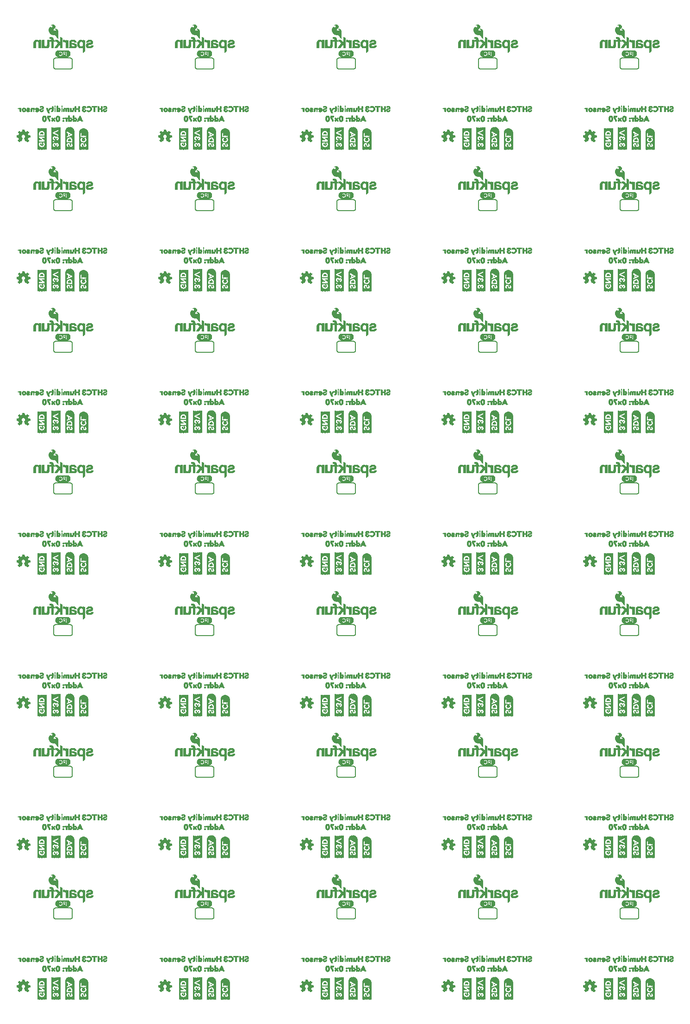
<source format=gbo>
G04 EAGLE Gerber RS-274X export*
G75*
%MOMM*%
%FSLAX34Y34*%
%LPD*%
%INSilkscreen Bottom*%
%IPPOS*%
%AMOC8*
5,1,8,0,0,1.08239X$1,22.5*%
G01*
%ADD10R,0.040000X3.880000*%
%ADD11R,0.040000X0.840000*%
%ADD12R,0.040000X2.800000*%
%ADD13R,0.040000X0.760000*%
%ADD14R,0.040000X0.320000*%
%ADD15R,0.040000X0.480000*%
%ADD16R,0.040000X0.160000*%
%ADD17R,0.040000X0.680000*%
%ADD18R,0.040000X0.200000*%
%ADD19R,0.040000X0.400000*%
%ADD20R,0.040000X0.120000*%
%ADD21R,0.040000X0.640000*%
%ADD22R,0.040000X0.360000*%
%ADD23R,0.040000X0.560000*%
%ADD24R,0.040000X0.600000*%
%ADD25R,0.040000X0.520000*%
%ADD26R,0.040000X0.280000*%
%ADD27R,0.040000X0.240000*%
%ADD28R,0.040000X0.720000*%
%ADD29R,0.040000X0.440000*%
%ADD30R,0.040000X0.040000*%
%ADD31R,0.040000X0.080000*%
%ADD32R,0.040000X0.800000*%
%ADD33R,0.040000X4.040000*%
%ADD34R,0.040000X1.000000*%
%ADD35R,0.040000X1.880000*%
%ADD36R,0.040000X0.920000*%
%ADD37R,0.040000X0.880000*%
%ADD38R,0.040000X3.520000*%
%ADD39R,0.040000X3.640000*%
%ADD40R,0.040000X3.720000*%
%ADD41R,0.040000X3.800000*%
%ADD42R,0.040000X3.840000*%
%ADD43R,0.040000X3.920000*%
%ADD44R,0.040000X3.040000*%
%ADD45R,0.040000X1.160000*%
%ADD46R,0.040000X1.120000*%
%ADD47R,0.040000X1.080000*%
%ADD48R,0.040000X1.040000*%
%ADD49R,0.040000X0.960000*%
%ADD50R,0.040000X3.280000*%
%ADD51R,0.040000X3.400000*%
%ADD52R,0.040000X3.480000*%
%ADD53R,0.040000X3.560000*%
%ADD54R,0.040000X3.600000*%
%ADD55R,0.040000X3.680000*%
%ADD56R,0.040000X1.800000*%
%ADD57R,0.040000X1.240000*%
%ADD58R,0.040000X1.280000*%
%ADD59R,0.040000X1.320000*%
%ADD60C,0.203200*%
%ADD61R,1.830000X0.030000*%
%ADD62R,2.010000X0.030000*%
%ADD63R,2.130000X0.020000*%
%ADD64R,2.250000X0.040000*%
%ADD65R,2.310000X0.030000*%
%ADD66R,2.370000X0.030000*%
%ADD67R,2.430000X0.020000*%
%ADD68R,0.930000X0.030000*%
%ADD69R,0.540000X0.030000*%
%ADD70R,0.750000X0.030000*%
%ADD71R,0.570000X0.040000*%
%ADD72R,0.150000X0.040000*%
%ADD73R,0.390000X0.040000*%
%ADD74R,0.660000X0.040000*%
%ADD75R,0.570000X0.030000*%
%ADD76R,0.120000X0.030000*%
%ADD77R,0.300000X0.030000*%
%ADD78R,0.600000X0.030000*%
%ADD79R,0.240000X0.030000*%
%ADD80R,0.090000X0.030000*%
%ADD81R,0.210000X0.030000*%
%ADD82R,0.630000X0.040000*%
%ADD83R,0.090000X0.040000*%
%ADD84R,0.060000X0.040000*%
%ADD85R,0.630000X0.030000*%
%ADD86R,0.660000X0.030000*%
%ADD87R,0.270000X0.030000*%
%ADD88R,0.720000X0.030000*%
%ADD89R,0.120000X0.040000*%
%ADD90R,1.080000X0.040000*%
%ADD91R,1.110000X0.030000*%
%ADD92R,0.150000X0.030000*%
%ADD93R,1.140000X0.030000*%
%ADD94R,0.180000X0.040000*%
%ADD95R,1.140000X0.040000*%
%ADD96R,0.060000X0.030000*%
%ADD97R,0.030000X0.030000*%
%ADD98R,0.030000X0.040000*%
%ADD99R,1.110000X0.040000*%
%ADD100R,1.080000X0.030000*%
%ADD101R,0.690000X0.030000*%
%ADD102R,0.780000X0.040000*%
%ADD103R,0.870000X0.030000*%
%ADD104R,2.430000X0.030000*%
%ADD105R,2.250000X0.030000*%
%ADD106R,2.130000X0.030000*%
%ADD107R,0.200000X0.040000*%
%ADD108R,0.240000X0.040000*%
%ADD109R,0.560000X0.040000*%
%ADD110R,0.280000X0.040000*%
%ADD111R,0.400000X0.040000*%
%ADD112R,0.760000X0.040000*%
%ADD113R,0.440000X0.040000*%
%ADD114R,0.520000X0.040000*%
%ADD115R,0.600000X0.040000*%
%ADD116R,0.320000X0.040000*%
%ADD117R,0.640000X0.040000*%
%ADD118R,0.360000X0.040000*%
%ADD119R,0.680000X0.040000*%
%ADD120R,0.720000X0.040000*%
%ADD121R,0.480000X0.040000*%
%ADD122R,0.160000X0.040000*%
%ADD123R,0.080000X0.040000*%
%ADD124R,0.840000X0.040000*%
%ADD125R,0.920000X0.040000*%
%ADD126R,1.000000X0.040000*%
%ADD127R,0.800000X0.040000*%
%ADD128R,1.120000X0.040000*%

G36*
X321376Y811398D02*
X321376Y811398D01*
X321442Y811403D01*
X321460Y811414D01*
X321481Y811419D01*
X321566Y811479D01*
X321590Y811493D01*
X321593Y811498D01*
X321598Y811502D01*
X323798Y813802D01*
X323806Y813815D01*
X323819Y813825D01*
X323850Y813889D01*
X323886Y813951D01*
X323887Y813967D01*
X323894Y813981D01*
X323893Y814052D01*
X323899Y814123D01*
X323893Y814138D01*
X323892Y814154D01*
X323835Y814279D01*
X323833Y814283D01*
X323833Y814284D01*
X321965Y816899D01*
X321967Y816910D01*
X321976Y816923D01*
X321987Y816981D01*
X321996Y817002D01*
X321996Y817024D01*
X322002Y817057D01*
X322003Y817062D01*
X322003Y817063D01*
X322003Y817064D01*
X322003Y817074D01*
X322036Y817139D01*
X322092Y817196D01*
X322103Y817214D01*
X322115Y817223D01*
X322123Y817242D01*
X322163Y817294D01*
X322236Y817439D01*
X322292Y817496D01*
X322332Y817560D01*
X322376Y817623D01*
X322378Y817635D01*
X322383Y817643D01*
X322387Y817678D01*
X322403Y817764D01*
X322403Y817813D01*
X322432Y817860D01*
X322476Y817923D01*
X322478Y817935D01*
X322483Y817943D01*
X322487Y817978D01*
X322503Y818064D01*
X322503Y818174D01*
X322536Y818239D01*
X322592Y818296D01*
X322632Y818360D01*
X322676Y818423D01*
X322678Y818435D01*
X322683Y818443D01*
X322687Y818478D01*
X322693Y818511D01*
X322696Y818519D01*
X322696Y818527D01*
X322703Y818564D01*
X322703Y818613D01*
X322732Y818660D01*
X322776Y818723D01*
X322778Y818735D01*
X322783Y818743D01*
X322787Y818778D01*
X322803Y818864D01*
X322803Y818974D01*
X322832Y819032D01*
X326088Y819590D01*
X326106Y819597D01*
X326125Y819598D01*
X326185Y819631D01*
X326247Y819657D01*
X326260Y819672D01*
X326277Y819681D01*
X326316Y819737D01*
X326360Y819788D01*
X326365Y819807D01*
X326376Y819823D01*
X326398Y819934D01*
X326403Y819956D01*
X326402Y819960D01*
X326403Y819964D01*
X326403Y823164D01*
X326399Y823183D01*
X326401Y823202D01*
X326390Y823236D01*
X326389Y823243D01*
X326384Y823253D01*
X326379Y823266D01*
X326364Y823332D01*
X326351Y823347D01*
X326345Y823365D01*
X326297Y823413D01*
X326254Y823466D01*
X326236Y823473D01*
X326222Y823487D01*
X326116Y823527D01*
X326096Y823536D01*
X326092Y823536D01*
X326088Y823538D01*
X322876Y824088D01*
X322865Y824127D01*
X322864Y824132D01*
X322863Y824133D01*
X322803Y824253D01*
X322803Y824264D01*
X322800Y824279D01*
X322802Y824295D01*
X322782Y824365D01*
X322782Y824380D01*
X322774Y824394D01*
X322765Y824427D01*
X322764Y824432D01*
X322763Y824433D01*
X322703Y824553D01*
X322703Y824564D01*
X322700Y824579D01*
X322702Y824595D01*
X322665Y824727D01*
X322664Y824732D01*
X322663Y824733D01*
X322503Y825053D01*
X322503Y825064D01*
X322500Y825079D01*
X322502Y825095D01*
X322465Y825227D01*
X322464Y825232D01*
X322463Y825233D01*
X322363Y825433D01*
X322340Y825461D01*
X322303Y825515D01*
X322303Y825564D01*
X322286Y825638D01*
X322272Y825713D01*
X322266Y825723D01*
X322264Y825732D01*
X322241Y825760D01*
X322192Y825832D01*
X322136Y825888D01*
X322063Y826033D01*
X322040Y826061D01*
X322003Y826115D01*
X322003Y826164D01*
X321986Y826238D01*
X321982Y826260D01*
X323836Y828948D01*
X323842Y828964D01*
X323854Y828977D01*
X323874Y829044D01*
X323899Y829109D01*
X323898Y829127D01*
X323903Y829143D01*
X323890Y829212D01*
X323884Y829282D01*
X323875Y829296D01*
X323872Y829313D01*
X323801Y829419D01*
X323794Y829430D01*
X323793Y829430D01*
X323792Y829432D01*
X321592Y831632D01*
X321578Y831641D01*
X321567Y831655D01*
X321505Y831686D01*
X321445Y831723D01*
X321428Y831725D01*
X321413Y831732D01*
X321343Y831733D01*
X321273Y831739D01*
X321257Y831733D01*
X321240Y831733D01*
X321122Y831682D01*
X321111Y831678D01*
X321110Y831677D01*
X321109Y831676D01*
X318410Y829814D01*
X318392Y829832D01*
X318327Y829872D01*
X318265Y829916D01*
X318253Y829918D01*
X318245Y829923D01*
X318210Y829926D01*
X318124Y829943D01*
X318074Y829943D01*
X318062Y829951D01*
X317994Y830003D01*
X317849Y830075D01*
X317792Y830132D01*
X317727Y830172D01*
X317665Y830216D01*
X317653Y830218D01*
X317645Y830223D01*
X317610Y830226D01*
X317524Y830243D01*
X317474Y830243D01*
X317462Y830251D01*
X317394Y830303D01*
X317194Y830403D01*
X317178Y830407D01*
X317165Y830416D01*
X317031Y830442D01*
X317025Y830443D01*
X317024Y830443D01*
X317014Y830443D01*
X316894Y830503D01*
X316878Y830507D01*
X316865Y830516D01*
X316731Y830542D01*
X316725Y830543D01*
X316724Y830543D01*
X316674Y830543D01*
X316627Y830572D01*
X316565Y830616D01*
X316553Y830618D01*
X316545Y830623D01*
X316510Y830626D01*
X316424Y830643D01*
X316314Y830643D01*
X316256Y830672D01*
X315698Y833928D01*
X315690Y833946D01*
X315689Y833965D01*
X315657Y834024D01*
X315630Y834087D01*
X315616Y834100D01*
X315606Y834117D01*
X315551Y834156D01*
X315499Y834200D01*
X315480Y834205D01*
X315465Y834216D01*
X315354Y834237D01*
X315332Y834243D01*
X315328Y834242D01*
X315324Y834243D01*
X312124Y834243D01*
X312105Y834239D01*
X312086Y834241D01*
X312022Y834219D01*
X311956Y834203D01*
X311941Y834191D01*
X311922Y834185D01*
X311875Y834137D01*
X311822Y834093D01*
X311814Y834076D01*
X311801Y834062D01*
X311761Y833956D01*
X311752Y833935D01*
X311752Y833932D01*
X311750Y833928D01*
X311200Y830716D01*
X311161Y830705D01*
X311156Y830703D01*
X311155Y830703D01*
X311154Y830703D01*
X311034Y830643D01*
X311024Y830643D01*
X311008Y830639D01*
X310992Y830642D01*
X310861Y830605D01*
X310856Y830603D01*
X310855Y830603D01*
X310854Y830603D01*
X310734Y830543D01*
X310724Y830543D01*
X310708Y830539D01*
X310692Y830542D01*
X310561Y830505D01*
X310556Y830503D01*
X310555Y830503D01*
X310554Y830503D01*
X310434Y830443D01*
X310324Y830443D01*
X310250Y830426D01*
X310174Y830412D01*
X310165Y830406D01*
X310156Y830403D01*
X310128Y830381D01*
X310056Y830332D01*
X309999Y830275D01*
X309934Y830243D01*
X309924Y830243D01*
X309908Y830239D01*
X309892Y830242D01*
X309761Y830205D01*
X309756Y830203D01*
X309755Y830203D01*
X309754Y830203D01*
X309554Y830103D01*
X309527Y830080D01*
X309456Y830032D01*
X309399Y829975D01*
X309334Y829943D01*
X309324Y829943D01*
X309308Y829939D01*
X309292Y829942D01*
X309161Y829905D01*
X309156Y829903D01*
X309155Y829903D01*
X309154Y829903D01*
X309013Y829832D01*
X306339Y831676D01*
X306327Y831681D01*
X306318Y831690D01*
X306247Y831712D01*
X306178Y831739D01*
X306165Y831738D01*
X306153Y831742D01*
X306080Y831730D01*
X306006Y831724D01*
X305995Y831717D01*
X305982Y831715D01*
X305862Y831638D01*
X303562Y829438D01*
X303548Y829416D01*
X303528Y829400D01*
X303501Y829344D01*
X303467Y829293D01*
X303464Y829267D01*
X303453Y829244D01*
X303454Y829182D01*
X303447Y829121D01*
X303456Y829097D01*
X303456Y829071D01*
X303494Y828991D01*
X303505Y828958D01*
X303512Y828952D01*
X303517Y828941D01*
X305452Y826268D01*
X305412Y826188D01*
X305356Y826132D01*
X305316Y826067D01*
X305272Y826004D01*
X305270Y825993D01*
X305265Y825985D01*
X305261Y825950D01*
X305245Y825864D01*
X305245Y825814D01*
X305237Y825801D01*
X305185Y825733D01*
X305112Y825588D01*
X305056Y825532D01*
X305016Y825467D01*
X304972Y825404D01*
X304970Y825393D01*
X304965Y825385D01*
X304961Y825350D01*
X304945Y825264D01*
X304945Y825214D01*
X304916Y825167D01*
X304872Y825104D01*
X304870Y825093D01*
X304865Y825085D01*
X304861Y825050D01*
X304845Y824964D01*
X304845Y824853D01*
X304812Y824788D01*
X304756Y824732D01*
X304716Y824667D01*
X304672Y824604D01*
X304670Y824593D01*
X304665Y824585D01*
X304661Y824550D01*
X304645Y824464D01*
X304645Y824414D01*
X304616Y824367D01*
X304572Y824304D01*
X304570Y824293D01*
X304565Y824285D01*
X304561Y824250D01*
X304545Y824164D01*
X304545Y824085D01*
X301262Y823538D01*
X301243Y823530D01*
X301223Y823529D01*
X301164Y823497D01*
X301102Y823471D01*
X301089Y823456D01*
X301071Y823446D01*
X301033Y823391D01*
X300989Y823341D01*
X300983Y823321D01*
X300972Y823304D01*
X300956Y823223D01*
X300952Y823213D01*
X300952Y823202D01*
X300951Y823198D01*
X300945Y823173D01*
X300946Y823169D01*
X300945Y823164D01*
X300945Y819964D01*
X300949Y819945D01*
X300947Y819926D01*
X300969Y819861D01*
X300984Y819795D01*
X300997Y819780D01*
X301003Y819762D01*
X301051Y819714D01*
X301094Y819662D01*
X301112Y819654D01*
X301126Y819640D01*
X301232Y819600D01*
X301252Y819591D01*
X301256Y819591D01*
X301260Y819590D01*
X304548Y819026D01*
X304583Y818901D01*
X304584Y818895D01*
X304585Y818895D01*
X304585Y818894D01*
X304645Y818774D01*
X304645Y818764D01*
X304648Y818748D01*
X304646Y818732D01*
X304683Y818601D01*
X304684Y818595D01*
X304685Y818595D01*
X304685Y818594D01*
X304745Y818474D01*
X304745Y818464D01*
X304748Y818448D01*
X304746Y818432D01*
X304783Y818301D01*
X304784Y818295D01*
X304785Y818295D01*
X304785Y818294D01*
X304945Y817974D01*
X304945Y817964D01*
X304948Y817948D01*
X304946Y817932D01*
X304983Y817801D01*
X304984Y817795D01*
X304985Y817795D01*
X304985Y817794D01*
X305085Y817594D01*
X305108Y817566D01*
X305156Y817496D01*
X305212Y817439D01*
X305245Y817374D01*
X305245Y817364D01*
X305248Y817348D01*
X305246Y817332D01*
X305283Y817201D01*
X305284Y817195D01*
X305285Y817195D01*
X305285Y817194D01*
X305385Y816994D01*
X305408Y816966D01*
X305456Y816896D01*
X305466Y816885D01*
X303521Y814291D01*
X303511Y814269D01*
X303494Y814250D01*
X303476Y814190D01*
X303451Y814133D01*
X303452Y814108D01*
X303445Y814084D01*
X303456Y814023D01*
X303459Y813960D01*
X303471Y813938D01*
X303476Y813914D01*
X303527Y813839D01*
X303543Y813809D01*
X303550Y813804D01*
X303556Y813796D01*
X305856Y811496D01*
X305870Y811487D01*
X305881Y811473D01*
X305943Y811441D01*
X306003Y811404D01*
X306020Y811403D01*
X306035Y811395D01*
X306106Y811395D01*
X306175Y811388D01*
X306191Y811394D01*
X306208Y811394D01*
X306326Y811446D01*
X306337Y811450D01*
X306338Y811451D01*
X306339Y811451D01*
X309038Y813313D01*
X309056Y813296D01*
X309121Y813255D01*
X309183Y813211D01*
X309195Y813209D01*
X309203Y813204D01*
X309238Y813201D01*
X309253Y813198D01*
X309256Y813196D01*
X309321Y813155D01*
X309383Y813111D01*
X309395Y813109D01*
X309403Y813104D01*
X309438Y813101D01*
X309524Y813084D01*
X309574Y813084D01*
X309621Y813055D01*
X309683Y813011D01*
X309695Y813009D01*
X309703Y813004D01*
X309738Y813001D01*
X309753Y812998D01*
X309756Y812996D01*
X309821Y812955D01*
X309883Y812911D01*
X309895Y812909D01*
X309903Y812904D01*
X309938Y812901D01*
X309953Y812898D01*
X309956Y812896D01*
X310021Y812855D01*
X310083Y812811D01*
X310095Y812809D01*
X310103Y812804D01*
X310138Y812801D01*
X310167Y812795D01*
X310194Y812762D01*
X310213Y812754D01*
X310228Y812739D01*
X310291Y812719D01*
X310352Y812691D01*
X310373Y812692D01*
X310392Y812686D01*
X310458Y812696D01*
X310525Y812698D01*
X310543Y812708D01*
X310563Y812711D01*
X310618Y812749D01*
X310677Y812781D01*
X310689Y812798D01*
X310705Y812810D01*
X310762Y812902D01*
X310776Y812923D01*
X310777Y812928D01*
X310780Y812932D01*
X312780Y818332D01*
X312784Y818363D01*
X312796Y818391D01*
X312794Y818447D01*
X312801Y818504D01*
X312791Y818533D01*
X312790Y818564D01*
X312763Y818614D01*
X312744Y818667D01*
X312722Y818689D01*
X312707Y818716D01*
X312647Y818762D01*
X312620Y818788D01*
X312607Y818792D01*
X312594Y818803D01*
X312049Y819075D01*
X311892Y819232D01*
X311862Y819251D01*
X311794Y819303D01*
X311649Y819375D01*
X311336Y819688D01*
X311263Y819833D01*
X311240Y819861D01*
X311192Y819932D01*
X311036Y820088D01*
X310975Y820209D01*
X310884Y820484D01*
X310872Y820503D01*
X310863Y820533D01*
X310803Y820653D01*
X310803Y820764D01*
X310795Y820799D01*
X310784Y820884D01*
X310703Y821125D01*
X310703Y821902D01*
X310784Y822144D01*
X310787Y822180D01*
X310803Y822264D01*
X310803Y822449D01*
X310940Y822653D01*
X310953Y822688D01*
X310984Y822744D01*
X311068Y822996D01*
X311419Y823522D01*
X311766Y823869D01*
X312292Y824220D01*
X312544Y824304D01*
X312562Y824315D01*
X312576Y824318D01*
X312589Y824329D01*
X312634Y824348D01*
X312839Y824484D01*
X313024Y824484D01*
X313059Y824493D01*
X313144Y824504D01*
X313386Y824584D01*
X313977Y824584D01*
X314332Y824496D01*
X314368Y824495D01*
X314424Y824484D01*
X314609Y824484D01*
X314814Y824348D01*
X314849Y824335D01*
X314898Y824307D01*
X314900Y824306D01*
X314901Y824306D01*
X314904Y824304D01*
X315156Y824220D01*
X315383Y824069D01*
X315556Y823896D01*
X315582Y823879D01*
X315614Y823848D01*
X315883Y823669D01*
X316029Y823522D01*
X316380Y822996D01*
X316745Y821902D01*
X316745Y821425D01*
X316664Y821184D01*
X316661Y821148D01*
X316645Y821064D01*
X316645Y820853D01*
X316485Y820533D01*
X316479Y820511D01*
X316464Y820484D01*
X316373Y820209D01*
X316212Y819888D01*
X316056Y819732D01*
X316037Y819701D01*
X315985Y819633D01*
X315912Y819488D01*
X315799Y819375D01*
X315654Y819303D01*
X315627Y819280D01*
X315556Y819232D01*
X315399Y819075D01*
X315078Y818915D01*
X314804Y818823D01*
X314755Y818793D01*
X314702Y818771D01*
X314682Y818749D01*
X314657Y818733D01*
X314626Y818684D01*
X314589Y818641D01*
X314581Y818612D01*
X314565Y818586D01*
X314559Y818529D01*
X314545Y818473D01*
X314551Y818439D01*
X314548Y818414D01*
X314560Y818382D01*
X314568Y818332D01*
X316568Y812932D01*
X316594Y812894D01*
X316610Y812851D01*
X316641Y812823D01*
X316664Y812788D01*
X316704Y812765D01*
X316737Y812734D01*
X316777Y812722D01*
X316814Y812701D01*
X316859Y812698D01*
X316903Y812685D01*
X316944Y812692D01*
X316986Y812690D01*
X317029Y812707D01*
X317074Y812715D01*
X317115Y812743D01*
X317146Y812756D01*
X317163Y812776D01*
X317176Y812784D01*
X317224Y812784D01*
X317298Y812802D01*
X317374Y812815D01*
X317383Y812822D01*
X317392Y812824D01*
X317420Y812847D01*
X317492Y812896D01*
X317499Y812902D01*
X317574Y812915D01*
X317583Y812922D01*
X317592Y812924D01*
X317620Y812947D01*
X317692Y812996D01*
X317699Y813002D01*
X317774Y813015D01*
X317783Y813022D01*
X317792Y813024D01*
X317820Y813047D01*
X317892Y813096D01*
X317899Y813102D01*
X317974Y813115D01*
X317983Y813122D01*
X317992Y813124D01*
X318020Y813147D01*
X318092Y813196D01*
X318099Y813202D01*
X318174Y813215D01*
X318183Y813222D01*
X318192Y813224D01*
X318220Y813247D01*
X318292Y813296D01*
X318299Y813302D01*
X318374Y813315D01*
X318383Y813322D01*
X318392Y813324D01*
X318393Y813324D01*
X321109Y811451D01*
X321129Y811444D01*
X321145Y811430D01*
X321208Y811412D01*
X321270Y811388D01*
X321291Y811390D01*
X321312Y811385D01*
X321376Y811398D01*
G37*
G36*
X321376Y34158D02*
X321376Y34158D01*
X321442Y34163D01*
X321460Y34174D01*
X321481Y34179D01*
X321566Y34239D01*
X321590Y34253D01*
X321593Y34258D01*
X321598Y34262D01*
X323798Y36562D01*
X323806Y36575D01*
X323819Y36585D01*
X323850Y36649D01*
X323886Y36711D01*
X323887Y36727D01*
X323894Y36741D01*
X323893Y36812D01*
X323899Y36883D01*
X323893Y36898D01*
X323892Y36914D01*
X323835Y37039D01*
X323833Y37043D01*
X323833Y37044D01*
X321965Y39659D01*
X321967Y39670D01*
X321976Y39683D01*
X321987Y39741D01*
X321996Y39762D01*
X321996Y39784D01*
X322002Y39817D01*
X322003Y39822D01*
X322003Y39823D01*
X322003Y39824D01*
X322003Y39834D01*
X322036Y39899D01*
X322092Y39956D01*
X322103Y39974D01*
X322115Y39983D01*
X322123Y40002D01*
X322163Y40054D01*
X322236Y40199D01*
X322292Y40256D01*
X322332Y40320D01*
X322376Y40383D01*
X322378Y40395D01*
X322383Y40403D01*
X322387Y40438D01*
X322403Y40524D01*
X322403Y40573D01*
X322432Y40620D01*
X322476Y40683D01*
X322478Y40695D01*
X322483Y40703D01*
X322487Y40738D01*
X322503Y40824D01*
X322503Y40934D01*
X322536Y40999D01*
X322592Y41056D01*
X322632Y41120D01*
X322676Y41183D01*
X322678Y41195D01*
X322683Y41203D01*
X322687Y41238D01*
X322693Y41271D01*
X322696Y41279D01*
X322696Y41287D01*
X322703Y41324D01*
X322703Y41373D01*
X322732Y41420D01*
X322776Y41483D01*
X322778Y41495D01*
X322783Y41503D01*
X322787Y41538D01*
X322803Y41624D01*
X322803Y41734D01*
X322832Y41792D01*
X326088Y42350D01*
X326106Y42357D01*
X326125Y42358D01*
X326185Y42391D01*
X326247Y42417D01*
X326260Y42432D01*
X326277Y42441D01*
X326316Y42497D01*
X326360Y42548D01*
X326365Y42567D01*
X326376Y42583D01*
X326398Y42694D01*
X326403Y42716D01*
X326402Y42720D01*
X326403Y42724D01*
X326403Y45924D01*
X326399Y45943D01*
X326401Y45962D01*
X326390Y45996D01*
X326389Y46003D01*
X326384Y46013D01*
X326379Y46026D01*
X326364Y46092D01*
X326351Y46107D01*
X326345Y46125D01*
X326297Y46173D01*
X326254Y46226D01*
X326236Y46233D01*
X326222Y46247D01*
X326116Y46287D01*
X326096Y46296D01*
X326092Y46296D01*
X326088Y46298D01*
X322876Y46848D01*
X322865Y46887D01*
X322864Y46892D01*
X322863Y46893D01*
X322803Y47013D01*
X322803Y47024D01*
X322800Y47039D01*
X322802Y47055D01*
X322782Y47125D01*
X322782Y47140D01*
X322774Y47154D01*
X322765Y47187D01*
X322764Y47192D01*
X322763Y47193D01*
X322703Y47313D01*
X322703Y47324D01*
X322700Y47339D01*
X322702Y47355D01*
X322665Y47487D01*
X322664Y47492D01*
X322663Y47493D01*
X322503Y47813D01*
X322503Y47824D01*
X322500Y47839D01*
X322502Y47855D01*
X322465Y47987D01*
X322464Y47992D01*
X322463Y47993D01*
X322363Y48193D01*
X322340Y48221D01*
X322303Y48275D01*
X322303Y48324D01*
X322286Y48398D01*
X322272Y48473D01*
X322266Y48483D01*
X322264Y48492D01*
X322241Y48520D01*
X322192Y48592D01*
X322136Y48648D01*
X322063Y48793D01*
X322040Y48821D01*
X322003Y48875D01*
X322003Y48924D01*
X321986Y48998D01*
X321982Y49020D01*
X323836Y51708D01*
X323842Y51724D01*
X323854Y51737D01*
X323874Y51804D01*
X323899Y51869D01*
X323898Y51887D01*
X323903Y51903D01*
X323890Y51972D01*
X323884Y52042D01*
X323875Y52056D01*
X323872Y52073D01*
X323801Y52179D01*
X323794Y52190D01*
X323793Y52190D01*
X323792Y52192D01*
X321592Y54392D01*
X321578Y54401D01*
X321567Y54415D01*
X321505Y54446D01*
X321445Y54483D01*
X321428Y54485D01*
X321413Y54492D01*
X321343Y54493D01*
X321273Y54499D01*
X321257Y54493D01*
X321240Y54493D01*
X321122Y54442D01*
X321111Y54438D01*
X321110Y54437D01*
X321109Y54436D01*
X318410Y52574D01*
X318392Y52592D01*
X318327Y52632D01*
X318265Y52676D01*
X318253Y52678D01*
X318245Y52683D01*
X318210Y52686D01*
X318124Y52703D01*
X318074Y52703D01*
X318062Y52711D01*
X317994Y52763D01*
X317849Y52835D01*
X317792Y52892D01*
X317727Y52932D01*
X317665Y52976D01*
X317653Y52978D01*
X317645Y52983D01*
X317610Y52986D01*
X317524Y53003D01*
X317474Y53003D01*
X317462Y53011D01*
X317394Y53063D01*
X317194Y53163D01*
X317178Y53167D01*
X317165Y53176D01*
X317031Y53202D01*
X317025Y53203D01*
X317024Y53203D01*
X317014Y53203D01*
X316894Y53263D01*
X316878Y53267D01*
X316865Y53276D01*
X316731Y53302D01*
X316725Y53303D01*
X316724Y53303D01*
X316674Y53303D01*
X316627Y53332D01*
X316565Y53376D01*
X316553Y53378D01*
X316545Y53383D01*
X316510Y53386D01*
X316424Y53403D01*
X316314Y53403D01*
X316256Y53432D01*
X315698Y56688D01*
X315690Y56706D01*
X315689Y56725D01*
X315657Y56784D01*
X315630Y56847D01*
X315616Y56860D01*
X315606Y56877D01*
X315551Y56916D01*
X315499Y56960D01*
X315480Y56965D01*
X315465Y56976D01*
X315354Y56997D01*
X315332Y57003D01*
X315328Y57002D01*
X315324Y57003D01*
X312124Y57003D01*
X312105Y56999D01*
X312086Y57001D01*
X312022Y56979D01*
X311956Y56963D01*
X311941Y56951D01*
X311922Y56945D01*
X311875Y56897D01*
X311822Y56853D01*
X311814Y56836D01*
X311801Y56822D01*
X311761Y56716D01*
X311752Y56695D01*
X311752Y56692D01*
X311750Y56688D01*
X311200Y53476D01*
X311161Y53465D01*
X311156Y53463D01*
X311155Y53463D01*
X311154Y53463D01*
X311034Y53403D01*
X311024Y53403D01*
X311008Y53399D01*
X310992Y53402D01*
X310861Y53365D01*
X310856Y53363D01*
X310855Y53363D01*
X310854Y53363D01*
X310734Y53303D01*
X310724Y53303D01*
X310708Y53299D01*
X310692Y53302D01*
X310561Y53265D01*
X310556Y53263D01*
X310555Y53263D01*
X310554Y53263D01*
X310434Y53203D01*
X310324Y53203D01*
X310250Y53186D01*
X310174Y53172D01*
X310165Y53166D01*
X310156Y53163D01*
X310128Y53141D01*
X310056Y53092D01*
X309999Y53035D01*
X309934Y53003D01*
X309924Y53003D01*
X309908Y52999D01*
X309892Y53002D01*
X309761Y52965D01*
X309756Y52963D01*
X309755Y52963D01*
X309754Y52963D01*
X309554Y52863D01*
X309527Y52840D01*
X309456Y52792D01*
X309399Y52735D01*
X309334Y52703D01*
X309324Y52703D01*
X309308Y52699D01*
X309292Y52702D01*
X309161Y52665D01*
X309156Y52663D01*
X309155Y52663D01*
X309154Y52663D01*
X309013Y52592D01*
X306339Y54436D01*
X306327Y54441D01*
X306318Y54450D01*
X306247Y54472D01*
X306178Y54499D01*
X306165Y54498D01*
X306153Y54502D01*
X306080Y54490D01*
X306006Y54484D01*
X305995Y54477D01*
X305982Y54475D01*
X305862Y54398D01*
X303562Y52198D01*
X303548Y52176D01*
X303528Y52160D01*
X303501Y52104D01*
X303467Y52053D01*
X303464Y52027D01*
X303453Y52004D01*
X303454Y51942D01*
X303447Y51881D01*
X303456Y51857D01*
X303456Y51831D01*
X303494Y51751D01*
X303505Y51718D01*
X303512Y51712D01*
X303517Y51701D01*
X305452Y49028D01*
X305412Y48948D01*
X305356Y48892D01*
X305316Y48827D01*
X305272Y48764D01*
X305270Y48753D01*
X305265Y48745D01*
X305261Y48710D01*
X305245Y48624D01*
X305245Y48574D01*
X305237Y48561D01*
X305185Y48493D01*
X305112Y48348D01*
X305056Y48292D01*
X305016Y48227D01*
X304972Y48164D01*
X304970Y48153D01*
X304965Y48145D01*
X304961Y48110D01*
X304945Y48024D01*
X304945Y47974D01*
X304916Y47927D01*
X304872Y47864D01*
X304870Y47853D01*
X304865Y47845D01*
X304861Y47810D01*
X304845Y47724D01*
X304845Y47613D01*
X304812Y47548D01*
X304756Y47492D01*
X304716Y47427D01*
X304672Y47364D01*
X304670Y47353D01*
X304665Y47345D01*
X304661Y47310D01*
X304645Y47224D01*
X304645Y47174D01*
X304616Y47127D01*
X304572Y47064D01*
X304570Y47053D01*
X304565Y47045D01*
X304561Y47010D01*
X304545Y46924D01*
X304545Y46845D01*
X301262Y46298D01*
X301243Y46290D01*
X301223Y46289D01*
X301164Y46257D01*
X301102Y46231D01*
X301089Y46216D01*
X301071Y46206D01*
X301033Y46151D01*
X300989Y46101D01*
X300983Y46081D01*
X300972Y46064D01*
X300956Y45983D01*
X300952Y45973D01*
X300952Y45962D01*
X300951Y45958D01*
X300945Y45933D01*
X300946Y45929D01*
X300945Y45924D01*
X300945Y42724D01*
X300949Y42705D01*
X300947Y42686D01*
X300969Y42621D01*
X300984Y42555D01*
X300997Y42540D01*
X301003Y42522D01*
X301051Y42474D01*
X301094Y42422D01*
X301112Y42414D01*
X301126Y42400D01*
X301232Y42360D01*
X301252Y42351D01*
X301256Y42351D01*
X301260Y42350D01*
X304548Y41786D01*
X304583Y41661D01*
X304584Y41655D01*
X304585Y41655D01*
X304585Y41654D01*
X304645Y41534D01*
X304645Y41524D01*
X304648Y41508D01*
X304646Y41492D01*
X304683Y41361D01*
X304684Y41355D01*
X304685Y41355D01*
X304685Y41354D01*
X304745Y41234D01*
X304745Y41224D01*
X304748Y41208D01*
X304746Y41192D01*
X304783Y41061D01*
X304784Y41055D01*
X304785Y41055D01*
X304785Y41054D01*
X304945Y40734D01*
X304945Y40724D01*
X304948Y40708D01*
X304946Y40692D01*
X304983Y40561D01*
X304984Y40555D01*
X304985Y40555D01*
X304985Y40554D01*
X305085Y40354D01*
X305108Y40326D01*
X305156Y40256D01*
X305212Y40199D01*
X305245Y40134D01*
X305245Y40124D01*
X305248Y40108D01*
X305246Y40092D01*
X305283Y39961D01*
X305284Y39955D01*
X305285Y39955D01*
X305285Y39954D01*
X305385Y39754D01*
X305408Y39726D01*
X305456Y39656D01*
X305466Y39645D01*
X303521Y37051D01*
X303511Y37029D01*
X303494Y37010D01*
X303476Y36950D01*
X303451Y36893D01*
X303452Y36868D01*
X303445Y36844D01*
X303456Y36783D01*
X303459Y36720D01*
X303471Y36698D01*
X303476Y36674D01*
X303527Y36599D01*
X303543Y36569D01*
X303550Y36564D01*
X303556Y36556D01*
X305856Y34256D01*
X305870Y34247D01*
X305881Y34233D01*
X305943Y34201D01*
X306003Y34164D01*
X306020Y34163D01*
X306035Y34155D01*
X306106Y34155D01*
X306175Y34148D01*
X306191Y34154D01*
X306208Y34154D01*
X306326Y34206D01*
X306337Y34210D01*
X306338Y34211D01*
X306339Y34211D01*
X309038Y36073D01*
X309056Y36056D01*
X309121Y36015D01*
X309183Y35971D01*
X309195Y35969D01*
X309203Y35964D01*
X309238Y35961D01*
X309253Y35958D01*
X309256Y35956D01*
X309321Y35915D01*
X309383Y35871D01*
X309395Y35869D01*
X309403Y35864D01*
X309438Y35861D01*
X309524Y35844D01*
X309574Y35844D01*
X309621Y35815D01*
X309683Y35771D01*
X309695Y35769D01*
X309703Y35764D01*
X309738Y35761D01*
X309753Y35758D01*
X309756Y35756D01*
X309821Y35715D01*
X309883Y35671D01*
X309895Y35669D01*
X309903Y35664D01*
X309938Y35661D01*
X309953Y35658D01*
X309956Y35656D01*
X310021Y35615D01*
X310083Y35571D01*
X310095Y35569D01*
X310103Y35564D01*
X310138Y35561D01*
X310167Y35555D01*
X310194Y35522D01*
X310213Y35514D01*
X310228Y35499D01*
X310291Y35479D01*
X310352Y35451D01*
X310373Y35452D01*
X310392Y35446D01*
X310458Y35456D01*
X310525Y35458D01*
X310543Y35468D01*
X310563Y35471D01*
X310618Y35509D01*
X310677Y35541D01*
X310689Y35558D01*
X310705Y35570D01*
X310762Y35662D01*
X310776Y35683D01*
X310777Y35688D01*
X310780Y35692D01*
X312780Y41092D01*
X312784Y41123D01*
X312796Y41151D01*
X312794Y41207D01*
X312801Y41264D01*
X312791Y41293D01*
X312790Y41324D01*
X312763Y41374D01*
X312744Y41427D01*
X312722Y41449D01*
X312707Y41476D01*
X312647Y41522D01*
X312620Y41548D01*
X312607Y41552D01*
X312594Y41563D01*
X312049Y41835D01*
X311892Y41992D01*
X311862Y42011D01*
X311794Y42063D01*
X311649Y42135D01*
X311336Y42448D01*
X311263Y42593D01*
X311240Y42621D01*
X311192Y42692D01*
X311036Y42848D01*
X310975Y42969D01*
X310884Y43244D01*
X310872Y43263D01*
X310863Y43293D01*
X310803Y43413D01*
X310803Y43524D01*
X310795Y43559D01*
X310784Y43644D01*
X310703Y43885D01*
X310703Y44662D01*
X310784Y44904D01*
X310787Y44940D01*
X310803Y45024D01*
X310803Y45209D01*
X310940Y45413D01*
X310953Y45448D01*
X310984Y45504D01*
X311068Y45756D01*
X311419Y46282D01*
X311766Y46629D01*
X312292Y46980D01*
X312544Y47064D01*
X312562Y47075D01*
X312576Y47078D01*
X312589Y47089D01*
X312634Y47108D01*
X312839Y47244D01*
X313024Y47244D01*
X313059Y47253D01*
X313144Y47264D01*
X313386Y47344D01*
X313977Y47344D01*
X314332Y47256D01*
X314368Y47255D01*
X314424Y47244D01*
X314609Y47244D01*
X314814Y47108D01*
X314849Y47095D01*
X314898Y47067D01*
X314900Y47066D01*
X314901Y47066D01*
X314904Y47064D01*
X315156Y46980D01*
X315383Y46829D01*
X315556Y46656D01*
X315582Y46639D01*
X315614Y46608D01*
X315883Y46429D01*
X316029Y46282D01*
X316380Y45756D01*
X316745Y44662D01*
X316745Y44185D01*
X316664Y43944D01*
X316661Y43908D01*
X316645Y43824D01*
X316645Y43613D01*
X316485Y43293D01*
X316479Y43271D01*
X316464Y43244D01*
X316373Y42969D01*
X316212Y42648D01*
X316056Y42492D01*
X316037Y42461D01*
X315985Y42393D01*
X315912Y42248D01*
X315799Y42135D01*
X315654Y42063D01*
X315627Y42040D01*
X315556Y41992D01*
X315399Y41835D01*
X315078Y41675D01*
X314804Y41583D01*
X314755Y41553D01*
X314702Y41531D01*
X314682Y41509D01*
X314657Y41493D01*
X314626Y41444D01*
X314589Y41401D01*
X314581Y41372D01*
X314565Y41346D01*
X314559Y41289D01*
X314545Y41233D01*
X314551Y41199D01*
X314548Y41174D01*
X314560Y41142D01*
X314568Y41092D01*
X316568Y35692D01*
X316594Y35654D01*
X316610Y35611D01*
X316641Y35583D01*
X316664Y35548D01*
X316704Y35525D01*
X316737Y35494D01*
X316777Y35482D01*
X316814Y35461D01*
X316859Y35458D01*
X316903Y35445D01*
X316944Y35452D01*
X316986Y35450D01*
X317029Y35467D01*
X317074Y35475D01*
X317115Y35503D01*
X317146Y35516D01*
X317163Y35536D01*
X317176Y35544D01*
X317224Y35544D01*
X317298Y35562D01*
X317374Y35575D01*
X317383Y35582D01*
X317392Y35584D01*
X317420Y35607D01*
X317492Y35656D01*
X317499Y35662D01*
X317574Y35675D01*
X317583Y35682D01*
X317592Y35684D01*
X317620Y35707D01*
X317692Y35756D01*
X317699Y35762D01*
X317774Y35775D01*
X317783Y35782D01*
X317792Y35784D01*
X317820Y35807D01*
X317892Y35856D01*
X317899Y35862D01*
X317974Y35875D01*
X317983Y35882D01*
X317992Y35884D01*
X318020Y35907D01*
X318092Y35956D01*
X318099Y35962D01*
X318174Y35975D01*
X318183Y35982D01*
X318192Y35984D01*
X318220Y36007D01*
X318292Y36056D01*
X318299Y36062D01*
X318374Y36075D01*
X318383Y36082D01*
X318392Y36084D01*
X318393Y36084D01*
X321109Y34211D01*
X321129Y34204D01*
X321145Y34190D01*
X321208Y34172D01*
X321270Y34148D01*
X321291Y34150D01*
X321312Y34145D01*
X321376Y34158D01*
G37*
G36*
X580456Y34158D02*
X580456Y34158D01*
X580522Y34163D01*
X580540Y34174D01*
X580561Y34179D01*
X580646Y34239D01*
X580670Y34253D01*
X580673Y34258D01*
X580678Y34262D01*
X582878Y36562D01*
X582886Y36575D01*
X582899Y36585D01*
X582930Y36649D01*
X582966Y36711D01*
X582967Y36727D01*
X582974Y36741D01*
X582973Y36812D01*
X582979Y36883D01*
X582973Y36898D01*
X582972Y36914D01*
X582915Y37039D01*
X582913Y37043D01*
X582913Y37044D01*
X581045Y39659D01*
X581047Y39670D01*
X581056Y39683D01*
X581067Y39741D01*
X581076Y39762D01*
X581076Y39784D01*
X581082Y39817D01*
X581083Y39822D01*
X581083Y39823D01*
X581083Y39824D01*
X581083Y39834D01*
X581116Y39899D01*
X581172Y39956D01*
X581183Y39974D01*
X581195Y39983D01*
X581203Y40002D01*
X581243Y40054D01*
X581316Y40199D01*
X581372Y40256D01*
X581412Y40320D01*
X581456Y40383D01*
X581458Y40395D01*
X581463Y40403D01*
X581467Y40438D01*
X581483Y40524D01*
X581483Y40573D01*
X581512Y40620D01*
X581556Y40683D01*
X581558Y40695D01*
X581563Y40703D01*
X581567Y40738D01*
X581583Y40824D01*
X581583Y40934D01*
X581616Y40999D01*
X581672Y41056D01*
X581712Y41120D01*
X581756Y41183D01*
X581758Y41195D01*
X581763Y41203D01*
X581767Y41238D01*
X581773Y41271D01*
X581776Y41279D01*
X581776Y41287D01*
X581783Y41324D01*
X581783Y41373D01*
X581812Y41420D01*
X581856Y41483D01*
X581858Y41495D01*
X581863Y41503D01*
X581867Y41538D01*
X581883Y41624D01*
X581883Y41734D01*
X581912Y41792D01*
X585168Y42350D01*
X585186Y42357D01*
X585205Y42358D01*
X585265Y42391D01*
X585327Y42417D01*
X585340Y42432D01*
X585357Y42441D01*
X585396Y42497D01*
X585440Y42548D01*
X585445Y42567D01*
X585456Y42583D01*
X585478Y42694D01*
X585483Y42716D01*
X585482Y42720D01*
X585483Y42724D01*
X585483Y45924D01*
X585479Y45943D01*
X585481Y45962D01*
X585470Y45996D01*
X585469Y46003D01*
X585464Y46013D01*
X585459Y46026D01*
X585444Y46092D01*
X585431Y46107D01*
X585425Y46125D01*
X585377Y46173D01*
X585334Y46226D01*
X585316Y46233D01*
X585302Y46247D01*
X585196Y46287D01*
X585176Y46296D01*
X585172Y46296D01*
X585168Y46298D01*
X581956Y46848D01*
X581945Y46887D01*
X581944Y46892D01*
X581943Y46893D01*
X581883Y47013D01*
X581883Y47024D01*
X581880Y47039D01*
X581882Y47055D01*
X581862Y47125D01*
X581862Y47140D01*
X581854Y47154D01*
X581845Y47187D01*
X581844Y47192D01*
X581843Y47193D01*
X581783Y47313D01*
X581783Y47324D01*
X581780Y47339D01*
X581782Y47355D01*
X581745Y47487D01*
X581744Y47492D01*
X581743Y47493D01*
X581583Y47813D01*
X581583Y47824D01*
X581580Y47839D01*
X581582Y47855D01*
X581545Y47987D01*
X581544Y47992D01*
X581543Y47993D01*
X581443Y48193D01*
X581420Y48221D01*
X581383Y48275D01*
X581383Y48324D01*
X581366Y48398D01*
X581352Y48473D01*
X581346Y48483D01*
X581344Y48492D01*
X581321Y48520D01*
X581272Y48592D01*
X581216Y48648D01*
X581143Y48793D01*
X581120Y48821D01*
X581083Y48875D01*
X581083Y48924D01*
X581066Y48998D01*
X581062Y49020D01*
X582916Y51708D01*
X582922Y51724D01*
X582934Y51737D01*
X582954Y51804D01*
X582979Y51869D01*
X582978Y51887D01*
X582983Y51903D01*
X582970Y51972D01*
X582964Y52042D01*
X582955Y52056D01*
X582952Y52073D01*
X582881Y52179D01*
X582874Y52190D01*
X582873Y52190D01*
X582872Y52192D01*
X580672Y54392D01*
X580658Y54401D01*
X580647Y54415D01*
X580585Y54446D01*
X580525Y54483D01*
X580508Y54485D01*
X580493Y54492D01*
X580423Y54493D01*
X580353Y54499D01*
X580337Y54493D01*
X580320Y54493D01*
X580202Y54442D01*
X580191Y54438D01*
X580190Y54437D01*
X580189Y54436D01*
X577490Y52574D01*
X577472Y52592D01*
X577407Y52632D01*
X577345Y52676D01*
X577333Y52678D01*
X577325Y52683D01*
X577290Y52686D01*
X577204Y52703D01*
X577154Y52703D01*
X577142Y52711D01*
X577074Y52763D01*
X576929Y52835D01*
X576872Y52892D01*
X576807Y52932D01*
X576745Y52976D01*
X576733Y52978D01*
X576725Y52983D01*
X576690Y52986D01*
X576604Y53003D01*
X576554Y53003D01*
X576542Y53011D01*
X576474Y53063D01*
X576274Y53163D01*
X576258Y53167D01*
X576245Y53176D01*
X576111Y53202D01*
X576105Y53203D01*
X576104Y53203D01*
X576094Y53203D01*
X575974Y53263D01*
X575958Y53267D01*
X575945Y53276D01*
X575811Y53302D01*
X575805Y53303D01*
X575804Y53303D01*
X575754Y53303D01*
X575707Y53332D01*
X575645Y53376D01*
X575633Y53378D01*
X575625Y53383D01*
X575590Y53386D01*
X575504Y53403D01*
X575394Y53403D01*
X575336Y53432D01*
X574778Y56688D01*
X574770Y56706D01*
X574769Y56725D01*
X574737Y56784D01*
X574710Y56847D01*
X574696Y56860D01*
X574686Y56877D01*
X574631Y56916D01*
X574579Y56960D01*
X574560Y56965D01*
X574545Y56976D01*
X574434Y56997D01*
X574412Y57003D01*
X574408Y57002D01*
X574404Y57003D01*
X571204Y57003D01*
X571185Y56999D01*
X571166Y57001D01*
X571102Y56979D01*
X571036Y56963D01*
X571021Y56951D01*
X571002Y56945D01*
X570955Y56897D01*
X570902Y56853D01*
X570894Y56836D01*
X570881Y56822D01*
X570841Y56716D01*
X570832Y56695D01*
X570832Y56692D01*
X570830Y56688D01*
X570280Y53476D01*
X570241Y53465D01*
X570236Y53463D01*
X570235Y53463D01*
X570234Y53463D01*
X570114Y53403D01*
X570104Y53403D01*
X570088Y53399D01*
X570072Y53402D01*
X569941Y53365D01*
X569936Y53363D01*
X569935Y53363D01*
X569934Y53363D01*
X569814Y53303D01*
X569804Y53303D01*
X569788Y53299D01*
X569772Y53302D01*
X569641Y53265D01*
X569636Y53263D01*
X569635Y53263D01*
X569634Y53263D01*
X569514Y53203D01*
X569404Y53203D01*
X569330Y53186D01*
X569254Y53172D01*
X569245Y53166D01*
X569236Y53163D01*
X569208Y53141D01*
X569136Y53092D01*
X569079Y53035D01*
X569014Y53003D01*
X569004Y53003D01*
X568988Y52999D01*
X568972Y53002D01*
X568841Y52965D01*
X568836Y52963D01*
X568835Y52963D01*
X568834Y52963D01*
X568634Y52863D01*
X568607Y52840D01*
X568536Y52792D01*
X568479Y52735D01*
X568414Y52703D01*
X568404Y52703D01*
X568388Y52699D01*
X568372Y52702D01*
X568241Y52665D01*
X568236Y52663D01*
X568235Y52663D01*
X568234Y52663D01*
X568093Y52592D01*
X565419Y54436D01*
X565407Y54441D01*
X565398Y54450D01*
X565327Y54472D01*
X565258Y54499D01*
X565245Y54498D01*
X565233Y54502D01*
X565160Y54490D01*
X565086Y54484D01*
X565075Y54477D01*
X565062Y54475D01*
X564942Y54398D01*
X562642Y52198D01*
X562628Y52176D01*
X562608Y52160D01*
X562581Y52104D01*
X562547Y52053D01*
X562544Y52027D01*
X562533Y52004D01*
X562534Y51942D01*
X562527Y51881D01*
X562536Y51857D01*
X562536Y51831D01*
X562574Y51751D01*
X562585Y51718D01*
X562592Y51712D01*
X562597Y51701D01*
X564532Y49028D01*
X564492Y48948D01*
X564436Y48892D01*
X564396Y48827D01*
X564352Y48764D01*
X564350Y48753D01*
X564345Y48745D01*
X564341Y48710D01*
X564325Y48624D01*
X564325Y48574D01*
X564317Y48561D01*
X564265Y48493D01*
X564192Y48348D01*
X564136Y48292D01*
X564096Y48227D01*
X564052Y48164D01*
X564050Y48153D01*
X564045Y48145D01*
X564041Y48110D01*
X564025Y48024D01*
X564025Y47974D01*
X563996Y47927D01*
X563952Y47864D01*
X563950Y47853D01*
X563945Y47845D01*
X563941Y47810D01*
X563925Y47724D01*
X563925Y47613D01*
X563892Y47548D01*
X563836Y47492D01*
X563796Y47427D01*
X563752Y47364D01*
X563750Y47353D01*
X563745Y47345D01*
X563741Y47310D01*
X563725Y47224D01*
X563725Y47174D01*
X563696Y47127D01*
X563652Y47064D01*
X563650Y47053D01*
X563645Y47045D01*
X563641Y47010D01*
X563625Y46924D01*
X563625Y46845D01*
X560342Y46298D01*
X560323Y46290D01*
X560303Y46289D01*
X560244Y46257D01*
X560182Y46231D01*
X560169Y46216D01*
X560151Y46206D01*
X560113Y46151D01*
X560069Y46101D01*
X560063Y46081D01*
X560052Y46064D01*
X560036Y45983D01*
X560032Y45973D01*
X560032Y45962D01*
X560031Y45958D01*
X560025Y45933D01*
X560026Y45929D01*
X560025Y45924D01*
X560025Y42724D01*
X560029Y42705D01*
X560027Y42686D01*
X560049Y42621D01*
X560064Y42555D01*
X560077Y42540D01*
X560083Y42522D01*
X560131Y42474D01*
X560174Y42422D01*
X560192Y42414D01*
X560206Y42400D01*
X560312Y42360D01*
X560332Y42351D01*
X560336Y42351D01*
X560340Y42350D01*
X563628Y41786D01*
X563663Y41661D01*
X563664Y41655D01*
X563665Y41655D01*
X563665Y41654D01*
X563725Y41534D01*
X563725Y41524D01*
X563728Y41508D01*
X563726Y41492D01*
X563763Y41361D01*
X563764Y41355D01*
X563765Y41355D01*
X563765Y41354D01*
X563825Y41234D01*
X563825Y41224D01*
X563828Y41208D01*
X563826Y41192D01*
X563863Y41061D01*
X563864Y41055D01*
X563865Y41055D01*
X563865Y41054D01*
X564025Y40734D01*
X564025Y40724D01*
X564028Y40708D01*
X564026Y40692D01*
X564063Y40561D01*
X564064Y40555D01*
X564065Y40555D01*
X564065Y40554D01*
X564165Y40354D01*
X564188Y40326D01*
X564236Y40256D01*
X564292Y40199D01*
X564325Y40134D01*
X564325Y40124D01*
X564328Y40108D01*
X564326Y40092D01*
X564363Y39961D01*
X564364Y39955D01*
X564365Y39955D01*
X564365Y39954D01*
X564465Y39754D01*
X564488Y39726D01*
X564536Y39656D01*
X564546Y39645D01*
X562601Y37051D01*
X562591Y37029D01*
X562574Y37010D01*
X562556Y36950D01*
X562531Y36893D01*
X562532Y36868D01*
X562525Y36844D01*
X562536Y36783D01*
X562539Y36720D01*
X562551Y36698D01*
X562556Y36674D01*
X562607Y36599D01*
X562623Y36569D01*
X562630Y36564D01*
X562636Y36556D01*
X564936Y34256D01*
X564950Y34247D01*
X564961Y34233D01*
X565023Y34201D01*
X565083Y34164D01*
X565100Y34163D01*
X565115Y34155D01*
X565186Y34155D01*
X565255Y34148D01*
X565271Y34154D01*
X565288Y34154D01*
X565406Y34206D01*
X565417Y34210D01*
X565418Y34211D01*
X565419Y34211D01*
X568118Y36073D01*
X568136Y36056D01*
X568201Y36015D01*
X568263Y35971D01*
X568275Y35969D01*
X568283Y35964D01*
X568318Y35961D01*
X568333Y35958D01*
X568336Y35956D01*
X568401Y35915D01*
X568463Y35871D01*
X568475Y35869D01*
X568483Y35864D01*
X568518Y35861D01*
X568604Y35844D01*
X568654Y35844D01*
X568701Y35815D01*
X568763Y35771D01*
X568775Y35769D01*
X568783Y35764D01*
X568818Y35761D01*
X568833Y35758D01*
X568836Y35756D01*
X568901Y35715D01*
X568963Y35671D01*
X568975Y35669D01*
X568983Y35664D01*
X569018Y35661D01*
X569033Y35658D01*
X569036Y35656D01*
X569101Y35615D01*
X569163Y35571D01*
X569175Y35569D01*
X569183Y35564D01*
X569218Y35561D01*
X569247Y35555D01*
X569274Y35522D01*
X569293Y35514D01*
X569308Y35499D01*
X569371Y35479D01*
X569432Y35451D01*
X569453Y35452D01*
X569472Y35446D01*
X569538Y35456D01*
X569605Y35458D01*
X569623Y35468D01*
X569643Y35471D01*
X569698Y35509D01*
X569757Y35541D01*
X569769Y35558D01*
X569785Y35570D01*
X569842Y35662D01*
X569856Y35683D01*
X569857Y35688D01*
X569860Y35692D01*
X571860Y41092D01*
X571864Y41123D01*
X571876Y41151D01*
X571874Y41207D01*
X571881Y41264D01*
X571871Y41293D01*
X571870Y41324D01*
X571843Y41374D01*
X571824Y41427D01*
X571802Y41449D01*
X571787Y41476D01*
X571727Y41522D01*
X571700Y41548D01*
X571687Y41552D01*
X571674Y41563D01*
X571129Y41835D01*
X570972Y41992D01*
X570942Y42011D01*
X570874Y42063D01*
X570729Y42135D01*
X570416Y42448D01*
X570343Y42593D01*
X570320Y42621D01*
X570272Y42692D01*
X570116Y42848D01*
X570055Y42969D01*
X569964Y43244D01*
X569952Y43263D01*
X569943Y43293D01*
X569883Y43413D01*
X569883Y43524D01*
X569875Y43559D01*
X569864Y43644D01*
X569783Y43885D01*
X569783Y44662D01*
X569864Y44904D01*
X569867Y44940D01*
X569883Y45024D01*
X569883Y45209D01*
X570020Y45413D01*
X570033Y45448D01*
X570064Y45504D01*
X570148Y45756D01*
X570499Y46282D01*
X570846Y46629D01*
X571372Y46980D01*
X571624Y47064D01*
X571642Y47075D01*
X571656Y47078D01*
X571669Y47089D01*
X571714Y47108D01*
X571919Y47244D01*
X572104Y47244D01*
X572139Y47253D01*
X572224Y47264D01*
X572466Y47344D01*
X573057Y47344D01*
X573412Y47256D01*
X573448Y47255D01*
X573504Y47244D01*
X573689Y47244D01*
X573894Y47108D01*
X573929Y47095D01*
X573978Y47067D01*
X573980Y47066D01*
X573981Y47066D01*
X573984Y47064D01*
X574236Y46980D01*
X574463Y46829D01*
X574636Y46656D01*
X574662Y46639D01*
X574694Y46608D01*
X574963Y46429D01*
X575109Y46282D01*
X575460Y45756D01*
X575825Y44662D01*
X575825Y44185D01*
X575744Y43944D01*
X575741Y43908D01*
X575725Y43824D01*
X575725Y43613D01*
X575565Y43293D01*
X575559Y43271D01*
X575544Y43244D01*
X575453Y42969D01*
X575292Y42648D01*
X575136Y42492D01*
X575117Y42461D01*
X575065Y42393D01*
X574992Y42248D01*
X574879Y42135D01*
X574734Y42063D01*
X574707Y42040D01*
X574636Y41992D01*
X574479Y41835D01*
X574158Y41675D01*
X573884Y41583D01*
X573835Y41553D01*
X573782Y41531D01*
X573762Y41509D01*
X573737Y41493D01*
X573706Y41444D01*
X573669Y41401D01*
X573661Y41372D01*
X573645Y41346D01*
X573639Y41289D01*
X573625Y41233D01*
X573631Y41199D01*
X573628Y41174D01*
X573640Y41142D01*
X573648Y41092D01*
X575648Y35692D01*
X575674Y35654D01*
X575690Y35611D01*
X575721Y35583D01*
X575744Y35548D01*
X575784Y35525D01*
X575817Y35494D01*
X575857Y35482D01*
X575894Y35461D01*
X575939Y35458D01*
X575983Y35445D01*
X576024Y35452D01*
X576066Y35450D01*
X576109Y35467D01*
X576154Y35475D01*
X576195Y35503D01*
X576226Y35516D01*
X576243Y35536D01*
X576256Y35544D01*
X576304Y35544D01*
X576378Y35562D01*
X576454Y35575D01*
X576463Y35582D01*
X576472Y35584D01*
X576500Y35607D01*
X576572Y35656D01*
X576579Y35662D01*
X576654Y35675D01*
X576663Y35682D01*
X576672Y35684D01*
X576700Y35707D01*
X576772Y35756D01*
X576779Y35762D01*
X576854Y35775D01*
X576863Y35782D01*
X576872Y35784D01*
X576900Y35807D01*
X576972Y35856D01*
X576979Y35862D01*
X577054Y35875D01*
X577063Y35882D01*
X577072Y35884D01*
X577100Y35907D01*
X577172Y35956D01*
X577179Y35962D01*
X577254Y35975D01*
X577263Y35982D01*
X577272Y35984D01*
X577300Y36007D01*
X577372Y36056D01*
X577379Y36062D01*
X577454Y36075D01*
X577463Y36082D01*
X577472Y36084D01*
X577473Y36084D01*
X580189Y34211D01*
X580209Y34204D01*
X580225Y34190D01*
X580288Y34172D01*
X580350Y34148D01*
X580371Y34150D01*
X580392Y34145D01*
X580456Y34158D01*
G37*
G36*
X62296Y34158D02*
X62296Y34158D01*
X62362Y34163D01*
X62380Y34174D01*
X62401Y34179D01*
X62486Y34239D01*
X62510Y34253D01*
X62513Y34258D01*
X62518Y34262D01*
X64718Y36562D01*
X64726Y36575D01*
X64739Y36585D01*
X64770Y36649D01*
X64806Y36711D01*
X64807Y36727D01*
X64814Y36741D01*
X64813Y36812D01*
X64819Y36883D01*
X64813Y36898D01*
X64812Y36914D01*
X64755Y37039D01*
X64753Y37043D01*
X64753Y37044D01*
X62885Y39659D01*
X62887Y39670D01*
X62896Y39683D01*
X62907Y39741D01*
X62916Y39762D01*
X62916Y39784D01*
X62922Y39817D01*
X62923Y39822D01*
X62923Y39823D01*
X62923Y39824D01*
X62923Y39834D01*
X62956Y39899D01*
X63012Y39956D01*
X63023Y39974D01*
X63035Y39983D01*
X63043Y40002D01*
X63083Y40054D01*
X63156Y40199D01*
X63212Y40256D01*
X63252Y40320D01*
X63296Y40383D01*
X63298Y40395D01*
X63303Y40403D01*
X63307Y40438D01*
X63323Y40524D01*
X63323Y40573D01*
X63352Y40620D01*
X63396Y40683D01*
X63398Y40695D01*
X63403Y40703D01*
X63407Y40738D01*
X63423Y40824D01*
X63423Y40934D01*
X63456Y40999D01*
X63512Y41056D01*
X63552Y41120D01*
X63596Y41183D01*
X63598Y41195D01*
X63603Y41203D01*
X63607Y41238D01*
X63613Y41271D01*
X63616Y41279D01*
X63616Y41287D01*
X63623Y41324D01*
X63623Y41373D01*
X63652Y41420D01*
X63696Y41483D01*
X63698Y41495D01*
X63703Y41503D01*
X63707Y41538D01*
X63723Y41624D01*
X63723Y41734D01*
X63752Y41792D01*
X67008Y42350D01*
X67026Y42357D01*
X67045Y42358D01*
X67105Y42391D01*
X67167Y42417D01*
X67180Y42432D01*
X67197Y42441D01*
X67236Y42497D01*
X67280Y42548D01*
X67285Y42567D01*
X67296Y42583D01*
X67318Y42694D01*
X67323Y42716D01*
X67322Y42720D01*
X67323Y42724D01*
X67323Y45924D01*
X67319Y45943D01*
X67321Y45962D01*
X67310Y45996D01*
X67309Y46003D01*
X67304Y46013D01*
X67299Y46026D01*
X67284Y46092D01*
X67271Y46107D01*
X67265Y46125D01*
X67217Y46173D01*
X67174Y46226D01*
X67156Y46233D01*
X67142Y46247D01*
X67036Y46287D01*
X67016Y46296D01*
X67012Y46296D01*
X67008Y46298D01*
X63796Y46848D01*
X63785Y46887D01*
X63784Y46892D01*
X63783Y46893D01*
X63723Y47013D01*
X63723Y47024D01*
X63720Y47039D01*
X63722Y47055D01*
X63702Y47125D01*
X63702Y47140D01*
X63694Y47154D01*
X63685Y47187D01*
X63684Y47192D01*
X63683Y47193D01*
X63623Y47313D01*
X63623Y47324D01*
X63620Y47339D01*
X63622Y47355D01*
X63585Y47487D01*
X63584Y47492D01*
X63583Y47493D01*
X63423Y47813D01*
X63423Y47824D01*
X63420Y47839D01*
X63422Y47855D01*
X63385Y47987D01*
X63384Y47992D01*
X63383Y47993D01*
X63283Y48193D01*
X63260Y48221D01*
X63223Y48275D01*
X63223Y48324D01*
X63206Y48398D01*
X63192Y48473D01*
X63186Y48483D01*
X63184Y48492D01*
X63161Y48520D01*
X63112Y48592D01*
X63056Y48648D01*
X62983Y48793D01*
X62960Y48821D01*
X62923Y48875D01*
X62923Y48924D01*
X62906Y48998D01*
X62902Y49020D01*
X64756Y51708D01*
X64762Y51724D01*
X64774Y51737D01*
X64794Y51804D01*
X64819Y51869D01*
X64818Y51887D01*
X64823Y51903D01*
X64810Y51972D01*
X64804Y52042D01*
X64795Y52056D01*
X64792Y52073D01*
X64721Y52179D01*
X64714Y52190D01*
X64713Y52190D01*
X64712Y52192D01*
X62512Y54392D01*
X62498Y54401D01*
X62487Y54415D01*
X62425Y54446D01*
X62365Y54483D01*
X62348Y54485D01*
X62333Y54492D01*
X62263Y54493D01*
X62193Y54499D01*
X62177Y54493D01*
X62160Y54493D01*
X62042Y54442D01*
X62031Y54438D01*
X62030Y54437D01*
X62029Y54436D01*
X59330Y52574D01*
X59312Y52592D01*
X59247Y52632D01*
X59185Y52676D01*
X59173Y52678D01*
X59165Y52683D01*
X59130Y52686D01*
X59044Y52703D01*
X58994Y52703D01*
X58982Y52711D01*
X58914Y52763D01*
X58769Y52835D01*
X58712Y52892D01*
X58647Y52932D01*
X58585Y52976D01*
X58573Y52978D01*
X58565Y52983D01*
X58530Y52986D01*
X58444Y53003D01*
X58394Y53003D01*
X58382Y53011D01*
X58314Y53063D01*
X58114Y53163D01*
X58098Y53167D01*
X58085Y53176D01*
X57951Y53202D01*
X57945Y53203D01*
X57944Y53203D01*
X57934Y53203D01*
X57814Y53263D01*
X57798Y53267D01*
X57785Y53276D01*
X57651Y53302D01*
X57645Y53303D01*
X57644Y53303D01*
X57594Y53303D01*
X57547Y53332D01*
X57485Y53376D01*
X57473Y53378D01*
X57465Y53383D01*
X57430Y53386D01*
X57344Y53403D01*
X57234Y53403D01*
X57176Y53432D01*
X56618Y56688D01*
X56610Y56706D01*
X56609Y56725D01*
X56577Y56784D01*
X56550Y56847D01*
X56536Y56860D01*
X56526Y56877D01*
X56471Y56916D01*
X56419Y56960D01*
X56400Y56965D01*
X56385Y56976D01*
X56274Y56997D01*
X56252Y57003D01*
X56248Y57002D01*
X56244Y57003D01*
X53044Y57003D01*
X53025Y56999D01*
X53006Y57001D01*
X52942Y56979D01*
X52876Y56963D01*
X52861Y56951D01*
X52842Y56945D01*
X52795Y56897D01*
X52742Y56853D01*
X52734Y56836D01*
X52721Y56822D01*
X52681Y56716D01*
X52672Y56695D01*
X52672Y56692D01*
X52670Y56688D01*
X52120Y53476D01*
X52081Y53465D01*
X52076Y53463D01*
X52075Y53463D01*
X52074Y53463D01*
X51954Y53403D01*
X51944Y53403D01*
X51928Y53399D01*
X51912Y53402D01*
X51781Y53365D01*
X51776Y53363D01*
X51775Y53363D01*
X51774Y53363D01*
X51654Y53303D01*
X51644Y53303D01*
X51628Y53299D01*
X51612Y53302D01*
X51481Y53265D01*
X51476Y53263D01*
X51475Y53263D01*
X51474Y53263D01*
X51354Y53203D01*
X51244Y53203D01*
X51170Y53186D01*
X51094Y53172D01*
X51085Y53166D01*
X51076Y53163D01*
X51048Y53141D01*
X50976Y53092D01*
X50919Y53035D01*
X50854Y53003D01*
X50844Y53003D01*
X50828Y52999D01*
X50812Y53002D01*
X50681Y52965D01*
X50676Y52963D01*
X50675Y52963D01*
X50674Y52963D01*
X50474Y52863D01*
X50447Y52840D01*
X50376Y52792D01*
X50319Y52735D01*
X50254Y52703D01*
X50244Y52703D01*
X50228Y52699D01*
X50212Y52702D01*
X50081Y52665D01*
X50076Y52663D01*
X50075Y52663D01*
X50074Y52663D01*
X49933Y52592D01*
X47259Y54436D01*
X47247Y54441D01*
X47238Y54450D01*
X47167Y54472D01*
X47098Y54499D01*
X47085Y54498D01*
X47073Y54502D01*
X47000Y54490D01*
X46926Y54484D01*
X46915Y54477D01*
X46902Y54475D01*
X46782Y54398D01*
X44482Y52198D01*
X44468Y52176D01*
X44448Y52160D01*
X44421Y52104D01*
X44387Y52053D01*
X44384Y52027D01*
X44373Y52004D01*
X44374Y51942D01*
X44367Y51881D01*
X44376Y51857D01*
X44376Y51831D01*
X44414Y51751D01*
X44425Y51718D01*
X44432Y51712D01*
X44437Y51701D01*
X46372Y49028D01*
X46332Y48948D01*
X46276Y48892D01*
X46236Y48827D01*
X46192Y48764D01*
X46190Y48753D01*
X46185Y48745D01*
X46181Y48710D01*
X46165Y48624D01*
X46165Y48574D01*
X46157Y48561D01*
X46105Y48493D01*
X46032Y48348D01*
X45976Y48292D01*
X45936Y48227D01*
X45892Y48164D01*
X45890Y48153D01*
X45885Y48145D01*
X45881Y48110D01*
X45865Y48024D01*
X45865Y47974D01*
X45836Y47927D01*
X45792Y47864D01*
X45790Y47853D01*
X45785Y47845D01*
X45781Y47810D01*
X45765Y47724D01*
X45765Y47613D01*
X45732Y47548D01*
X45676Y47492D01*
X45636Y47427D01*
X45592Y47364D01*
X45590Y47353D01*
X45585Y47345D01*
X45581Y47310D01*
X45565Y47224D01*
X45565Y47174D01*
X45536Y47127D01*
X45492Y47064D01*
X45490Y47053D01*
X45485Y47045D01*
X45481Y47010D01*
X45465Y46924D01*
X45465Y46845D01*
X42182Y46298D01*
X42163Y46290D01*
X42143Y46289D01*
X42084Y46257D01*
X42022Y46231D01*
X42009Y46216D01*
X41991Y46206D01*
X41953Y46151D01*
X41909Y46101D01*
X41903Y46081D01*
X41892Y46064D01*
X41876Y45983D01*
X41872Y45973D01*
X41872Y45962D01*
X41871Y45958D01*
X41865Y45933D01*
X41866Y45929D01*
X41865Y45924D01*
X41865Y42724D01*
X41869Y42705D01*
X41867Y42686D01*
X41889Y42621D01*
X41904Y42555D01*
X41917Y42540D01*
X41923Y42522D01*
X41971Y42474D01*
X42014Y42422D01*
X42032Y42414D01*
X42046Y42400D01*
X42152Y42360D01*
X42172Y42351D01*
X42176Y42351D01*
X42180Y42350D01*
X45468Y41786D01*
X45503Y41661D01*
X45504Y41655D01*
X45505Y41655D01*
X45505Y41654D01*
X45565Y41534D01*
X45565Y41524D01*
X45568Y41508D01*
X45566Y41492D01*
X45603Y41361D01*
X45604Y41355D01*
X45605Y41355D01*
X45605Y41354D01*
X45665Y41234D01*
X45665Y41224D01*
X45668Y41208D01*
X45666Y41192D01*
X45703Y41061D01*
X45704Y41055D01*
X45705Y41055D01*
X45705Y41054D01*
X45865Y40734D01*
X45865Y40724D01*
X45868Y40708D01*
X45866Y40692D01*
X45903Y40561D01*
X45904Y40555D01*
X45905Y40555D01*
X45905Y40554D01*
X46005Y40354D01*
X46028Y40326D01*
X46076Y40256D01*
X46132Y40199D01*
X46165Y40134D01*
X46165Y40124D01*
X46168Y40108D01*
X46166Y40092D01*
X46203Y39961D01*
X46204Y39955D01*
X46205Y39955D01*
X46205Y39954D01*
X46305Y39754D01*
X46328Y39726D01*
X46376Y39656D01*
X46386Y39645D01*
X44441Y37051D01*
X44431Y37029D01*
X44414Y37010D01*
X44396Y36950D01*
X44371Y36893D01*
X44372Y36868D01*
X44365Y36844D01*
X44376Y36783D01*
X44379Y36720D01*
X44391Y36698D01*
X44396Y36674D01*
X44447Y36599D01*
X44463Y36569D01*
X44470Y36564D01*
X44476Y36556D01*
X46776Y34256D01*
X46790Y34247D01*
X46801Y34233D01*
X46863Y34201D01*
X46923Y34164D01*
X46940Y34163D01*
X46955Y34155D01*
X47026Y34155D01*
X47095Y34148D01*
X47111Y34154D01*
X47128Y34154D01*
X47246Y34206D01*
X47257Y34210D01*
X47258Y34211D01*
X47259Y34211D01*
X49958Y36073D01*
X49976Y36056D01*
X50041Y36015D01*
X50103Y35971D01*
X50115Y35969D01*
X50123Y35964D01*
X50158Y35961D01*
X50173Y35958D01*
X50176Y35956D01*
X50241Y35915D01*
X50303Y35871D01*
X50315Y35869D01*
X50323Y35864D01*
X50358Y35861D01*
X50444Y35844D01*
X50494Y35844D01*
X50541Y35815D01*
X50603Y35771D01*
X50615Y35769D01*
X50623Y35764D01*
X50658Y35761D01*
X50673Y35758D01*
X50676Y35756D01*
X50741Y35715D01*
X50803Y35671D01*
X50815Y35669D01*
X50823Y35664D01*
X50858Y35661D01*
X50873Y35658D01*
X50876Y35656D01*
X50941Y35615D01*
X51003Y35571D01*
X51015Y35569D01*
X51023Y35564D01*
X51058Y35561D01*
X51087Y35555D01*
X51114Y35522D01*
X51133Y35514D01*
X51148Y35499D01*
X51211Y35479D01*
X51272Y35451D01*
X51293Y35452D01*
X51312Y35446D01*
X51378Y35456D01*
X51445Y35458D01*
X51463Y35468D01*
X51483Y35471D01*
X51538Y35509D01*
X51597Y35541D01*
X51609Y35558D01*
X51625Y35570D01*
X51682Y35662D01*
X51696Y35683D01*
X51697Y35688D01*
X51700Y35692D01*
X53700Y41092D01*
X53704Y41123D01*
X53716Y41151D01*
X53714Y41207D01*
X53721Y41264D01*
X53711Y41293D01*
X53710Y41324D01*
X53683Y41374D01*
X53664Y41427D01*
X53642Y41449D01*
X53627Y41476D01*
X53567Y41522D01*
X53540Y41548D01*
X53527Y41552D01*
X53514Y41563D01*
X52969Y41835D01*
X52812Y41992D01*
X52782Y42011D01*
X52714Y42063D01*
X52569Y42135D01*
X52256Y42448D01*
X52183Y42593D01*
X52160Y42621D01*
X52112Y42692D01*
X51956Y42848D01*
X51895Y42969D01*
X51804Y43244D01*
X51792Y43263D01*
X51783Y43293D01*
X51723Y43413D01*
X51723Y43524D01*
X51715Y43559D01*
X51704Y43644D01*
X51623Y43885D01*
X51623Y44662D01*
X51704Y44904D01*
X51707Y44940D01*
X51723Y45024D01*
X51723Y45209D01*
X51860Y45413D01*
X51873Y45448D01*
X51904Y45504D01*
X51988Y45756D01*
X52339Y46282D01*
X52686Y46629D01*
X53212Y46980D01*
X53464Y47064D01*
X53482Y47075D01*
X53496Y47078D01*
X53509Y47089D01*
X53554Y47108D01*
X53759Y47244D01*
X53944Y47244D01*
X53979Y47253D01*
X54064Y47264D01*
X54306Y47344D01*
X54897Y47344D01*
X55252Y47256D01*
X55288Y47255D01*
X55344Y47244D01*
X55529Y47244D01*
X55734Y47108D01*
X55769Y47095D01*
X55818Y47067D01*
X55820Y47066D01*
X55821Y47066D01*
X55824Y47064D01*
X56076Y46980D01*
X56303Y46829D01*
X56476Y46656D01*
X56502Y46639D01*
X56534Y46608D01*
X56803Y46429D01*
X56949Y46282D01*
X57300Y45756D01*
X57665Y44662D01*
X57665Y44185D01*
X57584Y43944D01*
X57581Y43908D01*
X57565Y43824D01*
X57565Y43613D01*
X57405Y43293D01*
X57399Y43271D01*
X57384Y43244D01*
X57293Y42969D01*
X57132Y42648D01*
X56976Y42492D01*
X56957Y42461D01*
X56905Y42393D01*
X56832Y42248D01*
X56719Y42135D01*
X56574Y42063D01*
X56547Y42040D01*
X56476Y41992D01*
X56319Y41835D01*
X55998Y41675D01*
X55724Y41583D01*
X55675Y41553D01*
X55622Y41531D01*
X55602Y41509D01*
X55577Y41493D01*
X55546Y41444D01*
X55509Y41401D01*
X55501Y41372D01*
X55485Y41346D01*
X55479Y41289D01*
X55465Y41233D01*
X55471Y41199D01*
X55468Y41174D01*
X55480Y41142D01*
X55488Y41092D01*
X57488Y35692D01*
X57514Y35654D01*
X57530Y35611D01*
X57561Y35583D01*
X57584Y35548D01*
X57624Y35525D01*
X57657Y35494D01*
X57697Y35482D01*
X57734Y35461D01*
X57779Y35458D01*
X57823Y35445D01*
X57864Y35452D01*
X57906Y35450D01*
X57949Y35467D01*
X57994Y35475D01*
X58035Y35503D01*
X58066Y35516D01*
X58083Y35536D01*
X58096Y35544D01*
X58144Y35544D01*
X58218Y35562D01*
X58294Y35575D01*
X58303Y35582D01*
X58312Y35584D01*
X58340Y35607D01*
X58412Y35656D01*
X58419Y35662D01*
X58494Y35675D01*
X58503Y35682D01*
X58512Y35684D01*
X58540Y35707D01*
X58612Y35756D01*
X58619Y35762D01*
X58694Y35775D01*
X58703Y35782D01*
X58712Y35784D01*
X58740Y35807D01*
X58812Y35856D01*
X58819Y35862D01*
X58894Y35875D01*
X58903Y35882D01*
X58912Y35884D01*
X58940Y35907D01*
X59012Y35956D01*
X59019Y35962D01*
X59094Y35975D01*
X59103Y35982D01*
X59112Y35984D01*
X59140Y36007D01*
X59212Y36056D01*
X59219Y36062D01*
X59294Y36075D01*
X59303Y36082D01*
X59312Y36084D01*
X59313Y36084D01*
X62029Y34211D01*
X62049Y34204D01*
X62065Y34190D01*
X62128Y34172D01*
X62190Y34148D01*
X62211Y34150D01*
X62232Y34145D01*
X62296Y34158D01*
G37*
G36*
X321376Y1329558D02*
X321376Y1329558D01*
X321442Y1329563D01*
X321460Y1329574D01*
X321481Y1329579D01*
X321566Y1329639D01*
X321590Y1329653D01*
X321593Y1329658D01*
X321598Y1329662D01*
X323798Y1331962D01*
X323806Y1331975D01*
X323819Y1331985D01*
X323850Y1332049D01*
X323886Y1332111D01*
X323887Y1332127D01*
X323894Y1332141D01*
X323893Y1332212D01*
X323899Y1332283D01*
X323893Y1332298D01*
X323892Y1332314D01*
X323835Y1332439D01*
X323833Y1332443D01*
X323833Y1332444D01*
X321965Y1335059D01*
X321967Y1335070D01*
X321976Y1335083D01*
X321987Y1335141D01*
X321996Y1335162D01*
X321996Y1335184D01*
X322002Y1335217D01*
X322003Y1335222D01*
X322003Y1335223D01*
X322003Y1335224D01*
X322003Y1335234D01*
X322036Y1335299D01*
X322092Y1335356D01*
X322103Y1335374D01*
X322115Y1335383D01*
X322123Y1335402D01*
X322163Y1335454D01*
X322236Y1335599D01*
X322292Y1335656D01*
X322332Y1335720D01*
X322376Y1335783D01*
X322378Y1335795D01*
X322383Y1335803D01*
X322387Y1335838D01*
X322403Y1335924D01*
X322403Y1335973D01*
X322432Y1336020D01*
X322476Y1336083D01*
X322478Y1336095D01*
X322483Y1336103D01*
X322487Y1336138D01*
X322503Y1336224D01*
X322503Y1336334D01*
X322536Y1336399D01*
X322592Y1336456D01*
X322632Y1336520D01*
X322676Y1336583D01*
X322678Y1336595D01*
X322683Y1336603D01*
X322687Y1336638D01*
X322693Y1336671D01*
X322696Y1336679D01*
X322696Y1336687D01*
X322703Y1336724D01*
X322703Y1336773D01*
X322732Y1336820D01*
X322776Y1336883D01*
X322778Y1336895D01*
X322783Y1336903D01*
X322787Y1336938D01*
X322803Y1337024D01*
X322803Y1337134D01*
X322832Y1337192D01*
X326088Y1337750D01*
X326106Y1337757D01*
X326125Y1337758D01*
X326185Y1337791D01*
X326247Y1337817D01*
X326260Y1337832D01*
X326277Y1337841D01*
X326316Y1337897D01*
X326360Y1337948D01*
X326365Y1337967D01*
X326376Y1337983D01*
X326398Y1338094D01*
X326403Y1338116D01*
X326402Y1338120D01*
X326403Y1338124D01*
X326403Y1341324D01*
X326399Y1341343D01*
X326401Y1341362D01*
X326390Y1341396D01*
X326389Y1341403D01*
X326384Y1341413D01*
X326379Y1341426D01*
X326364Y1341492D01*
X326351Y1341507D01*
X326345Y1341525D01*
X326297Y1341573D01*
X326254Y1341626D01*
X326236Y1341633D01*
X326222Y1341647D01*
X326116Y1341687D01*
X326096Y1341696D01*
X326092Y1341696D01*
X326088Y1341698D01*
X322876Y1342248D01*
X322865Y1342287D01*
X322864Y1342292D01*
X322863Y1342293D01*
X322803Y1342413D01*
X322803Y1342424D01*
X322800Y1342439D01*
X322802Y1342455D01*
X322782Y1342525D01*
X322782Y1342540D01*
X322774Y1342554D01*
X322765Y1342587D01*
X322764Y1342592D01*
X322763Y1342593D01*
X322703Y1342713D01*
X322703Y1342724D01*
X322700Y1342739D01*
X322702Y1342755D01*
X322665Y1342887D01*
X322664Y1342892D01*
X322663Y1342893D01*
X322503Y1343213D01*
X322503Y1343224D01*
X322500Y1343239D01*
X322502Y1343255D01*
X322465Y1343387D01*
X322464Y1343392D01*
X322463Y1343393D01*
X322363Y1343593D01*
X322340Y1343621D01*
X322303Y1343675D01*
X322303Y1343724D01*
X322286Y1343798D01*
X322272Y1343873D01*
X322266Y1343883D01*
X322264Y1343892D01*
X322241Y1343920D01*
X322192Y1343992D01*
X322136Y1344048D01*
X322063Y1344193D01*
X322040Y1344221D01*
X322003Y1344275D01*
X322003Y1344324D01*
X321986Y1344398D01*
X321982Y1344420D01*
X323836Y1347108D01*
X323842Y1347124D01*
X323854Y1347137D01*
X323874Y1347204D01*
X323899Y1347269D01*
X323898Y1347287D01*
X323903Y1347303D01*
X323890Y1347372D01*
X323884Y1347442D01*
X323875Y1347456D01*
X323872Y1347473D01*
X323801Y1347579D01*
X323794Y1347590D01*
X323793Y1347590D01*
X323792Y1347592D01*
X321592Y1349792D01*
X321578Y1349801D01*
X321567Y1349815D01*
X321505Y1349846D01*
X321445Y1349883D01*
X321428Y1349885D01*
X321413Y1349892D01*
X321343Y1349893D01*
X321273Y1349899D01*
X321257Y1349893D01*
X321240Y1349893D01*
X321122Y1349842D01*
X321111Y1349838D01*
X321110Y1349837D01*
X321109Y1349836D01*
X318410Y1347974D01*
X318392Y1347992D01*
X318327Y1348032D01*
X318265Y1348076D01*
X318253Y1348078D01*
X318245Y1348083D01*
X318210Y1348086D01*
X318124Y1348103D01*
X318074Y1348103D01*
X318062Y1348111D01*
X317994Y1348163D01*
X317849Y1348235D01*
X317792Y1348292D01*
X317727Y1348332D01*
X317665Y1348376D01*
X317653Y1348378D01*
X317645Y1348383D01*
X317610Y1348386D01*
X317524Y1348403D01*
X317474Y1348403D01*
X317462Y1348411D01*
X317394Y1348463D01*
X317194Y1348563D01*
X317178Y1348567D01*
X317165Y1348576D01*
X317031Y1348602D01*
X317025Y1348603D01*
X317024Y1348603D01*
X317014Y1348603D01*
X316894Y1348663D01*
X316878Y1348667D01*
X316865Y1348676D01*
X316731Y1348702D01*
X316725Y1348703D01*
X316724Y1348703D01*
X316674Y1348703D01*
X316627Y1348732D01*
X316565Y1348776D01*
X316553Y1348778D01*
X316545Y1348783D01*
X316510Y1348786D01*
X316424Y1348803D01*
X316314Y1348803D01*
X316256Y1348832D01*
X315698Y1352088D01*
X315690Y1352106D01*
X315689Y1352125D01*
X315657Y1352184D01*
X315630Y1352247D01*
X315616Y1352260D01*
X315606Y1352277D01*
X315551Y1352316D01*
X315499Y1352360D01*
X315480Y1352365D01*
X315465Y1352376D01*
X315354Y1352397D01*
X315332Y1352403D01*
X315328Y1352402D01*
X315324Y1352403D01*
X312124Y1352403D01*
X312105Y1352399D01*
X312086Y1352401D01*
X312022Y1352379D01*
X311956Y1352363D01*
X311941Y1352351D01*
X311922Y1352345D01*
X311875Y1352297D01*
X311822Y1352253D01*
X311814Y1352236D01*
X311801Y1352222D01*
X311761Y1352116D01*
X311752Y1352095D01*
X311752Y1352092D01*
X311750Y1352088D01*
X311200Y1348876D01*
X311161Y1348865D01*
X311156Y1348863D01*
X311155Y1348863D01*
X311154Y1348863D01*
X311034Y1348803D01*
X311024Y1348803D01*
X311008Y1348799D01*
X310992Y1348802D01*
X310861Y1348765D01*
X310856Y1348763D01*
X310855Y1348763D01*
X310854Y1348763D01*
X310734Y1348703D01*
X310724Y1348703D01*
X310708Y1348699D01*
X310692Y1348702D01*
X310561Y1348665D01*
X310556Y1348663D01*
X310555Y1348663D01*
X310554Y1348663D01*
X310434Y1348603D01*
X310324Y1348603D01*
X310250Y1348586D01*
X310174Y1348572D01*
X310165Y1348566D01*
X310156Y1348563D01*
X310128Y1348541D01*
X310056Y1348492D01*
X309999Y1348435D01*
X309934Y1348403D01*
X309924Y1348403D01*
X309908Y1348399D01*
X309892Y1348402D01*
X309761Y1348365D01*
X309756Y1348363D01*
X309755Y1348363D01*
X309754Y1348363D01*
X309554Y1348263D01*
X309527Y1348240D01*
X309456Y1348192D01*
X309399Y1348135D01*
X309334Y1348103D01*
X309324Y1348103D01*
X309308Y1348099D01*
X309292Y1348102D01*
X309161Y1348065D01*
X309156Y1348063D01*
X309155Y1348063D01*
X309154Y1348063D01*
X309013Y1347992D01*
X306339Y1349836D01*
X306327Y1349841D01*
X306318Y1349850D01*
X306247Y1349872D01*
X306178Y1349899D01*
X306165Y1349898D01*
X306153Y1349902D01*
X306080Y1349890D01*
X306006Y1349884D01*
X305995Y1349877D01*
X305982Y1349875D01*
X305862Y1349798D01*
X303562Y1347598D01*
X303548Y1347576D01*
X303528Y1347560D01*
X303501Y1347504D01*
X303467Y1347453D01*
X303464Y1347427D01*
X303453Y1347404D01*
X303454Y1347342D01*
X303447Y1347281D01*
X303456Y1347257D01*
X303456Y1347231D01*
X303494Y1347151D01*
X303505Y1347118D01*
X303512Y1347112D01*
X303517Y1347101D01*
X305452Y1344428D01*
X305412Y1344348D01*
X305356Y1344292D01*
X305316Y1344227D01*
X305272Y1344164D01*
X305270Y1344153D01*
X305265Y1344145D01*
X305261Y1344110D01*
X305245Y1344024D01*
X305245Y1343974D01*
X305237Y1343961D01*
X305185Y1343893D01*
X305112Y1343748D01*
X305056Y1343692D01*
X305016Y1343627D01*
X304972Y1343564D01*
X304970Y1343553D01*
X304965Y1343545D01*
X304961Y1343510D01*
X304945Y1343424D01*
X304945Y1343374D01*
X304916Y1343327D01*
X304872Y1343264D01*
X304870Y1343253D01*
X304865Y1343245D01*
X304861Y1343210D01*
X304845Y1343124D01*
X304845Y1343013D01*
X304812Y1342948D01*
X304756Y1342892D01*
X304716Y1342827D01*
X304672Y1342764D01*
X304670Y1342753D01*
X304665Y1342745D01*
X304661Y1342710D01*
X304645Y1342624D01*
X304645Y1342574D01*
X304616Y1342527D01*
X304572Y1342464D01*
X304570Y1342453D01*
X304565Y1342445D01*
X304561Y1342410D01*
X304545Y1342324D01*
X304545Y1342245D01*
X301262Y1341698D01*
X301243Y1341690D01*
X301223Y1341689D01*
X301164Y1341657D01*
X301102Y1341631D01*
X301089Y1341616D01*
X301071Y1341606D01*
X301033Y1341551D01*
X300989Y1341501D01*
X300983Y1341481D01*
X300972Y1341464D01*
X300956Y1341383D01*
X300952Y1341373D01*
X300952Y1341362D01*
X300951Y1341358D01*
X300945Y1341333D01*
X300946Y1341329D01*
X300945Y1341324D01*
X300945Y1338124D01*
X300949Y1338105D01*
X300947Y1338086D01*
X300969Y1338021D01*
X300984Y1337955D01*
X300997Y1337940D01*
X301003Y1337922D01*
X301051Y1337874D01*
X301094Y1337822D01*
X301112Y1337814D01*
X301126Y1337800D01*
X301232Y1337760D01*
X301252Y1337751D01*
X301256Y1337751D01*
X301260Y1337750D01*
X304548Y1337186D01*
X304583Y1337061D01*
X304584Y1337055D01*
X304585Y1337055D01*
X304585Y1337054D01*
X304645Y1336934D01*
X304645Y1336924D01*
X304648Y1336908D01*
X304646Y1336892D01*
X304683Y1336761D01*
X304684Y1336755D01*
X304685Y1336755D01*
X304685Y1336754D01*
X304745Y1336634D01*
X304745Y1336624D01*
X304748Y1336608D01*
X304746Y1336592D01*
X304783Y1336461D01*
X304784Y1336455D01*
X304785Y1336455D01*
X304785Y1336454D01*
X304945Y1336134D01*
X304945Y1336124D01*
X304948Y1336108D01*
X304946Y1336092D01*
X304983Y1335961D01*
X304984Y1335955D01*
X304985Y1335955D01*
X304985Y1335954D01*
X305085Y1335754D01*
X305108Y1335726D01*
X305156Y1335656D01*
X305212Y1335599D01*
X305245Y1335534D01*
X305245Y1335524D01*
X305248Y1335508D01*
X305246Y1335492D01*
X305283Y1335361D01*
X305284Y1335355D01*
X305285Y1335355D01*
X305285Y1335354D01*
X305385Y1335154D01*
X305408Y1335126D01*
X305456Y1335056D01*
X305466Y1335045D01*
X303521Y1332451D01*
X303511Y1332429D01*
X303494Y1332410D01*
X303476Y1332350D01*
X303451Y1332293D01*
X303452Y1332268D01*
X303445Y1332244D01*
X303456Y1332183D01*
X303459Y1332120D01*
X303471Y1332098D01*
X303476Y1332074D01*
X303527Y1331999D01*
X303543Y1331969D01*
X303550Y1331964D01*
X303556Y1331956D01*
X305856Y1329656D01*
X305870Y1329647D01*
X305881Y1329633D01*
X305943Y1329601D01*
X306003Y1329564D01*
X306020Y1329563D01*
X306035Y1329555D01*
X306106Y1329555D01*
X306175Y1329548D01*
X306191Y1329554D01*
X306208Y1329554D01*
X306326Y1329606D01*
X306337Y1329610D01*
X306338Y1329611D01*
X306339Y1329611D01*
X309038Y1331473D01*
X309056Y1331456D01*
X309121Y1331415D01*
X309183Y1331371D01*
X309195Y1331369D01*
X309203Y1331364D01*
X309238Y1331361D01*
X309253Y1331358D01*
X309256Y1331356D01*
X309321Y1331315D01*
X309383Y1331271D01*
X309395Y1331269D01*
X309403Y1331264D01*
X309438Y1331261D01*
X309524Y1331244D01*
X309574Y1331244D01*
X309621Y1331215D01*
X309683Y1331171D01*
X309695Y1331169D01*
X309703Y1331164D01*
X309738Y1331161D01*
X309753Y1331158D01*
X309756Y1331156D01*
X309821Y1331115D01*
X309883Y1331071D01*
X309895Y1331069D01*
X309903Y1331064D01*
X309938Y1331061D01*
X309953Y1331058D01*
X309956Y1331056D01*
X310021Y1331015D01*
X310083Y1330971D01*
X310095Y1330969D01*
X310103Y1330964D01*
X310138Y1330961D01*
X310167Y1330955D01*
X310194Y1330922D01*
X310213Y1330914D01*
X310228Y1330899D01*
X310291Y1330879D01*
X310352Y1330851D01*
X310373Y1330852D01*
X310392Y1330846D01*
X310458Y1330856D01*
X310525Y1330858D01*
X310543Y1330868D01*
X310563Y1330871D01*
X310618Y1330909D01*
X310677Y1330941D01*
X310689Y1330958D01*
X310705Y1330970D01*
X310762Y1331062D01*
X310776Y1331083D01*
X310777Y1331088D01*
X310780Y1331092D01*
X312780Y1336492D01*
X312784Y1336523D01*
X312796Y1336551D01*
X312794Y1336607D01*
X312801Y1336664D01*
X312791Y1336693D01*
X312790Y1336724D01*
X312763Y1336774D01*
X312744Y1336827D01*
X312722Y1336849D01*
X312707Y1336876D01*
X312647Y1336922D01*
X312620Y1336948D01*
X312607Y1336952D01*
X312594Y1336963D01*
X312049Y1337235D01*
X311892Y1337392D01*
X311862Y1337411D01*
X311794Y1337463D01*
X311649Y1337535D01*
X311336Y1337848D01*
X311263Y1337993D01*
X311240Y1338021D01*
X311192Y1338092D01*
X311036Y1338248D01*
X310975Y1338369D01*
X310884Y1338644D01*
X310872Y1338663D01*
X310863Y1338693D01*
X310803Y1338813D01*
X310803Y1338924D01*
X310795Y1338959D01*
X310784Y1339044D01*
X310703Y1339285D01*
X310703Y1340062D01*
X310784Y1340304D01*
X310787Y1340340D01*
X310803Y1340424D01*
X310803Y1340609D01*
X310940Y1340813D01*
X310953Y1340848D01*
X310984Y1340904D01*
X311068Y1341156D01*
X311419Y1341682D01*
X311766Y1342029D01*
X312292Y1342380D01*
X312544Y1342464D01*
X312562Y1342475D01*
X312576Y1342478D01*
X312589Y1342489D01*
X312634Y1342508D01*
X312839Y1342644D01*
X313024Y1342644D01*
X313059Y1342653D01*
X313144Y1342664D01*
X313386Y1342744D01*
X313977Y1342744D01*
X314332Y1342656D01*
X314368Y1342655D01*
X314424Y1342644D01*
X314609Y1342644D01*
X314814Y1342508D01*
X314849Y1342495D01*
X314898Y1342467D01*
X314900Y1342466D01*
X314901Y1342466D01*
X314904Y1342464D01*
X315156Y1342380D01*
X315383Y1342229D01*
X315556Y1342056D01*
X315582Y1342039D01*
X315614Y1342008D01*
X315883Y1341829D01*
X316029Y1341682D01*
X316380Y1341156D01*
X316745Y1340062D01*
X316745Y1339585D01*
X316664Y1339344D01*
X316661Y1339308D01*
X316645Y1339224D01*
X316645Y1339013D01*
X316485Y1338693D01*
X316479Y1338671D01*
X316464Y1338644D01*
X316373Y1338369D01*
X316212Y1338048D01*
X316056Y1337892D01*
X316037Y1337861D01*
X315985Y1337793D01*
X315912Y1337648D01*
X315799Y1337535D01*
X315654Y1337463D01*
X315627Y1337440D01*
X315556Y1337392D01*
X315399Y1337235D01*
X315078Y1337075D01*
X314804Y1336983D01*
X314755Y1336953D01*
X314702Y1336931D01*
X314682Y1336909D01*
X314657Y1336893D01*
X314626Y1336844D01*
X314589Y1336801D01*
X314581Y1336772D01*
X314565Y1336746D01*
X314559Y1336689D01*
X314545Y1336633D01*
X314551Y1336599D01*
X314548Y1336574D01*
X314560Y1336542D01*
X314568Y1336492D01*
X316568Y1331092D01*
X316594Y1331054D01*
X316610Y1331011D01*
X316641Y1330983D01*
X316664Y1330948D01*
X316704Y1330925D01*
X316737Y1330894D01*
X316777Y1330882D01*
X316814Y1330861D01*
X316859Y1330858D01*
X316903Y1330845D01*
X316944Y1330852D01*
X316986Y1330850D01*
X317029Y1330867D01*
X317074Y1330875D01*
X317115Y1330903D01*
X317146Y1330916D01*
X317163Y1330936D01*
X317176Y1330944D01*
X317224Y1330944D01*
X317298Y1330962D01*
X317374Y1330975D01*
X317383Y1330982D01*
X317392Y1330984D01*
X317420Y1331007D01*
X317492Y1331056D01*
X317499Y1331062D01*
X317574Y1331075D01*
X317583Y1331082D01*
X317592Y1331084D01*
X317620Y1331107D01*
X317692Y1331156D01*
X317699Y1331162D01*
X317774Y1331175D01*
X317783Y1331182D01*
X317792Y1331184D01*
X317820Y1331207D01*
X317892Y1331256D01*
X317899Y1331262D01*
X317974Y1331275D01*
X317983Y1331282D01*
X317992Y1331284D01*
X318020Y1331307D01*
X318092Y1331356D01*
X318099Y1331362D01*
X318174Y1331375D01*
X318183Y1331382D01*
X318192Y1331384D01*
X318220Y1331407D01*
X318292Y1331456D01*
X318299Y1331462D01*
X318374Y1331475D01*
X318383Y1331482D01*
X318392Y1331484D01*
X318393Y1331484D01*
X321109Y1329611D01*
X321129Y1329604D01*
X321145Y1329590D01*
X321208Y1329572D01*
X321270Y1329548D01*
X321291Y1329550D01*
X321312Y1329545D01*
X321376Y1329558D01*
G37*
G36*
X839536Y1070478D02*
X839536Y1070478D01*
X839602Y1070483D01*
X839620Y1070494D01*
X839641Y1070499D01*
X839726Y1070559D01*
X839750Y1070573D01*
X839753Y1070578D01*
X839758Y1070582D01*
X841958Y1072882D01*
X841966Y1072895D01*
X841979Y1072905D01*
X842010Y1072969D01*
X842046Y1073031D01*
X842047Y1073047D01*
X842054Y1073061D01*
X842053Y1073132D01*
X842059Y1073203D01*
X842053Y1073218D01*
X842052Y1073234D01*
X841995Y1073359D01*
X841993Y1073363D01*
X841993Y1073364D01*
X840125Y1075979D01*
X840127Y1075990D01*
X840136Y1076003D01*
X840147Y1076061D01*
X840156Y1076082D01*
X840156Y1076104D01*
X840162Y1076137D01*
X840163Y1076142D01*
X840163Y1076143D01*
X840163Y1076144D01*
X840163Y1076154D01*
X840196Y1076219D01*
X840252Y1076276D01*
X840263Y1076294D01*
X840275Y1076303D01*
X840283Y1076322D01*
X840323Y1076374D01*
X840396Y1076519D01*
X840452Y1076576D01*
X840492Y1076640D01*
X840536Y1076703D01*
X840538Y1076715D01*
X840543Y1076723D01*
X840547Y1076758D01*
X840563Y1076844D01*
X840563Y1076893D01*
X840592Y1076940D01*
X840636Y1077003D01*
X840638Y1077015D01*
X840643Y1077023D01*
X840647Y1077058D01*
X840663Y1077144D01*
X840663Y1077254D01*
X840696Y1077319D01*
X840752Y1077376D01*
X840792Y1077440D01*
X840836Y1077503D01*
X840838Y1077515D01*
X840843Y1077523D01*
X840847Y1077558D01*
X840853Y1077591D01*
X840856Y1077599D01*
X840856Y1077607D01*
X840863Y1077644D01*
X840863Y1077693D01*
X840892Y1077740D01*
X840936Y1077803D01*
X840938Y1077815D01*
X840943Y1077823D01*
X840947Y1077858D01*
X840963Y1077944D01*
X840963Y1078054D01*
X840992Y1078112D01*
X844248Y1078670D01*
X844266Y1078677D01*
X844285Y1078678D01*
X844345Y1078711D01*
X844407Y1078737D01*
X844420Y1078752D01*
X844437Y1078761D01*
X844476Y1078817D01*
X844520Y1078868D01*
X844525Y1078887D01*
X844536Y1078903D01*
X844558Y1079014D01*
X844563Y1079036D01*
X844562Y1079040D01*
X844563Y1079044D01*
X844563Y1082244D01*
X844559Y1082263D01*
X844561Y1082282D01*
X844550Y1082316D01*
X844549Y1082323D01*
X844544Y1082333D01*
X844539Y1082346D01*
X844524Y1082412D01*
X844511Y1082427D01*
X844505Y1082445D01*
X844457Y1082493D01*
X844414Y1082546D01*
X844396Y1082553D01*
X844382Y1082567D01*
X844276Y1082607D01*
X844256Y1082616D01*
X844252Y1082616D01*
X844248Y1082618D01*
X841036Y1083168D01*
X841025Y1083207D01*
X841024Y1083212D01*
X841023Y1083213D01*
X840963Y1083333D01*
X840963Y1083344D01*
X840960Y1083359D01*
X840962Y1083375D01*
X840942Y1083445D01*
X840942Y1083460D01*
X840934Y1083474D01*
X840925Y1083507D01*
X840924Y1083512D01*
X840923Y1083513D01*
X840863Y1083633D01*
X840863Y1083644D01*
X840860Y1083659D01*
X840862Y1083675D01*
X840825Y1083807D01*
X840824Y1083812D01*
X840823Y1083813D01*
X840663Y1084133D01*
X840663Y1084144D01*
X840660Y1084159D01*
X840662Y1084175D01*
X840625Y1084307D01*
X840624Y1084312D01*
X840623Y1084313D01*
X840523Y1084513D01*
X840500Y1084541D01*
X840463Y1084595D01*
X840463Y1084644D01*
X840446Y1084718D01*
X840432Y1084793D01*
X840426Y1084803D01*
X840424Y1084812D01*
X840401Y1084840D01*
X840352Y1084912D01*
X840296Y1084968D01*
X840223Y1085113D01*
X840200Y1085141D01*
X840163Y1085195D01*
X840163Y1085244D01*
X840146Y1085318D01*
X840142Y1085340D01*
X841996Y1088028D01*
X842002Y1088044D01*
X842014Y1088057D01*
X842034Y1088124D01*
X842059Y1088189D01*
X842058Y1088207D01*
X842063Y1088223D01*
X842050Y1088292D01*
X842044Y1088362D01*
X842035Y1088376D01*
X842032Y1088393D01*
X841961Y1088499D01*
X841954Y1088510D01*
X841953Y1088510D01*
X841952Y1088512D01*
X839752Y1090712D01*
X839738Y1090721D01*
X839727Y1090735D01*
X839665Y1090766D01*
X839605Y1090803D01*
X839588Y1090805D01*
X839573Y1090812D01*
X839503Y1090813D01*
X839433Y1090819D01*
X839417Y1090813D01*
X839400Y1090813D01*
X839282Y1090762D01*
X839271Y1090758D01*
X839270Y1090757D01*
X839269Y1090756D01*
X836570Y1088894D01*
X836552Y1088912D01*
X836487Y1088952D01*
X836425Y1088996D01*
X836413Y1088998D01*
X836405Y1089003D01*
X836370Y1089006D01*
X836284Y1089023D01*
X836234Y1089023D01*
X836222Y1089031D01*
X836154Y1089083D01*
X836009Y1089155D01*
X835952Y1089212D01*
X835887Y1089252D01*
X835825Y1089296D01*
X835813Y1089298D01*
X835805Y1089303D01*
X835770Y1089306D01*
X835684Y1089323D01*
X835634Y1089323D01*
X835622Y1089331D01*
X835554Y1089383D01*
X835354Y1089483D01*
X835338Y1089487D01*
X835325Y1089496D01*
X835191Y1089522D01*
X835185Y1089523D01*
X835184Y1089523D01*
X835174Y1089523D01*
X835054Y1089583D01*
X835038Y1089587D01*
X835025Y1089596D01*
X834891Y1089622D01*
X834885Y1089623D01*
X834884Y1089623D01*
X834834Y1089623D01*
X834787Y1089652D01*
X834725Y1089696D01*
X834713Y1089698D01*
X834705Y1089703D01*
X834670Y1089706D01*
X834584Y1089723D01*
X834474Y1089723D01*
X834416Y1089752D01*
X833858Y1093008D01*
X833850Y1093026D01*
X833849Y1093045D01*
X833817Y1093104D01*
X833790Y1093167D01*
X833776Y1093180D01*
X833766Y1093197D01*
X833711Y1093236D01*
X833659Y1093280D01*
X833640Y1093285D01*
X833625Y1093296D01*
X833514Y1093317D01*
X833492Y1093323D01*
X833488Y1093322D01*
X833484Y1093323D01*
X830284Y1093323D01*
X830265Y1093319D01*
X830246Y1093321D01*
X830182Y1093299D01*
X830116Y1093283D01*
X830101Y1093271D01*
X830082Y1093265D01*
X830035Y1093217D01*
X829982Y1093173D01*
X829974Y1093156D01*
X829961Y1093142D01*
X829921Y1093036D01*
X829912Y1093015D01*
X829912Y1093012D01*
X829910Y1093008D01*
X829360Y1089796D01*
X829321Y1089785D01*
X829316Y1089783D01*
X829315Y1089783D01*
X829314Y1089783D01*
X829194Y1089723D01*
X829184Y1089723D01*
X829168Y1089719D01*
X829152Y1089722D01*
X829021Y1089685D01*
X829016Y1089683D01*
X829015Y1089683D01*
X829014Y1089683D01*
X828894Y1089623D01*
X828884Y1089623D01*
X828868Y1089619D01*
X828852Y1089622D01*
X828721Y1089585D01*
X828716Y1089583D01*
X828715Y1089583D01*
X828714Y1089583D01*
X828594Y1089523D01*
X828484Y1089523D01*
X828410Y1089506D01*
X828334Y1089492D01*
X828325Y1089486D01*
X828316Y1089483D01*
X828288Y1089461D01*
X828216Y1089412D01*
X828159Y1089355D01*
X828094Y1089323D01*
X828084Y1089323D01*
X828068Y1089319D01*
X828052Y1089322D01*
X827921Y1089285D01*
X827916Y1089283D01*
X827915Y1089283D01*
X827914Y1089283D01*
X827714Y1089183D01*
X827687Y1089160D01*
X827616Y1089112D01*
X827559Y1089055D01*
X827494Y1089023D01*
X827484Y1089023D01*
X827468Y1089019D01*
X827452Y1089022D01*
X827321Y1088985D01*
X827316Y1088983D01*
X827315Y1088983D01*
X827314Y1088983D01*
X827173Y1088912D01*
X824499Y1090756D01*
X824487Y1090761D01*
X824478Y1090770D01*
X824407Y1090792D01*
X824338Y1090819D01*
X824325Y1090818D01*
X824313Y1090822D01*
X824240Y1090810D01*
X824166Y1090804D01*
X824155Y1090797D01*
X824142Y1090795D01*
X824022Y1090718D01*
X821722Y1088518D01*
X821708Y1088496D01*
X821688Y1088480D01*
X821661Y1088424D01*
X821627Y1088373D01*
X821624Y1088347D01*
X821613Y1088324D01*
X821614Y1088262D01*
X821607Y1088201D01*
X821616Y1088177D01*
X821616Y1088151D01*
X821654Y1088071D01*
X821665Y1088038D01*
X821672Y1088032D01*
X821677Y1088021D01*
X823612Y1085348D01*
X823572Y1085268D01*
X823516Y1085212D01*
X823476Y1085147D01*
X823432Y1085084D01*
X823430Y1085073D01*
X823425Y1085065D01*
X823421Y1085030D01*
X823405Y1084944D01*
X823405Y1084894D01*
X823397Y1084881D01*
X823345Y1084813D01*
X823272Y1084668D01*
X823216Y1084612D01*
X823176Y1084547D01*
X823132Y1084484D01*
X823130Y1084473D01*
X823125Y1084465D01*
X823121Y1084430D01*
X823105Y1084344D01*
X823105Y1084294D01*
X823076Y1084247D01*
X823032Y1084184D01*
X823030Y1084173D01*
X823025Y1084165D01*
X823021Y1084130D01*
X823005Y1084044D01*
X823005Y1083933D01*
X822972Y1083868D01*
X822916Y1083812D01*
X822876Y1083747D01*
X822832Y1083684D01*
X822830Y1083673D01*
X822825Y1083665D01*
X822821Y1083630D01*
X822805Y1083544D01*
X822805Y1083494D01*
X822776Y1083447D01*
X822732Y1083384D01*
X822730Y1083373D01*
X822725Y1083365D01*
X822721Y1083330D01*
X822705Y1083244D01*
X822705Y1083165D01*
X819422Y1082618D01*
X819403Y1082610D01*
X819383Y1082609D01*
X819324Y1082577D01*
X819262Y1082551D01*
X819249Y1082536D01*
X819231Y1082526D01*
X819193Y1082471D01*
X819149Y1082421D01*
X819143Y1082401D01*
X819132Y1082384D01*
X819116Y1082303D01*
X819112Y1082293D01*
X819112Y1082282D01*
X819111Y1082278D01*
X819105Y1082253D01*
X819106Y1082249D01*
X819105Y1082244D01*
X819105Y1079044D01*
X819109Y1079025D01*
X819107Y1079006D01*
X819129Y1078941D01*
X819144Y1078875D01*
X819157Y1078860D01*
X819163Y1078842D01*
X819211Y1078794D01*
X819254Y1078742D01*
X819272Y1078734D01*
X819286Y1078720D01*
X819392Y1078680D01*
X819412Y1078671D01*
X819416Y1078671D01*
X819420Y1078670D01*
X822708Y1078106D01*
X822743Y1077981D01*
X822744Y1077975D01*
X822745Y1077975D01*
X822745Y1077974D01*
X822805Y1077854D01*
X822805Y1077844D01*
X822808Y1077828D01*
X822806Y1077812D01*
X822843Y1077681D01*
X822844Y1077675D01*
X822845Y1077675D01*
X822845Y1077674D01*
X822905Y1077554D01*
X822905Y1077544D01*
X822908Y1077528D01*
X822906Y1077512D01*
X822943Y1077381D01*
X822944Y1077375D01*
X822945Y1077375D01*
X822945Y1077374D01*
X823105Y1077054D01*
X823105Y1077044D01*
X823108Y1077028D01*
X823106Y1077012D01*
X823143Y1076881D01*
X823144Y1076875D01*
X823145Y1076875D01*
X823145Y1076874D01*
X823245Y1076674D01*
X823268Y1076646D01*
X823316Y1076576D01*
X823372Y1076519D01*
X823405Y1076454D01*
X823405Y1076444D01*
X823408Y1076428D01*
X823406Y1076412D01*
X823443Y1076281D01*
X823444Y1076275D01*
X823445Y1076275D01*
X823445Y1076274D01*
X823545Y1076074D01*
X823568Y1076046D01*
X823616Y1075976D01*
X823626Y1075965D01*
X821681Y1073371D01*
X821671Y1073349D01*
X821654Y1073330D01*
X821636Y1073270D01*
X821611Y1073213D01*
X821612Y1073188D01*
X821605Y1073164D01*
X821616Y1073103D01*
X821619Y1073040D01*
X821631Y1073018D01*
X821636Y1072994D01*
X821687Y1072919D01*
X821703Y1072889D01*
X821710Y1072884D01*
X821716Y1072876D01*
X824016Y1070576D01*
X824030Y1070567D01*
X824041Y1070553D01*
X824103Y1070521D01*
X824163Y1070484D01*
X824180Y1070483D01*
X824195Y1070475D01*
X824266Y1070475D01*
X824335Y1070468D01*
X824351Y1070474D01*
X824368Y1070474D01*
X824486Y1070526D01*
X824497Y1070530D01*
X824498Y1070531D01*
X824499Y1070531D01*
X827198Y1072393D01*
X827216Y1072376D01*
X827281Y1072335D01*
X827343Y1072291D01*
X827355Y1072289D01*
X827363Y1072284D01*
X827398Y1072281D01*
X827413Y1072278D01*
X827416Y1072276D01*
X827481Y1072235D01*
X827543Y1072191D01*
X827555Y1072189D01*
X827563Y1072184D01*
X827598Y1072181D01*
X827684Y1072164D01*
X827734Y1072164D01*
X827781Y1072135D01*
X827843Y1072091D01*
X827855Y1072089D01*
X827863Y1072084D01*
X827898Y1072081D01*
X827913Y1072078D01*
X827916Y1072076D01*
X827981Y1072035D01*
X828043Y1071991D01*
X828055Y1071989D01*
X828063Y1071984D01*
X828098Y1071981D01*
X828113Y1071978D01*
X828116Y1071976D01*
X828181Y1071935D01*
X828243Y1071891D01*
X828255Y1071889D01*
X828263Y1071884D01*
X828298Y1071881D01*
X828327Y1071875D01*
X828354Y1071842D01*
X828373Y1071834D01*
X828388Y1071819D01*
X828451Y1071799D01*
X828512Y1071771D01*
X828533Y1071772D01*
X828552Y1071766D01*
X828618Y1071776D01*
X828685Y1071778D01*
X828703Y1071788D01*
X828723Y1071791D01*
X828778Y1071829D01*
X828837Y1071861D01*
X828849Y1071878D01*
X828865Y1071890D01*
X828922Y1071982D01*
X828936Y1072003D01*
X828937Y1072008D01*
X828940Y1072012D01*
X830940Y1077412D01*
X830944Y1077443D01*
X830956Y1077471D01*
X830954Y1077527D01*
X830961Y1077584D01*
X830951Y1077613D01*
X830950Y1077644D01*
X830923Y1077694D01*
X830904Y1077747D01*
X830882Y1077769D01*
X830867Y1077796D01*
X830807Y1077842D01*
X830780Y1077868D01*
X830767Y1077872D01*
X830754Y1077883D01*
X830209Y1078155D01*
X830052Y1078312D01*
X830022Y1078331D01*
X829954Y1078383D01*
X829809Y1078455D01*
X829496Y1078768D01*
X829423Y1078913D01*
X829400Y1078941D01*
X829352Y1079012D01*
X829196Y1079168D01*
X829135Y1079289D01*
X829044Y1079564D01*
X829032Y1079583D01*
X829023Y1079613D01*
X828963Y1079733D01*
X828963Y1079844D01*
X828955Y1079879D01*
X828944Y1079964D01*
X828863Y1080205D01*
X828863Y1080982D01*
X828944Y1081224D01*
X828947Y1081260D01*
X828963Y1081344D01*
X828963Y1081529D01*
X829100Y1081733D01*
X829113Y1081768D01*
X829144Y1081824D01*
X829228Y1082076D01*
X829579Y1082602D01*
X829926Y1082949D01*
X830452Y1083300D01*
X830704Y1083384D01*
X830722Y1083395D01*
X830736Y1083398D01*
X830749Y1083409D01*
X830794Y1083428D01*
X830999Y1083564D01*
X831184Y1083564D01*
X831219Y1083573D01*
X831304Y1083584D01*
X831546Y1083664D01*
X832137Y1083664D01*
X832492Y1083576D01*
X832528Y1083575D01*
X832584Y1083564D01*
X832769Y1083564D01*
X832974Y1083428D01*
X833009Y1083415D01*
X833058Y1083387D01*
X833060Y1083386D01*
X833061Y1083386D01*
X833064Y1083384D01*
X833316Y1083300D01*
X833543Y1083149D01*
X833716Y1082976D01*
X833742Y1082959D01*
X833774Y1082928D01*
X834043Y1082749D01*
X834189Y1082602D01*
X834540Y1082076D01*
X834905Y1080982D01*
X834905Y1080505D01*
X834824Y1080264D01*
X834821Y1080228D01*
X834805Y1080144D01*
X834805Y1079933D01*
X834645Y1079613D01*
X834639Y1079591D01*
X834624Y1079564D01*
X834533Y1079289D01*
X834372Y1078968D01*
X834216Y1078812D01*
X834197Y1078781D01*
X834145Y1078713D01*
X834072Y1078568D01*
X833959Y1078455D01*
X833814Y1078383D01*
X833787Y1078360D01*
X833716Y1078312D01*
X833559Y1078155D01*
X833238Y1077995D01*
X832964Y1077903D01*
X832915Y1077873D01*
X832862Y1077851D01*
X832842Y1077829D01*
X832817Y1077813D01*
X832786Y1077764D01*
X832749Y1077721D01*
X832741Y1077692D01*
X832725Y1077666D01*
X832719Y1077609D01*
X832705Y1077553D01*
X832711Y1077519D01*
X832708Y1077494D01*
X832720Y1077462D01*
X832728Y1077412D01*
X834728Y1072012D01*
X834754Y1071974D01*
X834770Y1071931D01*
X834801Y1071903D01*
X834824Y1071868D01*
X834864Y1071845D01*
X834897Y1071814D01*
X834937Y1071802D01*
X834974Y1071781D01*
X835019Y1071778D01*
X835063Y1071765D01*
X835104Y1071772D01*
X835146Y1071770D01*
X835189Y1071787D01*
X835234Y1071795D01*
X835275Y1071823D01*
X835306Y1071836D01*
X835323Y1071856D01*
X835336Y1071864D01*
X835384Y1071864D01*
X835458Y1071882D01*
X835534Y1071895D01*
X835543Y1071902D01*
X835552Y1071904D01*
X835580Y1071927D01*
X835652Y1071976D01*
X835659Y1071982D01*
X835734Y1071995D01*
X835743Y1072002D01*
X835752Y1072004D01*
X835780Y1072027D01*
X835852Y1072076D01*
X835859Y1072082D01*
X835934Y1072095D01*
X835943Y1072102D01*
X835952Y1072104D01*
X835980Y1072127D01*
X836052Y1072176D01*
X836059Y1072182D01*
X836134Y1072195D01*
X836143Y1072202D01*
X836152Y1072204D01*
X836180Y1072227D01*
X836252Y1072276D01*
X836259Y1072282D01*
X836334Y1072295D01*
X836343Y1072302D01*
X836352Y1072304D01*
X836380Y1072327D01*
X836452Y1072376D01*
X836459Y1072382D01*
X836534Y1072395D01*
X836543Y1072402D01*
X836552Y1072404D01*
X836553Y1072404D01*
X839269Y1070531D01*
X839289Y1070524D01*
X839305Y1070510D01*
X839368Y1070492D01*
X839430Y1070468D01*
X839451Y1070470D01*
X839472Y1070465D01*
X839536Y1070478D01*
G37*
G36*
X580456Y1070478D02*
X580456Y1070478D01*
X580522Y1070483D01*
X580540Y1070494D01*
X580561Y1070499D01*
X580646Y1070559D01*
X580670Y1070573D01*
X580673Y1070578D01*
X580678Y1070582D01*
X582878Y1072882D01*
X582886Y1072895D01*
X582899Y1072905D01*
X582930Y1072969D01*
X582966Y1073031D01*
X582967Y1073047D01*
X582974Y1073061D01*
X582973Y1073132D01*
X582979Y1073203D01*
X582973Y1073218D01*
X582972Y1073234D01*
X582915Y1073359D01*
X582913Y1073363D01*
X582913Y1073364D01*
X581045Y1075979D01*
X581047Y1075990D01*
X581056Y1076003D01*
X581067Y1076061D01*
X581076Y1076082D01*
X581076Y1076104D01*
X581082Y1076137D01*
X581083Y1076142D01*
X581083Y1076143D01*
X581083Y1076144D01*
X581083Y1076154D01*
X581116Y1076219D01*
X581172Y1076276D01*
X581183Y1076294D01*
X581195Y1076303D01*
X581203Y1076322D01*
X581243Y1076374D01*
X581316Y1076519D01*
X581372Y1076576D01*
X581412Y1076640D01*
X581456Y1076703D01*
X581458Y1076715D01*
X581463Y1076723D01*
X581467Y1076758D01*
X581483Y1076844D01*
X581483Y1076893D01*
X581512Y1076940D01*
X581556Y1077003D01*
X581558Y1077015D01*
X581563Y1077023D01*
X581567Y1077058D01*
X581583Y1077144D01*
X581583Y1077254D01*
X581616Y1077319D01*
X581672Y1077376D01*
X581712Y1077440D01*
X581756Y1077503D01*
X581758Y1077515D01*
X581763Y1077523D01*
X581767Y1077558D01*
X581773Y1077591D01*
X581776Y1077599D01*
X581776Y1077607D01*
X581783Y1077644D01*
X581783Y1077693D01*
X581812Y1077740D01*
X581856Y1077803D01*
X581858Y1077815D01*
X581863Y1077823D01*
X581867Y1077858D01*
X581883Y1077944D01*
X581883Y1078054D01*
X581912Y1078112D01*
X585168Y1078670D01*
X585186Y1078677D01*
X585205Y1078678D01*
X585265Y1078711D01*
X585327Y1078737D01*
X585340Y1078752D01*
X585357Y1078761D01*
X585396Y1078817D01*
X585440Y1078868D01*
X585445Y1078887D01*
X585456Y1078903D01*
X585478Y1079014D01*
X585483Y1079036D01*
X585482Y1079040D01*
X585483Y1079044D01*
X585483Y1082244D01*
X585479Y1082263D01*
X585481Y1082282D01*
X585470Y1082316D01*
X585469Y1082323D01*
X585464Y1082333D01*
X585459Y1082346D01*
X585444Y1082412D01*
X585431Y1082427D01*
X585425Y1082445D01*
X585377Y1082493D01*
X585334Y1082546D01*
X585316Y1082553D01*
X585302Y1082567D01*
X585196Y1082607D01*
X585176Y1082616D01*
X585172Y1082616D01*
X585168Y1082618D01*
X581956Y1083168D01*
X581945Y1083207D01*
X581944Y1083212D01*
X581943Y1083213D01*
X581883Y1083333D01*
X581883Y1083344D01*
X581880Y1083359D01*
X581882Y1083375D01*
X581862Y1083445D01*
X581862Y1083460D01*
X581854Y1083474D01*
X581845Y1083507D01*
X581844Y1083512D01*
X581843Y1083513D01*
X581783Y1083633D01*
X581783Y1083644D01*
X581780Y1083659D01*
X581782Y1083675D01*
X581745Y1083807D01*
X581744Y1083812D01*
X581743Y1083813D01*
X581583Y1084133D01*
X581583Y1084144D01*
X581580Y1084159D01*
X581582Y1084175D01*
X581545Y1084307D01*
X581544Y1084312D01*
X581543Y1084313D01*
X581443Y1084513D01*
X581420Y1084541D01*
X581383Y1084595D01*
X581383Y1084644D01*
X581366Y1084718D01*
X581352Y1084793D01*
X581346Y1084803D01*
X581344Y1084812D01*
X581321Y1084840D01*
X581272Y1084912D01*
X581216Y1084968D01*
X581143Y1085113D01*
X581120Y1085141D01*
X581083Y1085195D01*
X581083Y1085244D01*
X581066Y1085318D01*
X581062Y1085340D01*
X582916Y1088028D01*
X582922Y1088044D01*
X582934Y1088057D01*
X582954Y1088124D01*
X582979Y1088189D01*
X582978Y1088207D01*
X582983Y1088223D01*
X582970Y1088292D01*
X582964Y1088362D01*
X582955Y1088376D01*
X582952Y1088393D01*
X582881Y1088499D01*
X582874Y1088510D01*
X582873Y1088510D01*
X582872Y1088512D01*
X580672Y1090712D01*
X580658Y1090721D01*
X580647Y1090735D01*
X580585Y1090766D01*
X580525Y1090803D01*
X580508Y1090805D01*
X580493Y1090812D01*
X580423Y1090813D01*
X580353Y1090819D01*
X580337Y1090813D01*
X580320Y1090813D01*
X580202Y1090762D01*
X580191Y1090758D01*
X580190Y1090757D01*
X580189Y1090756D01*
X577490Y1088894D01*
X577472Y1088912D01*
X577407Y1088952D01*
X577345Y1088996D01*
X577333Y1088998D01*
X577325Y1089003D01*
X577290Y1089006D01*
X577204Y1089023D01*
X577154Y1089023D01*
X577142Y1089031D01*
X577074Y1089083D01*
X576929Y1089155D01*
X576872Y1089212D01*
X576807Y1089252D01*
X576745Y1089296D01*
X576733Y1089298D01*
X576725Y1089303D01*
X576690Y1089306D01*
X576604Y1089323D01*
X576554Y1089323D01*
X576542Y1089331D01*
X576474Y1089383D01*
X576274Y1089483D01*
X576258Y1089487D01*
X576245Y1089496D01*
X576111Y1089522D01*
X576105Y1089523D01*
X576104Y1089523D01*
X576094Y1089523D01*
X575974Y1089583D01*
X575958Y1089587D01*
X575945Y1089596D01*
X575811Y1089622D01*
X575805Y1089623D01*
X575804Y1089623D01*
X575754Y1089623D01*
X575707Y1089652D01*
X575645Y1089696D01*
X575633Y1089698D01*
X575625Y1089703D01*
X575590Y1089706D01*
X575504Y1089723D01*
X575394Y1089723D01*
X575336Y1089752D01*
X574778Y1093008D01*
X574770Y1093026D01*
X574769Y1093045D01*
X574737Y1093104D01*
X574710Y1093167D01*
X574696Y1093180D01*
X574686Y1093197D01*
X574631Y1093236D01*
X574579Y1093280D01*
X574560Y1093285D01*
X574545Y1093296D01*
X574434Y1093317D01*
X574412Y1093323D01*
X574408Y1093322D01*
X574404Y1093323D01*
X571204Y1093323D01*
X571185Y1093319D01*
X571166Y1093321D01*
X571102Y1093299D01*
X571036Y1093283D01*
X571021Y1093271D01*
X571002Y1093265D01*
X570955Y1093217D01*
X570902Y1093173D01*
X570894Y1093156D01*
X570881Y1093142D01*
X570841Y1093036D01*
X570832Y1093015D01*
X570832Y1093012D01*
X570830Y1093008D01*
X570280Y1089796D01*
X570241Y1089785D01*
X570236Y1089783D01*
X570235Y1089783D01*
X570234Y1089783D01*
X570114Y1089723D01*
X570104Y1089723D01*
X570088Y1089719D01*
X570072Y1089722D01*
X569941Y1089685D01*
X569936Y1089683D01*
X569935Y1089683D01*
X569934Y1089683D01*
X569814Y1089623D01*
X569804Y1089623D01*
X569788Y1089619D01*
X569772Y1089622D01*
X569641Y1089585D01*
X569636Y1089583D01*
X569635Y1089583D01*
X569634Y1089583D01*
X569514Y1089523D01*
X569404Y1089523D01*
X569330Y1089506D01*
X569254Y1089492D01*
X569245Y1089486D01*
X569236Y1089483D01*
X569208Y1089461D01*
X569136Y1089412D01*
X569079Y1089355D01*
X569014Y1089323D01*
X569004Y1089323D01*
X568988Y1089319D01*
X568972Y1089322D01*
X568841Y1089285D01*
X568836Y1089283D01*
X568835Y1089283D01*
X568834Y1089283D01*
X568634Y1089183D01*
X568607Y1089160D01*
X568536Y1089112D01*
X568479Y1089055D01*
X568414Y1089023D01*
X568404Y1089023D01*
X568388Y1089019D01*
X568372Y1089022D01*
X568241Y1088985D01*
X568236Y1088983D01*
X568235Y1088983D01*
X568234Y1088983D01*
X568093Y1088912D01*
X565419Y1090756D01*
X565407Y1090761D01*
X565398Y1090770D01*
X565327Y1090792D01*
X565258Y1090819D01*
X565245Y1090818D01*
X565233Y1090822D01*
X565160Y1090810D01*
X565086Y1090804D01*
X565075Y1090797D01*
X565062Y1090795D01*
X564942Y1090718D01*
X562642Y1088518D01*
X562628Y1088496D01*
X562608Y1088480D01*
X562581Y1088424D01*
X562547Y1088373D01*
X562544Y1088347D01*
X562533Y1088324D01*
X562534Y1088262D01*
X562527Y1088201D01*
X562536Y1088177D01*
X562536Y1088151D01*
X562574Y1088071D01*
X562585Y1088038D01*
X562592Y1088032D01*
X562597Y1088021D01*
X564532Y1085348D01*
X564492Y1085268D01*
X564436Y1085212D01*
X564396Y1085147D01*
X564352Y1085084D01*
X564350Y1085073D01*
X564345Y1085065D01*
X564341Y1085030D01*
X564325Y1084944D01*
X564325Y1084894D01*
X564317Y1084881D01*
X564265Y1084813D01*
X564192Y1084668D01*
X564136Y1084612D01*
X564096Y1084547D01*
X564052Y1084484D01*
X564050Y1084473D01*
X564045Y1084465D01*
X564041Y1084430D01*
X564025Y1084344D01*
X564025Y1084294D01*
X563996Y1084247D01*
X563952Y1084184D01*
X563950Y1084173D01*
X563945Y1084165D01*
X563941Y1084130D01*
X563925Y1084044D01*
X563925Y1083933D01*
X563892Y1083868D01*
X563836Y1083812D01*
X563796Y1083747D01*
X563752Y1083684D01*
X563750Y1083673D01*
X563745Y1083665D01*
X563741Y1083630D01*
X563725Y1083544D01*
X563725Y1083494D01*
X563696Y1083447D01*
X563652Y1083384D01*
X563650Y1083373D01*
X563645Y1083365D01*
X563641Y1083330D01*
X563625Y1083244D01*
X563625Y1083165D01*
X560342Y1082618D01*
X560323Y1082610D01*
X560303Y1082609D01*
X560244Y1082577D01*
X560182Y1082551D01*
X560169Y1082536D01*
X560151Y1082526D01*
X560113Y1082471D01*
X560069Y1082421D01*
X560063Y1082401D01*
X560052Y1082384D01*
X560036Y1082303D01*
X560032Y1082293D01*
X560032Y1082282D01*
X560031Y1082278D01*
X560025Y1082253D01*
X560026Y1082249D01*
X560025Y1082244D01*
X560025Y1079044D01*
X560029Y1079025D01*
X560027Y1079006D01*
X560049Y1078941D01*
X560064Y1078875D01*
X560077Y1078860D01*
X560083Y1078842D01*
X560131Y1078794D01*
X560174Y1078742D01*
X560192Y1078734D01*
X560206Y1078720D01*
X560312Y1078680D01*
X560332Y1078671D01*
X560336Y1078671D01*
X560340Y1078670D01*
X563628Y1078106D01*
X563663Y1077981D01*
X563664Y1077975D01*
X563665Y1077975D01*
X563665Y1077974D01*
X563725Y1077854D01*
X563725Y1077844D01*
X563728Y1077828D01*
X563726Y1077812D01*
X563763Y1077681D01*
X563764Y1077675D01*
X563765Y1077675D01*
X563765Y1077674D01*
X563825Y1077554D01*
X563825Y1077544D01*
X563828Y1077528D01*
X563826Y1077512D01*
X563863Y1077381D01*
X563864Y1077375D01*
X563865Y1077375D01*
X563865Y1077374D01*
X564025Y1077054D01*
X564025Y1077044D01*
X564028Y1077028D01*
X564026Y1077012D01*
X564063Y1076881D01*
X564064Y1076875D01*
X564065Y1076875D01*
X564065Y1076874D01*
X564165Y1076674D01*
X564188Y1076646D01*
X564236Y1076576D01*
X564292Y1076519D01*
X564325Y1076454D01*
X564325Y1076444D01*
X564328Y1076428D01*
X564326Y1076412D01*
X564363Y1076281D01*
X564364Y1076275D01*
X564365Y1076275D01*
X564365Y1076274D01*
X564465Y1076074D01*
X564488Y1076046D01*
X564536Y1075976D01*
X564546Y1075965D01*
X562601Y1073371D01*
X562591Y1073349D01*
X562574Y1073330D01*
X562556Y1073270D01*
X562531Y1073213D01*
X562532Y1073188D01*
X562525Y1073164D01*
X562536Y1073103D01*
X562539Y1073040D01*
X562551Y1073018D01*
X562556Y1072994D01*
X562607Y1072919D01*
X562623Y1072889D01*
X562630Y1072884D01*
X562636Y1072876D01*
X564936Y1070576D01*
X564950Y1070567D01*
X564961Y1070553D01*
X565023Y1070521D01*
X565083Y1070484D01*
X565100Y1070483D01*
X565115Y1070475D01*
X565186Y1070475D01*
X565255Y1070468D01*
X565271Y1070474D01*
X565288Y1070474D01*
X565406Y1070526D01*
X565417Y1070530D01*
X565418Y1070531D01*
X565419Y1070531D01*
X568118Y1072393D01*
X568136Y1072376D01*
X568201Y1072335D01*
X568263Y1072291D01*
X568275Y1072289D01*
X568283Y1072284D01*
X568318Y1072281D01*
X568333Y1072278D01*
X568336Y1072276D01*
X568401Y1072235D01*
X568463Y1072191D01*
X568475Y1072189D01*
X568483Y1072184D01*
X568518Y1072181D01*
X568604Y1072164D01*
X568654Y1072164D01*
X568701Y1072135D01*
X568763Y1072091D01*
X568775Y1072089D01*
X568783Y1072084D01*
X568818Y1072081D01*
X568833Y1072078D01*
X568836Y1072076D01*
X568901Y1072035D01*
X568963Y1071991D01*
X568975Y1071989D01*
X568983Y1071984D01*
X569018Y1071981D01*
X569033Y1071978D01*
X569036Y1071976D01*
X569101Y1071935D01*
X569163Y1071891D01*
X569175Y1071889D01*
X569183Y1071884D01*
X569218Y1071881D01*
X569247Y1071875D01*
X569274Y1071842D01*
X569293Y1071834D01*
X569308Y1071819D01*
X569371Y1071799D01*
X569432Y1071771D01*
X569453Y1071772D01*
X569472Y1071766D01*
X569538Y1071776D01*
X569605Y1071778D01*
X569623Y1071788D01*
X569643Y1071791D01*
X569698Y1071829D01*
X569757Y1071861D01*
X569769Y1071878D01*
X569785Y1071890D01*
X569842Y1071982D01*
X569856Y1072003D01*
X569857Y1072008D01*
X569860Y1072012D01*
X571860Y1077412D01*
X571864Y1077443D01*
X571876Y1077471D01*
X571874Y1077527D01*
X571881Y1077584D01*
X571871Y1077613D01*
X571870Y1077644D01*
X571843Y1077694D01*
X571824Y1077747D01*
X571802Y1077769D01*
X571787Y1077796D01*
X571727Y1077842D01*
X571700Y1077868D01*
X571687Y1077872D01*
X571674Y1077883D01*
X571129Y1078155D01*
X570972Y1078312D01*
X570942Y1078331D01*
X570874Y1078383D01*
X570729Y1078455D01*
X570416Y1078768D01*
X570343Y1078913D01*
X570320Y1078941D01*
X570272Y1079012D01*
X570116Y1079168D01*
X570055Y1079289D01*
X569964Y1079564D01*
X569952Y1079583D01*
X569943Y1079613D01*
X569883Y1079733D01*
X569883Y1079844D01*
X569875Y1079879D01*
X569864Y1079964D01*
X569783Y1080205D01*
X569783Y1080982D01*
X569864Y1081224D01*
X569867Y1081260D01*
X569883Y1081344D01*
X569883Y1081529D01*
X570020Y1081733D01*
X570033Y1081768D01*
X570064Y1081824D01*
X570148Y1082076D01*
X570499Y1082602D01*
X570846Y1082949D01*
X571372Y1083300D01*
X571624Y1083384D01*
X571642Y1083395D01*
X571656Y1083398D01*
X571669Y1083409D01*
X571714Y1083428D01*
X571919Y1083564D01*
X572104Y1083564D01*
X572139Y1083573D01*
X572224Y1083584D01*
X572466Y1083664D01*
X573057Y1083664D01*
X573412Y1083576D01*
X573448Y1083575D01*
X573504Y1083564D01*
X573689Y1083564D01*
X573894Y1083428D01*
X573929Y1083415D01*
X573978Y1083387D01*
X573980Y1083386D01*
X573981Y1083386D01*
X573984Y1083384D01*
X574236Y1083300D01*
X574463Y1083149D01*
X574636Y1082976D01*
X574662Y1082959D01*
X574694Y1082928D01*
X574963Y1082749D01*
X575109Y1082602D01*
X575460Y1082076D01*
X575825Y1080982D01*
X575825Y1080505D01*
X575744Y1080264D01*
X575741Y1080228D01*
X575725Y1080144D01*
X575725Y1079933D01*
X575565Y1079613D01*
X575559Y1079591D01*
X575544Y1079564D01*
X575453Y1079289D01*
X575292Y1078968D01*
X575136Y1078812D01*
X575117Y1078781D01*
X575065Y1078713D01*
X574992Y1078568D01*
X574879Y1078455D01*
X574734Y1078383D01*
X574707Y1078360D01*
X574636Y1078312D01*
X574479Y1078155D01*
X574158Y1077995D01*
X573884Y1077903D01*
X573835Y1077873D01*
X573782Y1077851D01*
X573762Y1077829D01*
X573737Y1077813D01*
X573706Y1077764D01*
X573669Y1077721D01*
X573661Y1077692D01*
X573645Y1077666D01*
X573639Y1077609D01*
X573625Y1077553D01*
X573631Y1077519D01*
X573628Y1077494D01*
X573640Y1077462D01*
X573648Y1077412D01*
X575648Y1072012D01*
X575674Y1071974D01*
X575690Y1071931D01*
X575721Y1071903D01*
X575744Y1071868D01*
X575784Y1071845D01*
X575817Y1071814D01*
X575857Y1071802D01*
X575894Y1071781D01*
X575939Y1071778D01*
X575983Y1071765D01*
X576024Y1071772D01*
X576066Y1071770D01*
X576109Y1071787D01*
X576154Y1071795D01*
X576195Y1071823D01*
X576226Y1071836D01*
X576243Y1071856D01*
X576256Y1071864D01*
X576304Y1071864D01*
X576378Y1071882D01*
X576454Y1071895D01*
X576463Y1071902D01*
X576472Y1071904D01*
X576500Y1071927D01*
X576572Y1071976D01*
X576579Y1071982D01*
X576654Y1071995D01*
X576663Y1072002D01*
X576672Y1072004D01*
X576700Y1072027D01*
X576772Y1072076D01*
X576779Y1072082D01*
X576854Y1072095D01*
X576863Y1072102D01*
X576872Y1072104D01*
X576900Y1072127D01*
X576972Y1072176D01*
X576979Y1072182D01*
X577054Y1072195D01*
X577063Y1072202D01*
X577072Y1072204D01*
X577100Y1072227D01*
X577172Y1072276D01*
X577179Y1072282D01*
X577254Y1072295D01*
X577263Y1072302D01*
X577272Y1072304D01*
X577300Y1072327D01*
X577372Y1072376D01*
X577379Y1072382D01*
X577454Y1072395D01*
X577463Y1072402D01*
X577472Y1072404D01*
X577473Y1072404D01*
X580189Y1070531D01*
X580209Y1070524D01*
X580225Y1070510D01*
X580288Y1070492D01*
X580350Y1070468D01*
X580371Y1070470D01*
X580392Y1070465D01*
X580456Y1070478D01*
G37*
G36*
X62296Y1070478D02*
X62296Y1070478D01*
X62362Y1070483D01*
X62380Y1070494D01*
X62401Y1070499D01*
X62486Y1070559D01*
X62510Y1070573D01*
X62513Y1070578D01*
X62518Y1070582D01*
X64718Y1072882D01*
X64726Y1072895D01*
X64739Y1072905D01*
X64770Y1072969D01*
X64806Y1073031D01*
X64807Y1073047D01*
X64814Y1073061D01*
X64813Y1073132D01*
X64819Y1073203D01*
X64813Y1073218D01*
X64812Y1073234D01*
X64755Y1073359D01*
X64753Y1073363D01*
X64753Y1073364D01*
X62885Y1075979D01*
X62887Y1075990D01*
X62896Y1076003D01*
X62907Y1076061D01*
X62916Y1076082D01*
X62916Y1076104D01*
X62922Y1076137D01*
X62923Y1076142D01*
X62923Y1076143D01*
X62923Y1076144D01*
X62923Y1076154D01*
X62956Y1076219D01*
X63012Y1076276D01*
X63023Y1076294D01*
X63035Y1076303D01*
X63043Y1076322D01*
X63083Y1076374D01*
X63156Y1076519D01*
X63212Y1076576D01*
X63252Y1076640D01*
X63296Y1076703D01*
X63298Y1076715D01*
X63303Y1076723D01*
X63307Y1076758D01*
X63323Y1076844D01*
X63323Y1076893D01*
X63352Y1076940D01*
X63396Y1077003D01*
X63398Y1077015D01*
X63403Y1077023D01*
X63407Y1077058D01*
X63423Y1077144D01*
X63423Y1077254D01*
X63456Y1077319D01*
X63512Y1077376D01*
X63552Y1077440D01*
X63596Y1077503D01*
X63598Y1077515D01*
X63603Y1077523D01*
X63607Y1077558D01*
X63613Y1077591D01*
X63616Y1077599D01*
X63616Y1077607D01*
X63623Y1077644D01*
X63623Y1077693D01*
X63652Y1077740D01*
X63696Y1077803D01*
X63698Y1077815D01*
X63703Y1077823D01*
X63707Y1077858D01*
X63723Y1077944D01*
X63723Y1078054D01*
X63752Y1078112D01*
X67008Y1078670D01*
X67026Y1078677D01*
X67045Y1078678D01*
X67105Y1078711D01*
X67167Y1078737D01*
X67180Y1078752D01*
X67197Y1078761D01*
X67236Y1078817D01*
X67280Y1078868D01*
X67285Y1078887D01*
X67296Y1078903D01*
X67318Y1079014D01*
X67323Y1079036D01*
X67322Y1079040D01*
X67323Y1079044D01*
X67323Y1082244D01*
X67319Y1082263D01*
X67321Y1082282D01*
X67310Y1082316D01*
X67309Y1082323D01*
X67304Y1082333D01*
X67299Y1082346D01*
X67284Y1082412D01*
X67271Y1082427D01*
X67265Y1082445D01*
X67217Y1082493D01*
X67174Y1082546D01*
X67156Y1082553D01*
X67142Y1082567D01*
X67036Y1082607D01*
X67016Y1082616D01*
X67012Y1082616D01*
X67008Y1082618D01*
X63796Y1083168D01*
X63785Y1083207D01*
X63784Y1083212D01*
X63783Y1083213D01*
X63723Y1083333D01*
X63723Y1083344D01*
X63720Y1083359D01*
X63722Y1083375D01*
X63702Y1083445D01*
X63702Y1083460D01*
X63694Y1083474D01*
X63685Y1083507D01*
X63684Y1083512D01*
X63683Y1083513D01*
X63623Y1083633D01*
X63623Y1083644D01*
X63620Y1083659D01*
X63622Y1083675D01*
X63585Y1083807D01*
X63584Y1083812D01*
X63583Y1083813D01*
X63423Y1084133D01*
X63423Y1084144D01*
X63420Y1084159D01*
X63422Y1084175D01*
X63385Y1084307D01*
X63384Y1084312D01*
X63383Y1084313D01*
X63283Y1084513D01*
X63260Y1084541D01*
X63223Y1084595D01*
X63223Y1084644D01*
X63206Y1084718D01*
X63192Y1084793D01*
X63186Y1084803D01*
X63184Y1084812D01*
X63161Y1084840D01*
X63112Y1084912D01*
X63056Y1084968D01*
X62983Y1085113D01*
X62960Y1085141D01*
X62923Y1085195D01*
X62923Y1085244D01*
X62906Y1085318D01*
X62902Y1085340D01*
X64756Y1088028D01*
X64762Y1088044D01*
X64774Y1088057D01*
X64794Y1088124D01*
X64819Y1088189D01*
X64818Y1088207D01*
X64823Y1088223D01*
X64810Y1088292D01*
X64804Y1088362D01*
X64795Y1088376D01*
X64792Y1088393D01*
X64721Y1088499D01*
X64714Y1088510D01*
X64713Y1088510D01*
X64712Y1088512D01*
X62512Y1090712D01*
X62498Y1090721D01*
X62487Y1090735D01*
X62425Y1090766D01*
X62365Y1090803D01*
X62348Y1090805D01*
X62333Y1090812D01*
X62263Y1090813D01*
X62193Y1090819D01*
X62177Y1090813D01*
X62160Y1090813D01*
X62042Y1090762D01*
X62031Y1090758D01*
X62030Y1090757D01*
X62029Y1090756D01*
X59330Y1088894D01*
X59312Y1088912D01*
X59247Y1088952D01*
X59185Y1088996D01*
X59173Y1088998D01*
X59165Y1089003D01*
X59130Y1089006D01*
X59044Y1089023D01*
X58994Y1089023D01*
X58982Y1089031D01*
X58914Y1089083D01*
X58769Y1089155D01*
X58712Y1089212D01*
X58647Y1089252D01*
X58585Y1089296D01*
X58573Y1089298D01*
X58565Y1089303D01*
X58530Y1089306D01*
X58444Y1089323D01*
X58394Y1089323D01*
X58382Y1089331D01*
X58314Y1089383D01*
X58114Y1089483D01*
X58098Y1089487D01*
X58085Y1089496D01*
X57951Y1089522D01*
X57945Y1089523D01*
X57944Y1089523D01*
X57934Y1089523D01*
X57814Y1089583D01*
X57798Y1089587D01*
X57785Y1089596D01*
X57651Y1089622D01*
X57645Y1089623D01*
X57644Y1089623D01*
X57594Y1089623D01*
X57547Y1089652D01*
X57485Y1089696D01*
X57473Y1089698D01*
X57465Y1089703D01*
X57430Y1089706D01*
X57344Y1089723D01*
X57234Y1089723D01*
X57176Y1089752D01*
X56618Y1093008D01*
X56610Y1093026D01*
X56609Y1093045D01*
X56577Y1093104D01*
X56550Y1093167D01*
X56536Y1093180D01*
X56526Y1093197D01*
X56471Y1093236D01*
X56419Y1093280D01*
X56400Y1093285D01*
X56385Y1093296D01*
X56274Y1093317D01*
X56252Y1093323D01*
X56248Y1093322D01*
X56244Y1093323D01*
X53044Y1093323D01*
X53025Y1093319D01*
X53006Y1093321D01*
X52942Y1093299D01*
X52876Y1093283D01*
X52861Y1093271D01*
X52842Y1093265D01*
X52795Y1093217D01*
X52742Y1093173D01*
X52734Y1093156D01*
X52721Y1093142D01*
X52681Y1093036D01*
X52672Y1093015D01*
X52672Y1093012D01*
X52670Y1093008D01*
X52120Y1089796D01*
X52081Y1089785D01*
X52076Y1089783D01*
X52075Y1089783D01*
X52074Y1089783D01*
X51954Y1089723D01*
X51944Y1089723D01*
X51928Y1089719D01*
X51912Y1089722D01*
X51781Y1089685D01*
X51776Y1089683D01*
X51775Y1089683D01*
X51774Y1089683D01*
X51654Y1089623D01*
X51644Y1089623D01*
X51628Y1089619D01*
X51612Y1089622D01*
X51481Y1089585D01*
X51476Y1089583D01*
X51475Y1089583D01*
X51474Y1089583D01*
X51354Y1089523D01*
X51244Y1089523D01*
X51170Y1089506D01*
X51094Y1089492D01*
X51085Y1089486D01*
X51076Y1089483D01*
X51048Y1089461D01*
X50976Y1089412D01*
X50919Y1089355D01*
X50854Y1089323D01*
X50844Y1089323D01*
X50828Y1089319D01*
X50812Y1089322D01*
X50681Y1089285D01*
X50676Y1089283D01*
X50675Y1089283D01*
X50674Y1089283D01*
X50474Y1089183D01*
X50447Y1089160D01*
X50376Y1089112D01*
X50319Y1089055D01*
X50254Y1089023D01*
X50244Y1089023D01*
X50228Y1089019D01*
X50212Y1089022D01*
X50081Y1088985D01*
X50076Y1088983D01*
X50075Y1088983D01*
X50074Y1088983D01*
X49933Y1088912D01*
X47259Y1090756D01*
X47247Y1090761D01*
X47238Y1090770D01*
X47167Y1090792D01*
X47098Y1090819D01*
X47085Y1090818D01*
X47073Y1090822D01*
X47000Y1090810D01*
X46926Y1090804D01*
X46915Y1090797D01*
X46902Y1090795D01*
X46782Y1090718D01*
X44482Y1088518D01*
X44468Y1088496D01*
X44448Y1088480D01*
X44421Y1088424D01*
X44387Y1088373D01*
X44384Y1088347D01*
X44373Y1088324D01*
X44374Y1088262D01*
X44367Y1088201D01*
X44376Y1088177D01*
X44376Y1088151D01*
X44414Y1088071D01*
X44425Y1088038D01*
X44432Y1088032D01*
X44437Y1088021D01*
X46372Y1085348D01*
X46332Y1085268D01*
X46276Y1085212D01*
X46236Y1085147D01*
X46192Y1085084D01*
X46190Y1085073D01*
X46185Y1085065D01*
X46181Y1085030D01*
X46165Y1084944D01*
X46165Y1084894D01*
X46157Y1084881D01*
X46105Y1084813D01*
X46032Y1084668D01*
X45976Y1084612D01*
X45936Y1084547D01*
X45892Y1084484D01*
X45890Y1084473D01*
X45885Y1084465D01*
X45881Y1084430D01*
X45865Y1084344D01*
X45865Y1084294D01*
X45836Y1084247D01*
X45792Y1084184D01*
X45790Y1084173D01*
X45785Y1084165D01*
X45781Y1084130D01*
X45765Y1084044D01*
X45765Y1083933D01*
X45732Y1083868D01*
X45676Y1083812D01*
X45636Y1083747D01*
X45592Y1083684D01*
X45590Y1083673D01*
X45585Y1083665D01*
X45581Y1083630D01*
X45565Y1083544D01*
X45565Y1083494D01*
X45536Y1083447D01*
X45492Y1083384D01*
X45490Y1083373D01*
X45485Y1083365D01*
X45481Y1083330D01*
X45465Y1083244D01*
X45465Y1083165D01*
X42182Y1082618D01*
X42163Y1082610D01*
X42143Y1082609D01*
X42084Y1082577D01*
X42022Y1082551D01*
X42009Y1082536D01*
X41991Y1082526D01*
X41953Y1082471D01*
X41909Y1082421D01*
X41903Y1082401D01*
X41892Y1082384D01*
X41876Y1082303D01*
X41872Y1082293D01*
X41872Y1082282D01*
X41871Y1082278D01*
X41865Y1082253D01*
X41866Y1082249D01*
X41865Y1082244D01*
X41865Y1079044D01*
X41869Y1079025D01*
X41867Y1079006D01*
X41889Y1078941D01*
X41904Y1078875D01*
X41917Y1078860D01*
X41923Y1078842D01*
X41971Y1078794D01*
X42014Y1078742D01*
X42032Y1078734D01*
X42046Y1078720D01*
X42152Y1078680D01*
X42172Y1078671D01*
X42176Y1078671D01*
X42180Y1078670D01*
X45468Y1078106D01*
X45503Y1077981D01*
X45504Y1077975D01*
X45505Y1077975D01*
X45505Y1077974D01*
X45565Y1077854D01*
X45565Y1077844D01*
X45568Y1077828D01*
X45566Y1077812D01*
X45603Y1077681D01*
X45604Y1077675D01*
X45605Y1077675D01*
X45605Y1077674D01*
X45665Y1077554D01*
X45665Y1077544D01*
X45668Y1077528D01*
X45666Y1077512D01*
X45703Y1077381D01*
X45704Y1077375D01*
X45705Y1077375D01*
X45705Y1077374D01*
X45865Y1077054D01*
X45865Y1077044D01*
X45868Y1077028D01*
X45866Y1077012D01*
X45903Y1076881D01*
X45904Y1076875D01*
X45905Y1076875D01*
X45905Y1076874D01*
X46005Y1076674D01*
X46028Y1076646D01*
X46076Y1076576D01*
X46132Y1076519D01*
X46165Y1076454D01*
X46165Y1076444D01*
X46168Y1076428D01*
X46166Y1076412D01*
X46203Y1076281D01*
X46204Y1076275D01*
X46205Y1076275D01*
X46205Y1076274D01*
X46305Y1076074D01*
X46328Y1076046D01*
X46376Y1075976D01*
X46386Y1075965D01*
X44441Y1073371D01*
X44431Y1073349D01*
X44414Y1073330D01*
X44396Y1073270D01*
X44371Y1073213D01*
X44372Y1073188D01*
X44365Y1073164D01*
X44376Y1073103D01*
X44379Y1073040D01*
X44391Y1073018D01*
X44396Y1072994D01*
X44447Y1072919D01*
X44463Y1072889D01*
X44470Y1072884D01*
X44476Y1072876D01*
X46776Y1070576D01*
X46790Y1070567D01*
X46801Y1070553D01*
X46863Y1070521D01*
X46923Y1070484D01*
X46940Y1070483D01*
X46955Y1070475D01*
X47026Y1070475D01*
X47095Y1070468D01*
X47111Y1070474D01*
X47128Y1070474D01*
X47246Y1070526D01*
X47257Y1070530D01*
X47258Y1070531D01*
X47259Y1070531D01*
X49958Y1072393D01*
X49976Y1072376D01*
X50041Y1072335D01*
X50103Y1072291D01*
X50115Y1072289D01*
X50123Y1072284D01*
X50158Y1072281D01*
X50173Y1072278D01*
X50176Y1072276D01*
X50241Y1072235D01*
X50303Y1072191D01*
X50315Y1072189D01*
X50323Y1072184D01*
X50358Y1072181D01*
X50444Y1072164D01*
X50494Y1072164D01*
X50541Y1072135D01*
X50603Y1072091D01*
X50615Y1072089D01*
X50623Y1072084D01*
X50658Y1072081D01*
X50673Y1072078D01*
X50676Y1072076D01*
X50741Y1072035D01*
X50803Y1071991D01*
X50815Y1071989D01*
X50823Y1071984D01*
X50858Y1071981D01*
X50873Y1071978D01*
X50876Y1071976D01*
X50941Y1071935D01*
X51003Y1071891D01*
X51015Y1071889D01*
X51023Y1071884D01*
X51058Y1071881D01*
X51087Y1071875D01*
X51114Y1071842D01*
X51133Y1071834D01*
X51148Y1071819D01*
X51211Y1071799D01*
X51272Y1071771D01*
X51293Y1071772D01*
X51312Y1071766D01*
X51378Y1071776D01*
X51445Y1071778D01*
X51463Y1071788D01*
X51483Y1071791D01*
X51538Y1071829D01*
X51597Y1071861D01*
X51609Y1071878D01*
X51625Y1071890D01*
X51682Y1071982D01*
X51696Y1072003D01*
X51697Y1072008D01*
X51700Y1072012D01*
X53700Y1077412D01*
X53704Y1077443D01*
X53716Y1077471D01*
X53714Y1077527D01*
X53721Y1077584D01*
X53711Y1077613D01*
X53710Y1077644D01*
X53683Y1077694D01*
X53664Y1077747D01*
X53642Y1077769D01*
X53627Y1077796D01*
X53567Y1077842D01*
X53540Y1077868D01*
X53527Y1077872D01*
X53514Y1077883D01*
X52969Y1078155D01*
X52812Y1078312D01*
X52782Y1078331D01*
X52714Y1078383D01*
X52569Y1078455D01*
X52256Y1078768D01*
X52183Y1078913D01*
X52160Y1078941D01*
X52112Y1079012D01*
X51956Y1079168D01*
X51895Y1079289D01*
X51804Y1079564D01*
X51792Y1079583D01*
X51783Y1079613D01*
X51723Y1079733D01*
X51723Y1079844D01*
X51715Y1079879D01*
X51704Y1079964D01*
X51623Y1080205D01*
X51623Y1080982D01*
X51704Y1081224D01*
X51707Y1081260D01*
X51723Y1081344D01*
X51723Y1081529D01*
X51860Y1081733D01*
X51873Y1081768D01*
X51904Y1081824D01*
X51988Y1082076D01*
X52339Y1082602D01*
X52686Y1082949D01*
X53212Y1083300D01*
X53464Y1083384D01*
X53482Y1083395D01*
X53496Y1083398D01*
X53509Y1083409D01*
X53554Y1083428D01*
X53759Y1083564D01*
X53944Y1083564D01*
X53979Y1083573D01*
X54064Y1083584D01*
X54306Y1083664D01*
X54897Y1083664D01*
X55252Y1083576D01*
X55288Y1083575D01*
X55344Y1083564D01*
X55529Y1083564D01*
X55734Y1083428D01*
X55769Y1083415D01*
X55818Y1083387D01*
X55820Y1083386D01*
X55821Y1083386D01*
X55824Y1083384D01*
X56076Y1083300D01*
X56303Y1083149D01*
X56476Y1082976D01*
X56502Y1082959D01*
X56534Y1082928D01*
X56803Y1082749D01*
X56949Y1082602D01*
X57300Y1082076D01*
X57665Y1080982D01*
X57665Y1080505D01*
X57584Y1080264D01*
X57581Y1080228D01*
X57565Y1080144D01*
X57565Y1079933D01*
X57405Y1079613D01*
X57399Y1079591D01*
X57384Y1079564D01*
X57293Y1079289D01*
X57132Y1078968D01*
X56976Y1078812D01*
X56957Y1078781D01*
X56905Y1078713D01*
X56832Y1078568D01*
X56719Y1078455D01*
X56574Y1078383D01*
X56547Y1078360D01*
X56476Y1078312D01*
X56319Y1078155D01*
X55998Y1077995D01*
X55724Y1077903D01*
X55675Y1077873D01*
X55622Y1077851D01*
X55602Y1077829D01*
X55577Y1077813D01*
X55546Y1077764D01*
X55509Y1077721D01*
X55501Y1077692D01*
X55485Y1077666D01*
X55479Y1077609D01*
X55465Y1077553D01*
X55471Y1077519D01*
X55468Y1077494D01*
X55480Y1077462D01*
X55488Y1077412D01*
X57488Y1072012D01*
X57514Y1071974D01*
X57530Y1071931D01*
X57561Y1071903D01*
X57584Y1071868D01*
X57624Y1071845D01*
X57657Y1071814D01*
X57697Y1071802D01*
X57734Y1071781D01*
X57779Y1071778D01*
X57823Y1071765D01*
X57864Y1071772D01*
X57906Y1071770D01*
X57949Y1071787D01*
X57994Y1071795D01*
X58035Y1071823D01*
X58066Y1071836D01*
X58083Y1071856D01*
X58096Y1071864D01*
X58144Y1071864D01*
X58218Y1071882D01*
X58294Y1071895D01*
X58303Y1071902D01*
X58312Y1071904D01*
X58340Y1071927D01*
X58412Y1071976D01*
X58419Y1071982D01*
X58494Y1071995D01*
X58503Y1072002D01*
X58512Y1072004D01*
X58540Y1072027D01*
X58612Y1072076D01*
X58619Y1072082D01*
X58694Y1072095D01*
X58703Y1072102D01*
X58712Y1072104D01*
X58740Y1072127D01*
X58812Y1072176D01*
X58819Y1072182D01*
X58894Y1072195D01*
X58903Y1072202D01*
X58912Y1072204D01*
X58940Y1072227D01*
X59012Y1072276D01*
X59019Y1072282D01*
X59094Y1072295D01*
X59103Y1072302D01*
X59112Y1072304D01*
X59140Y1072327D01*
X59212Y1072376D01*
X59219Y1072382D01*
X59294Y1072395D01*
X59303Y1072402D01*
X59312Y1072404D01*
X59313Y1072404D01*
X62029Y1070531D01*
X62049Y1070524D01*
X62065Y1070510D01*
X62128Y1070492D01*
X62190Y1070468D01*
X62211Y1070470D01*
X62232Y1070465D01*
X62296Y1070478D01*
G37*
G36*
X1098616Y1070478D02*
X1098616Y1070478D01*
X1098682Y1070483D01*
X1098700Y1070494D01*
X1098721Y1070499D01*
X1098806Y1070559D01*
X1098830Y1070573D01*
X1098833Y1070578D01*
X1098838Y1070582D01*
X1101038Y1072882D01*
X1101046Y1072895D01*
X1101059Y1072905D01*
X1101090Y1072969D01*
X1101126Y1073031D01*
X1101127Y1073047D01*
X1101134Y1073061D01*
X1101133Y1073132D01*
X1101139Y1073203D01*
X1101133Y1073218D01*
X1101132Y1073234D01*
X1101075Y1073359D01*
X1101073Y1073363D01*
X1101073Y1073364D01*
X1099205Y1075979D01*
X1099207Y1075990D01*
X1099216Y1076003D01*
X1099227Y1076061D01*
X1099236Y1076082D01*
X1099236Y1076104D01*
X1099242Y1076137D01*
X1099243Y1076142D01*
X1099243Y1076143D01*
X1099243Y1076144D01*
X1099243Y1076154D01*
X1099276Y1076219D01*
X1099332Y1076276D01*
X1099343Y1076294D01*
X1099355Y1076303D01*
X1099363Y1076322D01*
X1099403Y1076374D01*
X1099476Y1076519D01*
X1099532Y1076576D01*
X1099572Y1076640D01*
X1099616Y1076703D01*
X1099618Y1076715D01*
X1099623Y1076723D01*
X1099627Y1076758D01*
X1099643Y1076844D01*
X1099643Y1076893D01*
X1099672Y1076940D01*
X1099716Y1077003D01*
X1099718Y1077015D01*
X1099723Y1077023D01*
X1099727Y1077058D01*
X1099743Y1077144D01*
X1099743Y1077254D01*
X1099776Y1077319D01*
X1099832Y1077376D01*
X1099872Y1077440D01*
X1099916Y1077503D01*
X1099918Y1077515D01*
X1099923Y1077523D01*
X1099927Y1077558D01*
X1099933Y1077591D01*
X1099936Y1077599D01*
X1099936Y1077607D01*
X1099943Y1077644D01*
X1099943Y1077693D01*
X1099972Y1077740D01*
X1100016Y1077803D01*
X1100018Y1077815D01*
X1100023Y1077823D01*
X1100027Y1077858D01*
X1100043Y1077944D01*
X1100043Y1078054D01*
X1100072Y1078112D01*
X1103328Y1078670D01*
X1103346Y1078677D01*
X1103365Y1078678D01*
X1103425Y1078711D01*
X1103487Y1078737D01*
X1103500Y1078752D01*
X1103517Y1078761D01*
X1103556Y1078817D01*
X1103600Y1078868D01*
X1103605Y1078887D01*
X1103616Y1078903D01*
X1103638Y1079014D01*
X1103643Y1079036D01*
X1103642Y1079040D01*
X1103643Y1079044D01*
X1103643Y1082244D01*
X1103639Y1082263D01*
X1103641Y1082282D01*
X1103630Y1082316D01*
X1103629Y1082323D01*
X1103624Y1082333D01*
X1103619Y1082346D01*
X1103604Y1082412D01*
X1103591Y1082427D01*
X1103585Y1082445D01*
X1103537Y1082493D01*
X1103494Y1082546D01*
X1103476Y1082553D01*
X1103462Y1082567D01*
X1103356Y1082607D01*
X1103336Y1082616D01*
X1103332Y1082616D01*
X1103328Y1082618D01*
X1100116Y1083168D01*
X1100105Y1083207D01*
X1100104Y1083212D01*
X1100103Y1083213D01*
X1100043Y1083333D01*
X1100043Y1083344D01*
X1100040Y1083359D01*
X1100042Y1083375D01*
X1100022Y1083445D01*
X1100022Y1083460D01*
X1100014Y1083474D01*
X1100005Y1083507D01*
X1100004Y1083512D01*
X1100003Y1083513D01*
X1099943Y1083633D01*
X1099943Y1083644D01*
X1099940Y1083659D01*
X1099942Y1083675D01*
X1099905Y1083807D01*
X1099904Y1083812D01*
X1099903Y1083813D01*
X1099743Y1084133D01*
X1099743Y1084144D01*
X1099740Y1084159D01*
X1099742Y1084175D01*
X1099705Y1084307D01*
X1099704Y1084312D01*
X1099703Y1084313D01*
X1099603Y1084513D01*
X1099580Y1084541D01*
X1099543Y1084595D01*
X1099543Y1084644D01*
X1099526Y1084718D01*
X1099512Y1084793D01*
X1099506Y1084803D01*
X1099504Y1084812D01*
X1099481Y1084840D01*
X1099432Y1084912D01*
X1099376Y1084968D01*
X1099303Y1085113D01*
X1099280Y1085141D01*
X1099243Y1085195D01*
X1099243Y1085244D01*
X1099226Y1085318D01*
X1099222Y1085340D01*
X1101076Y1088028D01*
X1101082Y1088044D01*
X1101094Y1088057D01*
X1101114Y1088124D01*
X1101139Y1088189D01*
X1101138Y1088207D01*
X1101143Y1088223D01*
X1101130Y1088292D01*
X1101124Y1088362D01*
X1101115Y1088376D01*
X1101112Y1088393D01*
X1101041Y1088499D01*
X1101034Y1088510D01*
X1101033Y1088510D01*
X1101032Y1088512D01*
X1098832Y1090712D01*
X1098818Y1090721D01*
X1098807Y1090735D01*
X1098745Y1090766D01*
X1098685Y1090803D01*
X1098668Y1090805D01*
X1098653Y1090812D01*
X1098583Y1090813D01*
X1098513Y1090819D01*
X1098497Y1090813D01*
X1098480Y1090813D01*
X1098362Y1090762D01*
X1098351Y1090758D01*
X1098350Y1090757D01*
X1098349Y1090756D01*
X1095650Y1088894D01*
X1095632Y1088912D01*
X1095567Y1088952D01*
X1095505Y1088996D01*
X1095493Y1088998D01*
X1095485Y1089003D01*
X1095450Y1089006D01*
X1095364Y1089023D01*
X1095314Y1089023D01*
X1095302Y1089031D01*
X1095234Y1089083D01*
X1095089Y1089155D01*
X1095032Y1089212D01*
X1094967Y1089252D01*
X1094905Y1089296D01*
X1094893Y1089298D01*
X1094885Y1089303D01*
X1094850Y1089306D01*
X1094764Y1089323D01*
X1094714Y1089323D01*
X1094702Y1089331D01*
X1094634Y1089383D01*
X1094434Y1089483D01*
X1094418Y1089487D01*
X1094405Y1089496D01*
X1094271Y1089522D01*
X1094265Y1089523D01*
X1094264Y1089523D01*
X1094254Y1089523D01*
X1094134Y1089583D01*
X1094118Y1089587D01*
X1094105Y1089596D01*
X1093971Y1089622D01*
X1093965Y1089623D01*
X1093964Y1089623D01*
X1093914Y1089623D01*
X1093867Y1089652D01*
X1093805Y1089696D01*
X1093793Y1089698D01*
X1093785Y1089703D01*
X1093750Y1089706D01*
X1093664Y1089723D01*
X1093554Y1089723D01*
X1093496Y1089752D01*
X1092938Y1093008D01*
X1092930Y1093026D01*
X1092929Y1093045D01*
X1092897Y1093104D01*
X1092870Y1093167D01*
X1092856Y1093180D01*
X1092846Y1093197D01*
X1092791Y1093236D01*
X1092739Y1093280D01*
X1092720Y1093285D01*
X1092705Y1093296D01*
X1092594Y1093317D01*
X1092572Y1093323D01*
X1092568Y1093322D01*
X1092564Y1093323D01*
X1089364Y1093323D01*
X1089345Y1093319D01*
X1089326Y1093321D01*
X1089262Y1093299D01*
X1089196Y1093283D01*
X1089181Y1093271D01*
X1089162Y1093265D01*
X1089115Y1093217D01*
X1089062Y1093173D01*
X1089054Y1093156D01*
X1089041Y1093142D01*
X1089001Y1093036D01*
X1088992Y1093015D01*
X1088992Y1093012D01*
X1088990Y1093008D01*
X1088440Y1089796D01*
X1088401Y1089785D01*
X1088396Y1089783D01*
X1088395Y1089783D01*
X1088394Y1089783D01*
X1088274Y1089723D01*
X1088264Y1089723D01*
X1088248Y1089719D01*
X1088232Y1089722D01*
X1088101Y1089685D01*
X1088096Y1089683D01*
X1088095Y1089683D01*
X1088094Y1089683D01*
X1087974Y1089623D01*
X1087964Y1089623D01*
X1087948Y1089619D01*
X1087932Y1089622D01*
X1087801Y1089585D01*
X1087796Y1089583D01*
X1087795Y1089583D01*
X1087794Y1089583D01*
X1087674Y1089523D01*
X1087564Y1089523D01*
X1087490Y1089506D01*
X1087414Y1089492D01*
X1087405Y1089486D01*
X1087396Y1089483D01*
X1087368Y1089461D01*
X1087296Y1089412D01*
X1087239Y1089355D01*
X1087174Y1089323D01*
X1087164Y1089323D01*
X1087148Y1089319D01*
X1087132Y1089322D01*
X1087001Y1089285D01*
X1086996Y1089283D01*
X1086995Y1089283D01*
X1086994Y1089283D01*
X1086794Y1089183D01*
X1086767Y1089160D01*
X1086696Y1089112D01*
X1086639Y1089055D01*
X1086574Y1089023D01*
X1086564Y1089023D01*
X1086548Y1089019D01*
X1086532Y1089022D01*
X1086401Y1088985D01*
X1086396Y1088983D01*
X1086395Y1088983D01*
X1086394Y1088983D01*
X1086253Y1088912D01*
X1083579Y1090756D01*
X1083567Y1090761D01*
X1083558Y1090770D01*
X1083487Y1090792D01*
X1083418Y1090819D01*
X1083405Y1090818D01*
X1083393Y1090822D01*
X1083320Y1090810D01*
X1083246Y1090804D01*
X1083235Y1090797D01*
X1083222Y1090795D01*
X1083102Y1090718D01*
X1080802Y1088518D01*
X1080788Y1088496D01*
X1080768Y1088480D01*
X1080741Y1088424D01*
X1080707Y1088373D01*
X1080704Y1088347D01*
X1080693Y1088324D01*
X1080694Y1088262D01*
X1080687Y1088201D01*
X1080696Y1088177D01*
X1080696Y1088151D01*
X1080734Y1088071D01*
X1080745Y1088038D01*
X1080752Y1088032D01*
X1080757Y1088021D01*
X1082692Y1085348D01*
X1082652Y1085268D01*
X1082596Y1085212D01*
X1082556Y1085147D01*
X1082512Y1085084D01*
X1082510Y1085073D01*
X1082505Y1085065D01*
X1082501Y1085030D01*
X1082485Y1084944D01*
X1082485Y1084894D01*
X1082477Y1084881D01*
X1082425Y1084813D01*
X1082352Y1084668D01*
X1082296Y1084612D01*
X1082256Y1084547D01*
X1082212Y1084484D01*
X1082210Y1084473D01*
X1082205Y1084465D01*
X1082201Y1084430D01*
X1082185Y1084344D01*
X1082185Y1084294D01*
X1082156Y1084247D01*
X1082112Y1084184D01*
X1082110Y1084173D01*
X1082105Y1084165D01*
X1082101Y1084130D01*
X1082085Y1084044D01*
X1082085Y1083933D01*
X1082052Y1083868D01*
X1081996Y1083812D01*
X1081956Y1083747D01*
X1081912Y1083684D01*
X1081910Y1083673D01*
X1081905Y1083665D01*
X1081901Y1083630D01*
X1081885Y1083544D01*
X1081885Y1083494D01*
X1081856Y1083447D01*
X1081812Y1083384D01*
X1081810Y1083373D01*
X1081805Y1083365D01*
X1081801Y1083330D01*
X1081785Y1083244D01*
X1081785Y1083165D01*
X1078502Y1082618D01*
X1078483Y1082610D01*
X1078463Y1082609D01*
X1078404Y1082577D01*
X1078342Y1082551D01*
X1078329Y1082536D01*
X1078311Y1082526D01*
X1078273Y1082471D01*
X1078229Y1082421D01*
X1078223Y1082401D01*
X1078212Y1082384D01*
X1078196Y1082303D01*
X1078192Y1082293D01*
X1078192Y1082282D01*
X1078191Y1082278D01*
X1078185Y1082253D01*
X1078186Y1082249D01*
X1078185Y1082244D01*
X1078185Y1079044D01*
X1078189Y1079025D01*
X1078187Y1079006D01*
X1078209Y1078941D01*
X1078224Y1078875D01*
X1078237Y1078860D01*
X1078243Y1078842D01*
X1078291Y1078794D01*
X1078334Y1078742D01*
X1078352Y1078734D01*
X1078366Y1078720D01*
X1078472Y1078680D01*
X1078492Y1078671D01*
X1078496Y1078671D01*
X1078500Y1078670D01*
X1081788Y1078106D01*
X1081823Y1077981D01*
X1081824Y1077975D01*
X1081825Y1077975D01*
X1081825Y1077974D01*
X1081885Y1077854D01*
X1081885Y1077844D01*
X1081888Y1077828D01*
X1081886Y1077812D01*
X1081923Y1077681D01*
X1081924Y1077675D01*
X1081925Y1077675D01*
X1081925Y1077674D01*
X1081985Y1077554D01*
X1081985Y1077544D01*
X1081988Y1077528D01*
X1081986Y1077512D01*
X1082023Y1077381D01*
X1082024Y1077375D01*
X1082025Y1077375D01*
X1082025Y1077374D01*
X1082185Y1077054D01*
X1082185Y1077044D01*
X1082188Y1077028D01*
X1082186Y1077012D01*
X1082223Y1076881D01*
X1082224Y1076875D01*
X1082225Y1076875D01*
X1082225Y1076874D01*
X1082325Y1076674D01*
X1082348Y1076646D01*
X1082396Y1076576D01*
X1082452Y1076519D01*
X1082485Y1076454D01*
X1082485Y1076444D01*
X1082488Y1076428D01*
X1082486Y1076412D01*
X1082523Y1076281D01*
X1082524Y1076275D01*
X1082525Y1076275D01*
X1082525Y1076274D01*
X1082625Y1076074D01*
X1082648Y1076046D01*
X1082696Y1075976D01*
X1082706Y1075965D01*
X1080761Y1073371D01*
X1080751Y1073349D01*
X1080734Y1073330D01*
X1080716Y1073270D01*
X1080691Y1073213D01*
X1080692Y1073188D01*
X1080685Y1073164D01*
X1080696Y1073103D01*
X1080699Y1073040D01*
X1080711Y1073018D01*
X1080716Y1072994D01*
X1080767Y1072919D01*
X1080783Y1072889D01*
X1080790Y1072884D01*
X1080796Y1072876D01*
X1083096Y1070576D01*
X1083110Y1070567D01*
X1083121Y1070553D01*
X1083183Y1070521D01*
X1083243Y1070484D01*
X1083260Y1070483D01*
X1083275Y1070475D01*
X1083346Y1070475D01*
X1083415Y1070468D01*
X1083431Y1070474D01*
X1083448Y1070474D01*
X1083566Y1070526D01*
X1083577Y1070530D01*
X1083578Y1070531D01*
X1083579Y1070531D01*
X1086278Y1072393D01*
X1086296Y1072376D01*
X1086361Y1072335D01*
X1086423Y1072291D01*
X1086435Y1072289D01*
X1086443Y1072284D01*
X1086478Y1072281D01*
X1086493Y1072278D01*
X1086496Y1072276D01*
X1086561Y1072235D01*
X1086623Y1072191D01*
X1086635Y1072189D01*
X1086643Y1072184D01*
X1086678Y1072181D01*
X1086764Y1072164D01*
X1086814Y1072164D01*
X1086861Y1072135D01*
X1086923Y1072091D01*
X1086935Y1072089D01*
X1086943Y1072084D01*
X1086978Y1072081D01*
X1086993Y1072078D01*
X1086996Y1072076D01*
X1087061Y1072035D01*
X1087123Y1071991D01*
X1087135Y1071989D01*
X1087143Y1071984D01*
X1087178Y1071981D01*
X1087193Y1071978D01*
X1087196Y1071976D01*
X1087261Y1071935D01*
X1087323Y1071891D01*
X1087335Y1071889D01*
X1087343Y1071884D01*
X1087378Y1071881D01*
X1087407Y1071875D01*
X1087434Y1071842D01*
X1087453Y1071834D01*
X1087468Y1071819D01*
X1087531Y1071799D01*
X1087592Y1071771D01*
X1087613Y1071772D01*
X1087632Y1071766D01*
X1087698Y1071776D01*
X1087765Y1071778D01*
X1087783Y1071788D01*
X1087803Y1071791D01*
X1087858Y1071829D01*
X1087917Y1071861D01*
X1087929Y1071878D01*
X1087945Y1071890D01*
X1088002Y1071982D01*
X1088016Y1072003D01*
X1088017Y1072008D01*
X1088020Y1072012D01*
X1090020Y1077412D01*
X1090024Y1077443D01*
X1090036Y1077471D01*
X1090034Y1077527D01*
X1090041Y1077584D01*
X1090031Y1077613D01*
X1090030Y1077644D01*
X1090003Y1077694D01*
X1089984Y1077747D01*
X1089962Y1077769D01*
X1089947Y1077796D01*
X1089887Y1077842D01*
X1089860Y1077868D01*
X1089847Y1077872D01*
X1089834Y1077883D01*
X1089289Y1078155D01*
X1089132Y1078312D01*
X1089102Y1078331D01*
X1089034Y1078383D01*
X1088889Y1078455D01*
X1088576Y1078768D01*
X1088503Y1078913D01*
X1088480Y1078941D01*
X1088432Y1079012D01*
X1088276Y1079168D01*
X1088215Y1079289D01*
X1088124Y1079564D01*
X1088112Y1079583D01*
X1088103Y1079613D01*
X1088043Y1079733D01*
X1088043Y1079844D01*
X1088035Y1079879D01*
X1088024Y1079964D01*
X1087943Y1080205D01*
X1087943Y1080982D01*
X1088024Y1081224D01*
X1088027Y1081260D01*
X1088043Y1081344D01*
X1088043Y1081529D01*
X1088180Y1081733D01*
X1088193Y1081768D01*
X1088224Y1081824D01*
X1088308Y1082076D01*
X1088659Y1082602D01*
X1089006Y1082949D01*
X1089532Y1083300D01*
X1089784Y1083384D01*
X1089802Y1083395D01*
X1089816Y1083398D01*
X1089829Y1083409D01*
X1089874Y1083428D01*
X1090079Y1083564D01*
X1090264Y1083564D01*
X1090299Y1083573D01*
X1090384Y1083584D01*
X1090626Y1083664D01*
X1091217Y1083664D01*
X1091572Y1083576D01*
X1091608Y1083575D01*
X1091664Y1083564D01*
X1091849Y1083564D01*
X1092054Y1083428D01*
X1092089Y1083415D01*
X1092138Y1083387D01*
X1092140Y1083386D01*
X1092141Y1083386D01*
X1092144Y1083384D01*
X1092396Y1083300D01*
X1092623Y1083149D01*
X1092796Y1082976D01*
X1092822Y1082959D01*
X1092854Y1082928D01*
X1093123Y1082749D01*
X1093269Y1082602D01*
X1093620Y1082076D01*
X1093985Y1080982D01*
X1093985Y1080505D01*
X1093904Y1080264D01*
X1093901Y1080228D01*
X1093885Y1080144D01*
X1093885Y1079933D01*
X1093725Y1079613D01*
X1093719Y1079591D01*
X1093704Y1079564D01*
X1093613Y1079289D01*
X1093452Y1078968D01*
X1093296Y1078812D01*
X1093277Y1078781D01*
X1093225Y1078713D01*
X1093152Y1078568D01*
X1093039Y1078455D01*
X1092894Y1078383D01*
X1092867Y1078360D01*
X1092796Y1078312D01*
X1092639Y1078155D01*
X1092318Y1077995D01*
X1092044Y1077903D01*
X1091995Y1077873D01*
X1091942Y1077851D01*
X1091922Y1077829D01*
X1091897Y1077813D01*
X1091866Y1077764D01*
X1091829Y1077721D01*
X1091821Y1077692D01*
X1091805Y1077666D01*
X1091799Y1077609D01*
X1091785Y1077553D01*
X1091791Y1077519D01*
X1091788Y1077494D01*
X1091800Y1077462D01*
X1091808Y1077412D01*
X1093808Y1072012D01*
X1093834Y1071974D01*
X1093850Y1071931D01*
X1093881Y1071903D01*
X1093904Y1071868D01*
X1093944Y1071845D01*
X1093977Y1071814D01*
X1094017Y1071802D01*
X1094054Y1071781D01*
X1094099Y1071778D01*
X1094143Y1071765D01*
X1094184Y1071772D01*
X1094226Y1071770D01*
X1094269Y1071787D01*
X1094314Y1071795D01*
X1094355Y1071823D01*
X1094386Y1071836D01*
X1094403Y1071856D01*
X1094416Y1071864D01*
X1094464Y1071864D01*
X1094538Y1071882D01*
X1094614Y1071895D01*
X1094623Y1071902D01*
X1094632Y1071904D01*
X1094660Y1071927D01*
X1094732Y1071976D01*
X1094739Y1071982D01*
X1094814Y1071995D01*
X1094823Y1072002D01*
X1094832Y1072004D01*
X1094860Y1072027D01*
X1094932Y1072076D01*
X1094939Y1072082D01*
X1095014Y1072095D01*
X1095023Y1072102D01*
X1095032Y1072104D01*
X1095060Y1072127D01*
X1095132Y1072176D01*
X1095139Y1072182D01*
X1095214Y1072195D01*
X1095223Y1072202D01*
X1095232Y1072204D01*
X1095260Y1072227D01*
X1095332Y1072276D01*
X1095339Y1072282D01*
X1095414Y1072295D01*
X1095423Y1072302D01*
X1095432Y1072304D01*
X1095460Y1072327D01*
X1095532Y1072376D01*
X1095539Y1072382D01*
X1095614Y1072395D01*
X1095623Y1072402D01*
X1095632Y1072404D01*
X1095633Y1072404D01*
X1098349Y1070531D01*
X1098369Y1070524D01*
X1098385Y1070510D01*
X1098448Y1070492D01*
X1098510Y1070468D01*
X1098531Y1070470D01*
X1098552Y1070465D01*
X1098616Y1070478D01*
G37*
G36*
X321376Y1070478D02*
X321376Y1070478D01*
X321442Y1070483D01*
X321460Y1070494D01*
X321481Y1070499D01*
X321566Y1070559D01*
X321590Y1070573D01*
X321593Y1070578D01*
X321598Y1070582D01*
X323798Y1072882D01*
X323806Y1072895D01*
X323819Y1072905D01*
X323850Y1072969D01*
X323886Y1073031D01*
X323887Y1073047D01*
X323894Y1073061D01*
X323893Y1073132D01*
X323899Y1073203D01*
X323893Y1073218D01*
X323892Y1073234D01*
X323835Y1073359D01*
X323833Y1073363D01*
X323833Y1073364D01*
X321965Y1075979D01*
X321967Y1075990D01*
X321976Y1076003D01*
X321987Y1076061D01*
X321996Y1076082D01*
X321996Y1076104D01*
X322002Y1076137D01*
X322003Y1076142D01*
X322003Y1076143D01*
X322003Y1076144D01*
X322003Y1076154D01*
X322036Y1076219D01*
X322092Y1076276D01*
X322103Y1076294D01*
X322115Y1076303D01*
X322123Y1076322D01*
X322163Y1076374D01*
X322236Y1076519D01*
X322292Y1076576D01*
X322332Y1076640D01*
X322376Y1076703D01*
X322378Y1076715D01*
X322383Y1076723D01*
X322387Y1076758D01*
X322403Y1076844D01*
X322403Y1076893D01*
X322432Y1076940D01*
X322476Y1077003D01*
X322478Y1077015D01*
X322483Y1077023D01*
X322487Y1077058D01*
X322503Y1077144D01*
X322503Y1077254D01*
X322536Y1077319D01*
X322592Y1077376D01*
X322632Y1077440D01*
X322676Y1077503D01*
X322678Y1077515D01*
X322683Y1077523D01*
X322687Y1077558D01*
X322693Y1077591D01*
X322696Y1077599D01*
X322696Y1077607D01*
X322703Y1077644D01*
X322703Y1077693D01*
X322732Y1077740D01*
X322776Y1077803D01*
X322778Y1077815D01*
X322783Y1077823D01*
X322787Y1077858D01*
X322803Y1077944D01*
X322803Y1078054D01*
X322832Y1078112D01*
X326088Y1078670D01*
X326106Y1078677D01*
X326125Y1078678D01*
X326185Y1078711D01*
X326247Y1078737D01*
X326260Y1078752D01*
X326277Y1078761D01*
X326316Y1078817D01*
X326360Y1078868D01*
X326365Y1078887D01*
X326376Y1078903D01*
X326398Y1079014D01*
X326403Y1079036D01*
X326402Y1079040D01*
X326403Y1079044D01*
X326403Y1082244D01*
X326399Y1082263D01*
X326401Y1082282D01*
X326390Y1082316D01*
X326389Y1082323D01*
X326384Y1082333D01*
X326379Y1082346D01*
X326364Y1082412D01*
X326351Y1082427D01*
X326345Y1082445D01*
X326297Y1082493D01*
X326254Y1082546D01*
X326236Y1082553D01*
X326222Y1082567D01*
X326116Y1082607D01*
X326096Y1082616D01*
X326092Y1082616D01*
X326088Y1082618D01*
X322876Y1083168D01*
X322865Y1083207D01*
X322864Y1083212D01*
X322863Y1083213D01*
X322803Y1083333D01*
X322803Y1083344D01*
X322800Y1083359D01*
X322802Y1083375D01*
X322782Y1083445D01*
X322782Y1083460D01*
X322774Y1083474D01*
X322765Y1083507D01*
X322764Y1083512D01*
X322763Y1083513D01*
X322703Y1083633D01*
X322703Y1083644D01*
X322700Y1083659D01*
X322702Y1083675D01*
X322665Y1083807D01*
X322664Y1083812D01*
X322663Y1083813D01*
X322503Y1084133D01*
X322503Y1084144D01*
X322500Y1084159D01*
X322502Y1084175D01*
X322465Y1084307D01*
X322464Y1084312D01*
X322463Y1084313D01*
X322363Y1084513D01*
X322340Y1084541D01*
X322303Y1084595D01*
X322303Y1084644D01*
X322286Y1084718D01*
X322272Y1084793D01*
X322266Y1084803D01*
X322264Y1084812D01*
X322241Y1084840D01*
X322192Y1084912D01*
X322136Y1084968D01*
X322063Y1085113D01*
X322040Y1085141D01*
X322003Y1085195D01*
X322003Y1085244D01*
X321986Y1085318D01*
X321982Y1085340D01*
X323836Y1088028D01*
X323842Y1088044D01*
X323854Y1088057D01*
X323874Y1088124D01*
X323899Y1088189D01*
X323898Y1088207D01*
X323903Y1088223D01*
X323890Y1088292D01*
X323884Y1088362D01*
X323875Y1088376D01*
X323872Y1088393D01*
X323801Y1088499D01*
X323794Y1088510D01*
X323793Y1088510D01*
X323792Y1088512D01*
X321592Y1090712D01*
X321578Y1090721D01*
X321567Y1090735D01*
X321505Y1090766D01*
X321445Y1090803D01*
X321428Y1090805D01*
X321413Y1090812D01*
X321343Y1090813D01*
X321273Y1090819D01*
X321257Y1090813D01*
X321240Y1090813D01*
X321122Y1090762D01*
X321111Y1090758D01*
X321110Y1090757D01*
X321109Y1090756D01*
X318410Y1088894D01*
X318392Y1088912D01*
X318327Y1088952D01*
X318265Y1088996D01*
X318253Y1088998D01*
X318245Y1089003D01*
X318210Y1089006D01*
X318124Y1089023D01*
X318074Y1089023D01*
X318062Y1089031D01*
X317994Y1089083D01*
X317849Y1089155D01*
X317792Y1089212D01*
X317727Y1089252D01*
X317665Y1089296D01*
X317653Y1089298D01*
X317645Y1089303D01*
X317610Y1089306D01*
X317524Y1089323D01*
X317474Y1089323D01*
X317462Y1089331D01*
X317394Y1089383D01*
X317194Y1089483D01*
X317178Y1089487D01*
X317165Y1089496D01*
X317031Y1089522D01*
X317025Y1089523D01*
X317024Y1089523D01*
X317014Y1089523D01*
X316894Y1089583D01*
X316878Y1089587D01*
X316865Y1089596D01*
X316731Y1089622D01*
X316725Y1089623D01*
X316724Y1089623D01*
X316674Y1089623D01*
X316627Y1089652D01*
X316565Y1089696D01*
X316553Y1089698D01*
X316545Y1089703D01*
X316510Y1089706D01*
X316424Y1089723D01*
X316314Y1089723D01*
X316256Y1089752D01*
X315698Y1093008D01*
X315690Y1093026D01*
X315689Y1093045D01*
X315657Y1093104D01*
X315630Y1093167D01*
X315616Y1093180D01*
X315606Y1093197D01*
X315551Y1093236D01*
X315499Y1093280D01*
X315480Y1093285D01*
X315465Y1093296D01*
X315354Y1093317D01*
X315332Y1093323D01*
X315328Y1093322D01*
X315324Y1093323D01*
X312124Y1093323D01*
X312105Y1093319D01*
X312086Y1093321D01*
X312022Y1093299D01*
X311956Y1093283D01*
X311941Y1093271D01*
X311922Y1093265D01*
X311875Y1093217D01*
X311822Y1093173D01*
X311814Y1093156D01*
X311801Y1093142D01*
X311761Y1093036D01*
X311752Y1093015D01*
X311752Y1093012D01*
X311750Y1093008D01*
X311200Y1089796D01*
X311161Y1089785D01*
X311156Y1089783D01*
X311155Y1089783D01*
X311154Y1089783D01*
X311034Y1089723D01*
X311024Y1089723D01*
X311008Y1089719D01*
X310992Y1089722D01*
X310861Y1089685D01*
X310856Y1089683D01*
X310855Y1089683D01*
X310854Y1089683D01*
X310734Y1089623D01*
X310724Y1089623D01*
X310708Y1089619D01*
X310692Y1089622D01*
X310561Y1089585D01*
X310556Y1089583D01*
X310555Y1089583D01*
X310554Y1089583D01*
X310434Y1089523D01*
X310324Y1089523D01*
X310250Y1089506D01*
X310174Y1089492D01*
X310165Y1089486D01*
X310156Y1089483D01*
X310128Y1089461D01*
X310056Y1089412D01*
X309999Y1089355D01*
X309934Y1089323D01*
X309924Y1089323D01*
X309908Y1089319D01*
X309892Y1089322D01*
X309761Y1089285D01*
X309756Y1089283D01*
X309755Y1089283D01*
X309754Y1089283D01*
X309554Y1089183D01*
X309527Y1089160D01*
X309456Y1089112D01*
X309399Y1089055D01*
X309334Y1089023D01*
X309324Y1089023D01*
X309308Y1089019D01*
X309292Y1089022D01*
X309161Y1088985D01*
X309156Y1088983D01*
X309155Y1088983D01*
X309154Y1088983D01*
X309013Y1088912D01*
X306339Y1090756D01*
X306327Y1090761D01*
X306318Y1090770D01*
X306247Y1090792D01*
X306178Y1090819D01*
X306165Y1090818D01*
X306153Y1090822D01*
X306080Y1090810D01*
X306006Y1090804D01*
X305995Y1090797D01*
X305982Y1090795D01*
X305862Y1090718D01*
X303562Y1088518D01*
X303548Y1088496D01*
X303528Y1088480D01*
X303501Y1088424D01*
X303467Y1088373D01*
X303464Y1088347D01*
X303453Y1088324D01*
X303454Y1088262D01*
X303447Y1088201D01*
X303456Y1088177D01*
X303456Y1088151D01*
X303494Y1088071D01*
X303505Y1088038D01*
X303512Y1088032D01*
X303517Y1088021D01*
X305452Y1085348D01*
X305412Y1085268D01*
X305356Y1085212D01*
X305316Y1085147D01*
X305272Y1085084D01*
X305270Y1085073D01*
X305265Y1085065D01*
X305261Y1085030D01*
X305245Y1084944D01*
X305245Y1084894D01*
X305237Y1084881D01*
X305185Y1084813D01*
X305112Y1084668D01*
X305056Y1084612D01*
X305016Y1084547D01*
X304972Y1084484D01*
X304970Y1084473D01*
X304965Y1084465D01*
X304961Y1084430D01*
X304945Y1084344D01*
X304945Y1084294D01*
X304916Y1084247D01*
X304872Y1084184D01*
X304870Y1084173D01*
X304865Y1084165D01*
X304861Y1084130D01*
X304845Y1084044D01*
X304845Y1083933D01*
X304812Y1083868D01*
X304756Y1083812D01*
X304716Y1083747D01*
X304672Y1083684D01*
X304670Y1083673D01*
X304665Y1083665D01*
X304661Y1083630D01*
X304645Y1083544D01*
X304645Y1083494D01*
X304616Y1083447D01*
X304572Y1083384D01*
X304570Y1083373D01*
X304565Y1083365D01*
X304561Y1083330D01*
X304545Y1083244D01*
X304545Y1083165D01*
X301262Y1082618D01*
X301243Y1082610D01*
X301223Y1082609D01*
X301164Y1082577D01*
X301102Y1082551D01*
X301089Y1082536D01*
X301071Y1082526D01*
X301033Y1082471D01*
X300989Y1082421D01*
X300983Y1082401D01*
X300972Y1082384D01*
X300956Y1082303D01*
X300952Y1082293D01*
X300952Y1082282D01*
X300951Y1082278D01*
X300945Y1082253D01*
X300946Y1082249D01*
X300945Y1082244D01*
X300945Y1079044D01*
X300949Y1079025D01*
X300947Y1079006D01*
X300969Y1078941D01*
X300984Y1078875D01*
X300997Y1078860D01*
X301003Y1078842D01*
X301051Y1078794D01*
X301094Y1078742D01*
X301112Y1078734D01*
X301126Y1078720D01*
X301232Y1078680D01*
X301252Y1078671D01*
X301256Y1078671D01*
X301260Y1078670D01*
X304548Y1078106D01*
X304583Y1077981D01*
X304584Y1077975D01*
X304585Y1077975D01*
X304585Y1077974D01*
X304645Y1077854D01*
X304645Y1077844D01*
X304648Y1077828D01*
X304646Y1077812D01*
X304683Y1077681D01*
X304684Y1077675D01*
X304685Y1077675D01*
X304685Y1077674D01*
X304745Y1077554D01*
X304745Y1077544D01*
X304748Y1077528D01*
X304746Y1077512D01*
X304783Y1077381D01*
X304784Y1077375D01*
X304785Y1077375D01*
X304785Y1077374D01*
X304945Y1077054D01*
X304945Y1077044D01*
X304948Y1077028D01*
X304946Y1077012D01*
X304983Y1076881D01*
X304984Y1076875D01*
X304985Y1076875D01*
X304985Y1076874D01*
X305085Y1076674D01*
X305108Y1076646D01*
X305156Y1076576D01*
X305212Y1076519D01*
X305245Y1076454D01*
X305245Y1076444D01*
X305248Y1076428D01*
X305246Y1076412D01*
X305283Y1076281D01*
X305284Y1076275D01*
X305285Y1076275D01*
X305285Y1076274D01*
X305385Y1076074D01*
X305408Y1076046D01*
X305456Y1075976D01*
X305466Y1075965D01*
X303521Y1073371D01*
X303511Y1073349D01*
X303494Y1073330D01*
X303476Y1073270D01*
X303451Y1073213D01*
X303452Y1073188D01*
X303445Y1073164D01*
X303456Y1073103D01*
X303459Y1073040D01*
X303471Y1073018D01*
X303476Y1072994D01*
X303527Y1072919D01*
X303543Y1072889D01*
X303550Y1072884D01*
X303556Y1072876D01*
X305856Y1070576D01*
X305870Y1070567D01*
X305881Y1070553D01*
X305943Y1070521D01*
X306003Y1070484D01*
X306020Y1070483D01*
X306035Y1070475D01*
X306106Y1070475D01*
X306175Y1070468D01*
X306191Y1070474D01*
X306208Y1070474D01*
X306326Y1070526D01*
X306337Y1070530D01*
X306338Y1070531D01*
X306339Y1070531D01*
X309038Y1072393D01*
X309056Y1072376D01*
X309121Y1072335D01*
X309183Y1072291D01*
X309195Y1072289D01*
X309203Y1072284D01*
X309238Y1072281D01*
X309253Y1072278D01*
X309256Y1072276D01*
X309321Y1072235D01*
X309383Y1072191D01*
X309395Y1072189D01*
X309403Y1072184D01*
X309438Y1072181D01*
X309524Y1072164D01*
X309574Y1072164D01*
X309621Y1072135D01*
X309683Y1072091D01*
X309695Y1072089D01*
X309703Y1072084D01*
X309738Y1072081D01*
X309753Y1072078D01*
X309756Y1072076D01*
X309821Y1072035D01*
X309883Y1071991D01*
X309895Y1071989D01*
X309903Y1071984D01*
X309938Y1071981D01*
X309953Y1071978D01*
X309956Y1071976D01*
X310021Y1071935D01*
X310083Y1071891D01*
X310095Y1071889D01*
X310103Y1071884D01*
X310138Y1071881D01*
X310167Y1071875D01*
X310194Y1071842D01*
X310213Y1071834D01*
X310228Y1071819D01*
X310291Y1071799D01*
X310352Y1071771D01*
X310373Y1071772D01*
X310392Y1071766D01*
X310458Y1071776D01*
X310525Y1071778D01*
X310543Y1071788D01*
X310563Y1071791D01*
X310618Y1071829D01*
X310677Y1071861D01*
X310689Y1071878D01*
X310705Y1071890D01*
X310762Y1071982D01*
X310776Y1072003D01*
X310777Y1072008D01*
X310780Y1072012D01*
X312780Y1077412D01*
X312784Y1077443D01*
X312796Y1077471D01*
X312794Y1077527D01*
X312801Y1077584D01*
X312791Y1077613D01*
X312790Y1077644D01*
X312763Y1077694D01*
X312744Y1077747D01*
X312722Y1077769D01*
X312707Y1077796D01*
X312647Y1077842D01*
X312620Y1077868D01*
X312607Y1077872D01*
X312594Y1077883D01*
X312049Y1078155D01*
X311892Y1078312D01*
X311862Y1078331D01*
X311794Y1078383D01*
X311649Y1078455D01*
X311336Y1078768D01*
X311263Y1078913D01*
X311240Y1078941D01*
X311192Y1079012D01*
X311036Y1079168D01*
X310975Y1079289D01*
X310884Y1079564D01*
X310872Y1079583D01*
X310863Y1079613D01*
X310803Y1079733D01*
X310803Y1079844D01*
X310795Y1079879D01*
X310784Y1079964D01*
X310703Y1080205D01*
X310703Y1080982D01*
X310784Y1081224D01*
X310787Y1081260D01*
X310803Y1081344D01*
X310803Y1081529D01*
X310940Y1081733D01*
X310953Y1081768D01*
X310984Y1081824D01*
X311068Y1082076D01*
X311419Y1082602D01*
X311766Y1082949D01*
X312292Y1083300D01*
X312544Y1083384D01*
X312562Y1083395D01*
X312576Y1083398D01*
X312589Y1083409D01*
X312634Y1083428D01*
X312839Y1083564D01*
X313024Y1083564D01*
X313059Y1083573D01*
X313144Y1083584D01*
X313386Y1083664D01*
X313977Y1083664D01*
X314332Y1083576D01*
X314368Y1083575D01*
X314424Y1083564D01*
X314609Y1083564D01*
X314814Y1083428D01*
X314849Y1083415D01*
X314898Y1083387D01*
X314900Y1083386D01*
X314901Y1083386D01*
X314904Y1083384D01*
X315156Y1083300D01*
X315383Y1083149D01*
X315556Y1082976D01*
X315582Y1082959D01*
X315614Y1082928D01*
X315883Y1082749D01*
X316029Y1082602D01*
X316380Y1082076D01*
X316745Y1080982D01*
X316745Y1080505D01*
X316664Y1080264D01*
X316661Y1080228D01*
X316645Y1080144D01*
X316645Y1079933D01*
X316485Y1079613D01*
X316479Y1079591D01*
X316464Y1079564D01*
X316373Y1079289D01*
X316212Y1078968D01*
X316056Y1078812D01*
X316037Y1078781D01*
X315985Y1078713D01*
X315912Y1078568D01*
X315799Y1078455D01*
X315654Y1078383D01*
X315627Y1078360D01*
X315556Y1078312D01*
X315399Y1078155D01*
X315078Y1077995D01*
X314804Y1077903D01*
X314755Y1077873D01*
X314702Y1077851D01*
X314682Y1077829D01*
X314657Y1077813D01*
X314626Y1077764D01*
X314589Y1077721D01*
X314581Y1077692D01*
X314565Y1077666D01*
X314559Y1077609D01*
X314545Y1077553D01*
X314551Y1077519D01*
X314548Y1077494D01*
X314560Y1077462D01*
X314568Y1077412D01*
X316568Y1072012D01*
X316594Y1071974D01*
X316610Y1071931D01*
X316641Y1071903D01*
X316664Y1071868D01*
X316704Y1071845D01*
X316737Y1071814D01*
X316777Y1071802D01*
X316814Y1071781D01*
X316859Y1071778D01*
X316903Y1071765D01*
X316944Y1071772D01*
X316986Y1071770D01*
X317029Y1071787D01*
X317074Y1071795D01*
X317115Y1071823D01*
X317146Y1071836D01*
X317163Y1071856D01*
X317176Y1071864D01*
X317224Y1071864D01*
X317298Y1071882D01*
X317374Y1071895D01*
X317383Y1071902D01*
X317392Y1071904D01*
X317420Y1071927D01*
X317492Y1071976D01*
X317499Y1071982D01*
X317574Y1071995D01*
X317583Y1072002D01*
X317592Y1072004D01*
X317620Y1072027D01*
X317692Y1072076D01*
X317699Y1072082D01*
X317774Y1072095D01*
X317783Y1072102D01*
X317792Y1072104D01*
X317820Y1072127D01*
X317892Y1072176D01*
X317899Y1072182D01*
X317974Y1072195D01*
X317983Y1072202D01*
X317992Y1072204D01*
X318020Y1072227D01*
X318092Y1072276D01*
X318099Y1072282D01*
X318174Y1072295D01*
X318183Y1072302D01*
X318192Y1072304D01*
X318220Y1072327D01*
X318292Y1072376D01*
X318299Y1072382D01*
X318374Y1072395D01*
X318383Y1072402D01*
X318392Y1072404D01*
X318393Y1072404D01*
X321109Y1070531D01*
X321129Y1070524D01*
X321145Y1070510D01*
X321208Y1070492D01*
X321270Y1070468D01*
X321291Y1070470D01*
X321312Y1070465D01*
X321376Y1070478D01*
G37*
G36*
X1098616Y1329558D02*
X1098616Y1329558D01*
X1098682Y1329563D01*
X1098700Y1329574D01*
X1098721Y1329579D01*
X1098806Y1329639D01*
X1098830Y1329653D01*
X1098833Y1329658D01*
X1098838Y1329662D01*
X1101038Y1331962D01*
X1101046Y1331975D01*
X1101059Y1331985D01*
X1101090Y1332049D01*
X1101126Y1332111D01*
X1101127Y1332127D01*
X1101134Y1332141D01*
X1101133Y1332212D01*
X1101139Y1332283D01*
X1101133Y1332298D01*
X1101132Y1332314D01*
X1101075Y1332439D01*
X1101073Y1332443D01*
X1101073Y1332444D01*
X1099205Y1335059D01*
X1099207Y1335070D01*
X1099216Y1335083D01*
X1099227Y1335141D01*
X1099236Y1335162D01*
X1099236Y1335184D01*
X1099242Y1335217D01*
X1099243Y1335222D01*
X1099243Y1335223D01*
X1099243Y1335224D01*
X1099243Y1335234D01*
X1099276Y1335299D01*
X1099332Y1335356D01*
X1099343Y1335374D01*
X1099355Y1335383D01*
X1099363Y1335402D01*
X1099403Y1335454D01*
X1099476Y1335599D01*
X1099532Y1335656D01*
X1099572Y1335720D01*
X1099616Y1335783D01*
X1099618Y1335795D01*
X1099623Y1335803D01*
X1099627Y1335838D01*
X1099643Y1335924D01*
X1099643Y1335973D01*
X1099672Y1336020D01*
X1099716Y1336083D01*
X1099718Y1336095D01*
X1099723Y1336103D01*
X1099727Y1336138D01*
X1099743Y1336224D01*
X1099743Y1336334D01*
X1099776Y1336399D01*
X1099832Y1336456D01*
X1099872Y1336520D01*
X1099916Y1336583D01*
X1099918Y1336595D01*
X1099923Y1336603D01*
X1099927Y1336638D01*
X1099933Y1336671D01*
X1099936Y1336679D01*
X1099936Y1336687D01*
X1099943Y1336724D01*
X1099943Y1336773D01*
X1099972Y1336820D01*
X1100016Y1336883D01*
X1100018Y1336895D01*
X1100023Y1336903D01*
X1100027Y1336938D01*
X1100043Y1337024D01*
X1100043Y1337134D01*
X1100072Y1337192D01*
X1103328Y1337750D01*
X1103346Y1337757D01*
X1103365Y1337758D01*
X1103425Y1337791D01*
X1103487Y1337817D01*
X1103500Y1337832D01*
X1103517Y1337841D01*
X1103556Y1337897D01*
X1103600Y1337948D01*
X1103605Y1337967D01*
X1103616Y1337983D01*
X1103638Y1338094D01*
X1103643Y1338116D01*
X1103642Y1338120D01*
X1103643Y1338124D01*
X1103643Y1341324D01*
X1103639Y1341343D01*
X1103641Y1341362D01*
X1103630Y1341396D01*
X1103629Y1341403D01*
X1103624Y1341413D01*
X1103619Y1341426D01*
X1103604Y1341492D01*
X1103591Y1341507D01*
X1103585Y1341525D01*
X1103537Y1341573D01*
X1103494Y1341626D01*
X1103476Y1341633D01*
X1103462Y1341647D01*
X1103356Y1341687D01*
X1103336Y1341696D01*
X1103332Y1341696D01*
X1103328Y1341698D01*
X1100116Y1342248D01*
X1100105Y1342287D01*
X1100104Y1342292D01*
X1100103Y1342293D01*
X1100043Y1342413D01*
X1100043Y1342424D01*
X1100040Y1342439D01*
X1100042Y1342455D01*
X1100022Y1342525D01*
X1100022Y1342540D01*
X1100014Y1342554D01*
X1100005Y1342587D01*
X1100004Y1342592D01*
X1100003Y1342593D01*
X1099943Y1342713D01*
X1099943Y1342724D01*
X1099940Y1342739D01*
X1099942Y1342755D01*
X1099905Y1342887D01*
X1099904Y1342892D01*
X1099903Y1342893D01*
X1099743Y1343213D01*
X1099743Y1343224D01*
X1099740Y1343239D01*
X1099742Y1343255D01*
X1099705Y1343387D01*
X1099704Y1343392D01*
X1099703Y1343393D01*
X1099603Y1343593D01*
X1099580Y1343621D01*
X1099543Y1343675D01*
X1099543Y1343724D01*
X1099526Y1343798D01*
X1099512Y1343873D01*
X1099506Y1343883D01*
X1099504Y1343892D01*
X1099481Y1343920D01*
X1099432Y1343992D01*
X1099376Y1344048D01*
X1099303Y1344193D01*
X1099280Y1344221D01*
X1099243Y1344275D01*
X1099243Y1344324D01*
X1099226Y1344398D01*
X1099222Y1344420D01*
X1101076Y1347108D01*
X1101082Y1347124D01*
X1101094Y1347137D01*
X1101114Y1347204D01*
X1101139Y1347269D01*
X1101138Y1347287D01*
X1101143Y1347303D01*
X1101130Y1347372D01*
X1101124Y1347442D01*
X1101115Y1347456D01*
X1101112Y1347473D01*
X1101041Y1347579D01*
X1101034Y1347590D01*
X1101033Y1347590D01*
X1101032Y1347592D01*
X1098832Y1349792D01*
X1098818Y1349801D01*
X1098807Y1349815D01*
X1098745Y1349846D01*
X1098685Y1349883D01*
X1098668Y1349885D01*
X1098653Y1349892D01*
X1098583Y1349893D01*
X1098513Y1349899D01*
X1098497Y1349893D01*
X1098480Y1349893D01*
X1098362Y1349842D01*
X1098351Y1349838D01*
X1098350Y1349837D01*
X1098349Y1349836D01*
X1095650Y1347974D01*
X1095632Y1347992D01*
X1095567Y1348032D01*
X1095505Y1348076D01*
X1095493Y1348078D01*
X1095485Y1348083D01*
X1095450Y1348086D01*
X1095364Y1348103D01*
X1095314Y1348103D01*
X1095302Y1348111D01*
X1095234Y1348163D01*
X1095089Y1348235D01*
X1095032Y1348292D01*
X1094967Y1348332D01*
X1094905Y1348376D01*
X1094893Y1348378D01*
X1094885Y1348383D01*
X1094850Y1348386D01*
X1094764Y1348403D01*
X1094714Y1348403D01*
X1094702Y1348411D01*
X1094634Y1348463D01*
X1094434Y1348563D01*
X1094418Y1348567D01*
X1094405Y1348576D01*
X1094271Y1348602D01*
X1094265Y1348603D01*
X1094264Y1348603D01*
X1094254Y1348603D01*
X1094134Y1348663D01*
X1094118Y1348667D01*
X1094105Y1348676D01*
X1093971Y1348702D01*
X1093965Y1348703D01*
X1093964Y1348703D01*
X1093914Y1348703D01*
X1093867Y1348732D01*
X1093805Y1348776D01*
X1093793Y1348778D01*
X1093785Y1348783D01*
X1093750Y1348786D01*
X1093664Y1348803D01*
X1093554Y1348803D01*
X1093496Y1348832D01*
X1092938Y1352088D01*
X1092930Y1352106D01*
X1092929Y1352125D01*
X1092897Y1352184D01*
X1092870Y1352247D01*
X1092856Y1352260D01*
X1092846Y1352277D01*
X1092791Y1352316D01*
X1092739Y1352360D01*
X1092720Y1352365D01*
X1092705Y1352376D01*
X1092594Y1352397D01*
X1092572Y1352403D01*
X1092568Y1352402D01*
X1092564Y1352403D01*
X1089364Y1352403D01*
X1089345Y1352399D01*
X1089326Y1352401D01*
X1089262Y1352379D01*
X1089196Y1352363D01*
X1089181Y1352351D01*
X1089162Y1352345D01*
X1089115Y1352297D01*
X1089062Y1352253D01*
X1089054Y1352236D01*
X1089041Y1352222D01*
X1089001Y1352116D01*
X1088992Y1352095D01*
X1088992Y1352092D01*
X1088990Y1352088D01*
X1088440Y1348876D01*
X1088401Y1348865D01*
X1088396Y1348863D01*
X1088395Y1348863D01*
X1088394Y1348863D01*
X1088274Y1348803D01*
X1088264Y1348803D01*
X1088248Y1348799D01*
X1088232Y1348802D01*
X1088101Y1348765D01*
X1088096Y1348763D01*
X1088095Y1348763D01*
X1088094Y1348763D01*
X1087974Y1348703D01*
X1087964Y1348703D01*
X1087948Y1348699D01*
X1087932Y1348702D01*
X1087801Y1348665D01*
X1087796Y1348663D01*
X1087795Y1348663D01*
X1087794Y1348663D01*
X1087674Y1348603D01*
X1087564Y1348603D01*
X1087490Y1348586D01*
X1087414Y1348572D01*
X1087405Y1348566D01*
X1087396Y1348563D01*
X1087368Y1348541D01*
X1087296Y1348492D01*
X1087239Y1348435D01*
X1087174Y1348403D01*
X1087164Y1348403D01*
X1087148Y1348399D01*
X1087132Y1348402D01*
X1087001Y1348365D01*
X1086996Y1348363D01*
X1086995Y1348363D01*
X1086994Y1348363D01*
X1086794Y1348263D01*
X1086767Y1348240D01*
X1086696Y1348192D01*
X1086639Y1348135D01*
X1086574Y1348103D01*
X1086564Y1348103D01*
X1086548Y1348099D01*
X1086532Y1348102D01*
X1086401Y1348065D01*
X1086396Y1348063D01*
X1086395Y1348063D01*
X1086394Y1348063D01*
X1086253Y1347992D01*
X1083579Y1349836D01*
X1083567Y1349841D01*
X1083558Y1349850D01*
X1083487Y1349872D01*
X1083418Y1349899D01*
X1083405Y1349898D01*
X1083393Y1349902D01*
X1083320Y1349890D01*
X1083246Y1349884D01*
X1083235Y1349877D01*
X1083222Y1349875D01*
X1083102Y1349798D01*
X1080802Y1347598D01*
X1080788Y1347576D01*
X1080768Y1347560D01*
X1080741Y1347504D01*
X1080707Y1347453D01*
X1080704Y1347427D01*
X1080693Y1347404D01*
X1080694Y1347342D01*
X1080687Y1347281D01*
X1080696Y1347257D01*
X1080696Y1347231D01*
X1080734Y1347151D01*
X1080745Y1347118D01*
X1080752Y1347112D01*
X1080757Y1347101D01*
X1082692Y1344428D01*
X1082652Y1344348D01*
X1082596Y1344292D01*
X1082556Y1344227D01*
X1082512Y1344164D01*
X1082510Y1344153D01*
X1082505Y1344145D01*
X1082501Y1344110D01*
X1082485Y1344024D01*
X1082485Y1343974D01*
X1082477Y1343961D01*
X1082425Y1343893D01*
X1082352Y1343748D01*
X1082296Y1343692D01*
X1082256Y1343627D01*
X1082212Y1343564D01*
X1082210Y1343553D01*
X1082205Y1343545D01*
X1082201Y1343510D01*
X1082185Y1343424D01*
X1082185Y1343374D01*
X1082156Y1343327D01*
X1082112Y1343264D01*
X1082110Y1343253D01*
X1082105Y1343245D01*
X1082101Y1343210D01*
X1082085Y1343124D01*
X1082085Y1343013D01*
X1082052Y1342948D01*
X1081996Y1342892D01*
X1081956Y1342827D01*
X1081912Y1342764D01*
X1081910Y1342753D01*
X1081905Y1342745D01*
X1081901Y1342710D01*
X1081885Y1342624D01*
X1081885Y1342574D01*
X1081856Y1342527D01*
X1081812Y1342464D01*
X1081810Y1342453D01*
X1081805Y1342445D01*
X1081801Y1342410D01*
X1081785Y1342324D01*
X1081785Y1342245D01*
X1078502Y1341698D01*
X1078483Y1341690D01*
X1078463Y1341689D01*
X1078404Y1341657D01*
X1078342Y1341631D01*
X1078329Y1341616D01*
X1078311Y1341606D01*
X1078273Y1341551D01*
X1078229Y1341501D01*
X1078223Y1341481D01*
X1078212Y1341464D01*
X1078196Y1341383D01*
X1078192Y1341373D01*
X1078192Y1341362D01*
X1078191Y1341358D01*
X1078185Y1341333D01*
X1078186Y1341329D01*
X1078185Y1341324D01*
X1078185Y1338124D01*
X1078189Y1338105D01*
X1078187Y1338086D01*
X1078209Y1338021D01*
X1078224Y1337955D01*
X1078237Y1337940D01*
X1078243Y1337922D01*
X1078291Y1337874D01*
X1078334Y1337822D01*
X1078352Y1337814D01*
X1078366Y1337800D01*
X1078472Y1337760D01*
X1078492Y1337751D01*
X1078496Y1337751D01*
X1078500Y1337750D01*
X1081788Y1337186D01*
X1081823Y1337061D01*
X1081824Y1337055D01*
X1081825Y1337055D01*
X1081825Y1337054D01*
X1081885Y1336934D01*
X1081885Y1336924D01*
X1081888Y1336908D01*
X1081886Y1336892D01*
X1081923Y1336761D01*
X1081924Y1336755D01*
X1081925Y1336755D01*
X1081925Y1336754D01*
X1081985Y1336634D01*
X1081985Y1336624D01*
X1081988Y1336608D01*
X1081986Y1336592D01*
X1082023Y1336461D01*
X1082024Y1336455D01*
X1082025Y1336455D01*
X1082025Y1336454D01*
X1082185Y1336134D01*
X1082185Y1336124D01*
X1082188Y1336108D01*
X1082186Y1336092D01*
X1082223Y1335961D01*
X1082224Y1335955D01*
X1082225Y1335955D01*
X1082225Y1335954D01*
X1082325Y1335754D01*
X1082348Y1335726D01*
X1082396Y1335656D01*
X1082452Y1335599D01*
X1082485Y1335534D01*
X1082485Y1335524D01*
X1082488Y1335508D01*
X1082486Y1335492D01*
X1082523Y1335361D01*
X1082524Y1335355D01*
X1082525Y1335355D01*
X1082525Y1335354D01*
X1082625Y1335154D01*
X1082648Y1335126D01*
X1082696Y1335056D01*
X1082706Y1335045D01*
X1080761Y1332451D01*
X1080751Y1332429D01*
X1080734Y1332410D01*
X1080716Y1332350D01*
X1080691Y1332293D01*
X1080692Y1332268D01*
X1080685Y1332244D01*
X1080696Y1332183D01*
X1080699Y1332120D01*
X1080711Y1332098D01*
X1080716Y1332074D01*
X1080767Y1331999D01*
X1080783Y1331969D01*
X1080790Y1331964D01*
X1080796Y1331956D01*
X1083096Y1329656D01*
X1083110Y1329647D01*
X1083121Y1329633D01*
X1083183Y1329601D01*
X1083243Y1329564D01*
X1083260Y1329563D01*
X1083275Y1329555D01*
X1083346Y1329555D01*
X1083415Y1329548D01*
X1083431Y1329554D01*
X1083448Y1329554D01*
X1083566Y1329606D01*
X1083577Y1329610D01*
X1083578Y1329611D01*
X1083579Y1329611D01*
X1086278Y1331473D01*
X1086296Y1331456D01*
X1086361Y1331415D01*
X1086423Y1331371D01*
X1086435Y1331369D01*
X1086443Y1331364D01*
X1086478Y1331361D01*
X1086493Y1331358D01*
X1086496Y1331356D01*
X1086561Y1331315D01*
X1086623Y1331271D01*
X1086635Y1331269D01*
X1086643Y1331264D01*
X1086678Y1331261D01*
X1086764Y1331244D01*
X1086814Y1331244D01*
X1086861Y1331215D01*
X1086923Y1331171D01*
X1086935Y1331169D01*
X1086943Y1331164D01*
X1086978Y1331161D01*
X1086993Y1331158D01*
X1086996Y1331156D01*
X1087061Y1331115D01*
X1087123Y1331071D01*
X1087135Y1331069D01*
X1087143Y1331064D01*
X1087178Y1331061D01*
X1087193Y1331058D01*
X1087196Y1331056D01*
X1087261Y1331015D01*
X1087323Y1330971D01*
X1087335Y1330969D01*
X1087343Y1330964D01*
X1087378Y1330961D01*
X1087407Y1330955D01*
X1087434Y1330922D01*
X1087453Y1330914D01*
X1087468Y1330899D01*
X1087531Y1330879D01*
X1087592Y1330851D01*
X1087613Y1330852D01*
X1087632Y1330846D01*
X1087698Y1330856D01*
X1087765Y1330858D01*
X1087783Y1330868D01*
X1087803Y1330871D01*
X1087858Y1330909D01*
X1087917Y1330941D01*
X1087929Y1330958D01*
X1087945Y1330970D01*
X1088002Y1331062D01*
X1088016Y1331083D01*
X1088017Y1331088D01*
X1088020Y1331092D01*
X1090020Y1336492D01*
X1090024Y1336523D01*
X1090036Y1336551D01*
X1090034Y1336607D01*
X1090041Y1336664D01*
X1090031Y1336693D01*
X1090030Y1336724D01*
X1090003Y1336774D01*
X1089984Y1336827D01*
X1089962Y1336849D01*
X1089947Y1336876D01*
X1089887Y1336922D01*
X1089860Y1336948D01*
X1089847Y1336952D01*
X1089834Y1336963D01*
X1089289Y1337235D01*
X1089132Y1337392D01*
X1089102Y1337411D01*
X1089034Y1337463D01*
X1088889Y1337535D01*
X1088576Y1337848D01*
X1088503Y1337993D01*
X1088480Y1338021D01*
X1088432Y1338092D01*
X1088276Y1338248D01*
X1088215Y1338369D01*
X1088124Y1338644D01*
X1088112Y1338663D01*
X1088103Y1338693D01*
X1088043Y1338813D01*
X1088043Y1338924D01*
X1088035Y1338959D01*
X1088024Y1339044D01*
X1087943Y1339285D01*
X1087943Y1340062D01*
X1088024Y1340304D01*
X1088027Y1340340D01*
X1088043Y1340424D01*
X1088043Y1340609D01*
X1088180Y1340813D01*
X1088193Y1340848D01*
X1088224Y1340904D01*
X1088308Y1341156D01*
X1088659Y1341682D01*
X1089006Y1342029D01*
X1089532Y1342380D01*
X1089784Y1342464D01*
X1089802Y1342475D01*
X1089816Y1342478D01*
X1089829Y1342489D01*
X1089874Y1342508D01*
X1090079Y1342644D01*
X1090264Y1342644D01*
X1090299Y1342653D01*
X1090384Y1342664D01*
X1090626Y1342744D01*
X1091217Y1342744D01*
X1091572Y1342656D01*
X1091608Y1342655D01*
X1091664Y1342644D01*
X1091849Y1342644D01*
X1092054Y1342508D01*
X1092089Y1342495D01*
X1092138Y1342467D01*
X1092140Y1342466D01*
X1092141Y1342466D01*
X1092144Y1342464D01*
X1092396Y1342380D01*
X1092623Y1342229D01*
X1092796Y1342056D01*
X1092822Y1342039D01*
X1092854Y1342008D01*
X1093123Y1341829D01*
X1093269Y1341682D01*
X1093620Y1341156D01*
X1093985Y1340062D01*
X1093985Y1339585D01*
X1093904Y1339344D01*
X1093901Y1339308D01*
X1093885Y1339224D01*
X1093885Y1339013D01*
X1093725Y1338693D01*
X1093719Y1338671D01*
X1093704Y1338644D01*
X1093613Y1338369D01*
X1093452Y1338048D01*
X1093296Y1337892D01*
X1093277Y1337861D01*
X1093225Y1337793D01*
X1093152Y1337648D01*
X1093039Y1337535D01*
X1092894Y1337463D01*
X1092867Y1337440D01*
X1092796Y1337392D01*
X1092639Y1337235D01*
X1092318Y1337075D01*
X1092044Y1336983D01*
X1091995Y1336953D01*
X1091942Y1336931D01*
X1091922Y1336909D01*
X1091897Y1336893D01*
X1091866Y1336844D01*
X1091829Y1336801D01*
X1091821Y1336772D01*
X1091805Y1336746D01*
X1091799Y1336689D01*
X1091785Y1336633D01*
X1091791Y1336599D01*
X1091788Y1336574D01*
X1091800Y1336542D01*
X1091808Y1336492D01*
X1093808Y1331092D01*
X1093834Y1331054D01*
X1093850Y1331011D01*
X1093881Y1330983D01*
X1093904Y1330948D01*
X1093944Y1330925D01*
X1093977Y1330894D01*
X1094017Y1330882D01*
X1094054Y1330861D01*
X1094099Y1330858D01*
X1094143Y1330845D01*
X1094184Y1330852D01*
X1094226Y1330850D01*
X1094269Y1330867D01*
X1094314Y1330875D01*
X1094355Y1330903D01*
X1094386Y1330916D01*
X1094403Y1330936D01*
X1094416Y1330944D01*
X1094464Y1330944D01*
X1094538Y1330962D01*
X1094614Y1330975D01*
X1094623Y1330982D01*
X1094632Y1330984D01*
X1094660Y1331007D01*
X1094732Y1331056D01*
X1094739Y1331062D01*
X1094814Y1331075D01*
X1094823Y1331082D01*
X1094832Y1331084D01*
X1094860Y1331107D01*
X1094932Y1331156D01*
X1094939Y1331162D01*
X1095014Y1331175D01*
X1095023Y1331182D01*
X1095032Y1331184D01*
X1095060Y1331207D01*
X1095132Y1331256D01*
X1095139Y1331262D01*
X1095214Y1331275D01*
X1095223Y1331282D01*
X1095232Y1331284D01*
X1095260Y1331307D01*
X1095332Y1331356D01*
X1095339Y1331362D01*
X1095414Y1331375D01*
X1095423Y1331382D01*
X1095432Y1331384D01*
X1095460Y1331407D01*
X1095532Y1331456D01*
X1095539Y1331462D01*
X1095614Y1331475D01*
X1095623Y1331482D01*
X1095632Y1331484D01*
X1095633Y1331484D01*
X1098349Y1329611D01*
X1098369Y1329604D01*
X1098385Y1329590D01*
X1098448Y1329572D01*
X1098510Y1329548D01*
X1098531Y1329550D01*
X1098552Y1329545D01*
X1098616Y1329558D01*
G37*
G36*
X839536Y1329558D02*
X839536Y1329558D01*
X839602Y1329563D01*
X839620Y1329574D01*
X839641Y1329579D01*
X839726Y1329639D01*
X839750Y1329653D01*
X839753Y1329658D01*
X839758Y1329662D01*
X841958Y1331962D01*
X841966Y1331975D01*
X841979Y1331985D01*
X842010Y1332049D01*
X842046Y1332111D01*
X842047Y1332127D01*
X842054Y1332141D01*
X842053Y1332212D01*
X842059Y1332283D01*
X842053Y1332298D01*
X842052Y1332314D01*
X841995Y1332439D01*
X841993Y1332443D01*
X841993Y1332444D01*
X840125Y1335059D01*
X840127Y1335070D01*
X840136Y1335083D01*
X840147Y1335141D01*
X840156Y1335162D01*
X840156Y1335184D01*
X840162Y1335217D01*
X840163Y1335222D01*
X840163Y1335223D01*
X840163Y1335224D01*
X840163Y1335234D01*
X840196Y1335299D01*
X840252Y1335356D01*
X840263Y1335374D01*
X840275Y1335383D01*
X840283Y1335402D01*
X840323Y1335454D01*
X840396Y1335599D01*
X840452Y1335656D01*
X840492Y1335720D01*
X840536Y1335783D01*
X840538Y1335795D01*
X840543Y1335803D01*
X840547Y1335838D01*
X840563Y1335924D01*
X840563Y1335973D01*
X840592Y1336020D01*
X840636Y1336083D01*
X840638Y1336095D01*
X840643Y1336103D01*
X840647Y1336138D01*
X840663Y1336224D01*
X840663Y1336334D01*
X840696Y1336399D01*
X840752Y1336456D01*
X840792Y1336520D01*
X840836Y1336583D01*
X840838Y1336595D01*
X840843Y1336603D01*
X840847Y1336638D01*
X840853Y1336671D01*
X840856Y1336679D01*
X840856Y1336687D01*
X840863Y1336724D01*
X840863Y1336773D01*
X840892Y1336820D01*
X840936Y1336883D01*
X840938Y1336895D01*
X840943Y1336903D01*
X840947Y1336938D01*
X840963Y1337024D01*
X840963Y1337134D01*
X840992Y1337192D01*
X844248Y1337750D01*
X844266Y1337757D01*
X844285Y1337758D01*
X844345Y1337791D01*
X844407Y1337817D01*
X844420Y1337832D01*
X844437Y1337841D01*
X844476Y1337897D01*
X844520Y1337948D01*
X844525Y1337967D01*
X844536Y1337983D01*
X844558Y1338094D01*
X844563Y1338116D01*
X844562Y1338120D01*
X844563Y1338124D01*
X844563Y1341324D01*
X844559Y1341343D01*
X844561Y1341362D01*
X844550Y1341396D01*
X844549Y1341403D01*
X844544Y1341413D01*
X844539Y1341426D01*
X844524Y1341492D01*
X844511Y1341507D01*
X844505Y1341525D01*
X844457Y1341573D01*
X844414Y1341626D01*
X844396Y1341633D01*
X844382Y1341647D01*
X844276Y1341687D01*
X844256Y1341696D01*
X844252Y1341696D01*
X844248Y1341698D01*
X841036Y1342248D01*
X841025Y1342287D01*
X841024Y1342292D01*
X841023Y1342293D01*
X840963Y1342413D01*
X840963Y1342424D01*
X840960Y1342439D01*
X840962Y1342455D01*
X840942Y1342525D01*
X840942Y1342540D01*
X840934Y1342554D01*
X840925Y1342587D01*
X840924Y1342592D01*
X840923Y1342593D01*
X840863Y1342713D01*
X840863Y1342724D01*
X840860Y1342739D01*
X840862Y1342755D01*
X840825Y1342887D01*
X840824Y1342892D01*
X840823Y1342893D01*
X840663Y1343213D01*
X840663Y1343224D01*
X840660Y1343239D01*
X840662Y1343255D01*
X840625Y1343387D01*
X840624Y1343392D01*
X840623Y1343393D01*
X840523Y1343593D01*
X840500Y1343621D01*
X840463Y1343675D01*
X840463Y1343724D01*
X840446Y1343798D01*
X840432Y1343873D01*
X840426Y1343883D01*
X840424Y1343892D01*
X840401Y1343920D01*
X840352Y1343992D01*
X840296Y1344048D01*
X840223Y1344193D01*
X840200Y1344221D01*
X840163Y1344275D01*
X840163Y1344324D01*
X840146Y1344398D01*
X840142Y1344420D01*
X841996Y1347108D01*
X842002Y1347124D01*
X842014Y1347137D01*
X842034Y1347204D01*
X842059Y1347269D01*
X842058Y1347287D01*
X842063Y1347303D01*
X842050Y1347372D01*
X842044Y1347442D01*
X842035Y1347456D01*
X842032Y1347473D01*
X841961Y1347579D01*
X841954Y1347590D01*
X841953Y1347590D01*
X841952Y1347592D01*
X839752Y1349792D01*
X839738Y1349801D01*
X839727Y1349815D01*
X839665Y1349846D01*
X839605Y1349883D01*
X839588Y1349885D01*
X839573Y1349892D01*
X839503Y1349893D01*
X839433Y1349899D01*
X839417Y1349893D01*
X839400Y1349893D01*
X839282Y1349842D01*
X839271Y1349838D01*
X839270Y1349837D01*
X839269Y1349836D01*
X836570Y1347974D01*
X836552Y1347992D01*
X836487Y1348032D01*
X836425Y1348076D01*
X836413Y1348078D01*
X836405Y1348083D01*
X836370Y1348086D01*
X836284Y1348103D01*
X836234Y1348103D01*
X836222Y1348111D01*
X836154Y1348163D01*
X836009Y1348235D01*
X835952Y1348292D01*
X835887Y1348332D01*
X835825Y1348376D01*
X835813Y1348378D01*
X835805Y1348383D01*
X835770Y1348386D01*
X835684Y1348403D01*
X835634Y1348403D01*
X835622Y1348411D01*
X835554Y1348463D01*
X835354Y1348563D01*
X835338Y1348567D01*
X835325Y1348576D01*
X835191Y1348602D01*
X835185Y1348603D01*
X835184Y1348603D01*
X835174Y1348603D01*
X835054Y1348663D01*
X835038Y1348667D01*
X835025Y1348676D01*
X834891Y1348702D01*
X834885Y1348703D01*
X834884Y1348703D01*
X834834Y1348703D01*
X834787Y1348732D01*
X834725Y1348776D01*
X834713Y1348778D01*
X834705Y1348783D01*
X834670Y1348786D01*
X834584Y1348803D01*
X834474Y1348803D01*
X834416Y1348832D01*
X833858Y1352088D01*
X833850Y1352106D01*
X833849Y1352125D01*
X833817Y1352184D01*
X833790Y1352247D01*
X833776Y1352260D01*
X833766Y1352277D01*
X833711Y1352316D01*
X833659Y1352360D01*
X833640Y1352365D01*
X833625Y1352376D01*
X833514Y1352397D01*
X833492Y1352403D01*
X833488Y1352402D01*
X833484Y1352403D01*
X830284Y1352403D01*
X830265Y1352399D01*
X830246Y1352401D01*
X830182Y1352379D01*
X830116Y1352363D01*
X830101Y1352351D01*
X830082Y1352345D01*
X830035Y1352297D01*
X829982Y1352253D01*
X829974Y1352236D01*
X829961Y1352222D01*
X829921Y1352116D01*
X829912Y1352095D01*
X829912Y1352092D01*
X829910Y1352088D01*
X829360Y1348876D01*
X829321Y1348865D01*
X829316Y1348863D01*
X829315Y1348863D01*
X829314Y1348863D01*
X829194Y1348803D01*
X829184Y1348803D01*
X829168Y1348799D01*
X829152Y1348802D01*
X829021Y1348765D01*
X829016Y1348763D01*
X829015Y1348763D01*
X829014Y1348763D01*
X828894Y1348703D01*
X828884Y1348703D01*
X828868Y1348699D01*
X828852Y1348702D01*
X828721Y1348665D01*
X828716Y1348663D01*
X828715Y1348663D01*
X828714Y1348663D01*
X828594Y1348603D01*
X828484Y1348603D01*
X828410Y1348586D01*
X828334Y1348572D01*
X828325Y1348566D01*
X828316Y1348563D01*
X828288Y1348541D01*
X828216Y1348492D01*
X828159Y1348435D01*
X828094Y1348403D01*
X828084Y1348403D01*
X828068Y1348399D01*
X828052Y1348402D01*
X827921Y1348365D01*
X827916Y1348363D01*
X827915Y1348363D01*
X827914Y1348363D01*
X827714Y1348263D01*
X827687Y1348240D01*
X827616Y1348192D01*
X827559Y1348135D01*
X827494Y1348103D01*
X827484Y1348103D01*
X827468Y1348099D01*
X827452Y1348102D01*
X827321Y1348065D01*
X827316Y1348063D01*
X827315Y1348063D01*
X827314Y1348063D01*
X827173Y1347992D01*
X824499Y1349836D01*
X824487Y1349841D01*
X824478Y1349850D01*
X824407Y1349872D01*
X824338Y1349899D01*
X824325Y1349898D01*
X824313Y1349902D01*
X824240Y1349890D01*
X824166Y1349884D01*
X824155Y1349877D01*
X824142Y1349875D01*
X824022Y1349798D01*
X821722Y1347598D01*
X821708Y1347576D01*
X821688Y1347560D01*
X821661Y1347504D01*
X821627Y1347453D01*
X821624Y1347427D01*
X821613Y1347404D01*
X821614Y1347342D01*
X821607Y1347281D01*
X821616Y1347257D01*
X821616Y1347231D01*
X821654Y1347151D01*
X821665Y1347118D01*
X821672Y1347112D01*
X821677Y1347101D01*
X823612Y1344428D01*
X823572Y1344348D01*
X823516Y1344292D01*
X823476Y1344227D01*
X823432Y1344164D01*
X823430Y1344153D01*
X823425Y1344145D01*
X823421Y1344110D01*
X823405Y1344024D01*
X823405Y1343974D01*
X823397Y1343961D01*
X823345Y1343893D01*
X823272Y1343748D01*
X823216Y1343692D01*
X823176Y1343627D01*
X823132Y1343564D01*
X823130Y1343553D01*
X823125Y1343545D01*
X823121Y1343510D01*
X823105Y1343424D01*
X823105Y1343374D01*
X823076Y1343327D01*
X823032Y1343264D01*
X823030Y1343253D01*
X823025Y1343245D01*
X823021Y1343210D01*
X823005Y1343124D01*
X823005Y1343013D01*
X822972Y1342948D01*
X822916Y1342892D01*
X822876Y1342827D01*
X822832Y1342764D01*
X822830Y1342753D01*
X822825Y1342745D01*
X822821Y1342710D01*
X822805Y1342624D01*
X822805Y1342574D01*
X822776Y1342527D01*
X822732Y1342464D01*
X822730Y1342453D01*
X822725Y1342445D01*
X822721Y1342410D01*
X822705Y1342324D01*
X822705Y1342245D01*
X819422Y1341698D01*
X819403Y1341690D01*
X819383Y1341689D01*
X819324Y1341657D01*
X819262Y1341631D01*
X819249Y1341616D01*
X819231Y1341606D01*
X819193Y1341551D01*
X819149Y1341501D01*
X819143Y1341481D01*
X819132Y1341464D01*
X819116Y1341383D01*
X819112Y1341373D01*
X819112Y1341362D01*
X819111Y1341358D01*
X819105Y1341333D01*
X819106Y1341329D01*
X819105Y1341324D01*
X819105Y1338124D01*
X819109Y1338105D01*
X819107Y1338086D01*
X819129Y1338021D01*
X819144Y1337955D01*
X819157Y1337940D01*
X819163Y1337922D01*
X819211Y1337874D01*
X819254Y1337822D01*
X819272Y1337814D01*
X819286Y1337800D01*
X819392Y1337760D01*
X819412Y1337751D01*
X819416Y1337751D01*
X819420Y1337750D01*
X822708Y1337186D01*
X822743Y1337061D01*
X822744Y1337055D01*
X822745Y1337055D01*
X822745Y1337054D01*
X822805Y1336934D01*
X822805Y1336924D01*
X822808Y1336908D01*
X822806Y1336892D01*
X822843Y1336761D01*
X822844Y1336755D01*
X822845Y1336755D01*
X822845Y1336754D01*
X822905Y1336634D01*
X822905Y1336624D01*
X822908Y1336608D01*
X822906Y1336592D01*
X822943Y1336461D01*
X822944Y1336455D01*
X822945Y1336455D01*
X822945Y1336454D01*
X823105Y1336134D01*
X823105Y1336124D01*
X823108Y1336108D01*
X823106Y1336092D01*
X823143Y1335961D01*
X823144Y1335955D01*
X823145Y1335955D01*
X823145Y1335954D01*
X823245Y1335754D01*
X823268Y1335726D01*
X823316Y1335656D01*
X823372Y1335599D01*
X823405Y1335534D01*
X823405Y1335524D01*
X823408Y1335508D01*
X823406Y1335492D01*
X823443Y1335361D01*
X823444Y1335355D01*
X823445Y1335355D01*
X823445Y1335354D01*
X823545Y1335154D01*
X823568Y1335126D01*
X823616Y1335056D01*
X823626Y1335045D01*
X821681Y1332451D01*
X821671Y1332429D01*
X821654Y1332410D01*
X821636Y1332350D01*
X821611Y1332293D01*
X821612Y1332268D01*
X821605Y1332244D01*
X821616Y1332183D01*
X821619Y1332120D01*
X821631Y1332098D01*
X821636Y1332074D01*
X821687Y1331999D01*
X821703Y1331969D01*
X821710Y1331964D01*
X821716Y1331956D01*
X824016Y1329656D01*
X824030Y1329647D01*
X824041Y1329633D01*
X824103Y1329601D01*
X824163Y1329564D01*
X824180Y1329563D01*
X824195Y1329555D01*
X824266Y1329555D01*
X824335Y1329548D01*
X824351Y1329554D01*
X824368Y1329554D01*
X824486Y1329606D01*
X824497Y1329610D01*
X824498Y1329611D01*
X824499Y1329611D01*
X827198Y1331473D01*
X827216Y1331456D01*
X827281Y1331415D01*
X827343Y1331371D01*
X827355Y1331369D01*
X827363Y1331364D01*
X827398Y1331361D01*
X827413Y1331358D01*
X827416Y1331356D01*
X827481Y1331315D01*
X827543Y1331271D01*
X827555Y1331269D01*
X827563Y1331264D01*
X827598Y1331261D01*
X827684Y1331244D01*
X827734Y1331244D01*
X827781Y1331215D01*
X827843Y1331171D01*
X827855Y1331169D01*
X827863Y1331164D01*
X827898Y1331161D01*
X827913Y1331158D01*
X827916Y1331156D01*
X827981Y1331115D01*
X828043Y1331071D01*
X828055Y1331069D01*
X828063Y1331064D01*
X828098Y1331061D01*
X828113Y1331058D01*
X828116Y1331056D01*
X828181Y1331015D01*
X828243Y1330971D01*
X828255Y1330969D01*
X828263Y1330964D01*
X828298Y1330961D01*
X828327Y1330955D01*
X828354Y1330922D01*
X828373Y1330914D01*
X828388Y1330899D01*
X828451Y1330879D01*
X828512Y1330851D01*
X828533Y1330852D01*
X828552Y1330846D01*
X828618Y1330856D01*
X828685Y1330858D01*
X828703Y1330868D01*
X828723Y1330871D01*
X828778Y1330909D01*
X828837Y1330941D01*
X828849Y1330958D01*
X828865Y1330970D01*
X828922Y1331062D01*
X828936Y1331083D01*
X828937Y1331088D01*
X828940Y1331092D01*
X830940Y1336492D01*
X830944Y1336523D01*
X830956Y1336551D01*
X830954Y1336607D01*
X830961Y1336664D01*
X830951Y1336693D01*
X830950Y1336724D01*
X830923Y1336774D01*
X830904Y1336827D01*
X830882Y1336849D01*
X830867Y1336876D01*
X830807Y1336922D01*
X830780Y1336948D01*
X830767Y1336952D01*
X830754Y1336963D01*
X830209Y1337235D01*
X830052Y1337392D01*
X830022Y1337411D01*
X829954Y1337463D01*
X829809Y1337535D01*
X829496Y1337848D01*
X829423Y1337993D01*
X829400Y1338021D01*
X829352Y1338092D01*
X829196Y1338248D01*
X829135Y1338369D01*
X829044Y1338644D01*
X829032Y1338663D01*
X829023Y1338693D01*
X828963Y1338813D01*
X828963Y1338924D01*
X828955Y1338959D01*
X828944Y1339044D01*
X828863Y1339285D01*
X828863Y1340062D01*
X828944Y1340304D01*
X828947Y1340340D01*
X828963Y1340424D01*
X828963Y1340609D01*
X829100Y1340813D01*
X829113Y1340848D01*
X829144Y1340904D01*
X829228Y1341156D01*
X829579Y1341682D01*
X829926Y1342029D01*
X830452Y1342380D01*
X830704Y1342464D01*
X830722Y1342475D01*
X830736Y1342478D01*
X830749Y1342489D01*
X830794Y1342508D01*
X830999Y1342644D01*
X831184Y1342644D01*
X831219Y1342653D01*
X831304Y1342664D01*
X831546Y1342744D01*
X832137Y1342744D01*
X832492Y1342656D01*
X832528Y1342655D01*
X832584Y1342644D01*
X832769Y1342644D01*
X832974Y1342508D01*
X833009Y1342495D01*
X833058Y1342467D01*
X833060Y1342466D01*
X833061Y1342466D01*
X833064Y1342464D01*
X833316Y1342380D01*
X833543Y1342229D01*
X833716Y1342056D01*
X833742Y1342039D01*
X833774Y1342008D01*
X834043Y1341829D01*
X834189Y1341682D01*
X834540Y1341156D01*
X834905Y1340062D01*
X834905Y1339585D01*
X834824Y1339344D01*
X834821Y1339308D01*
X834805Y1339224D01*
X834805Y1339013D01*
X834645Y1338693D01*
X834639Y1338671D01*
X834624Y1338644D01*
X834533Y1338369D01*
X834372Y1338048D01*
X834216Y1337892D01*
X834197Y1337861D01*
X834145Y1337793D01*
X834072Y1337648D01*
X833959Y1337535D01*
X833814Y1337463D01*
X833787Y1337440D01*
X833716Y1337392D01*
X833559Y1337235D01*
X833238Y1337075D01*
X832964Y1336983D01*
X832915Y1336953D01*
X832862Y1336931D01*
X832842Y1336909D01*
X832817Y1336893D01*
X832786Y1336844D01*
X832749Y1336801D01*
X832741Y1336772D01*
X832725Y1336746D01*
X832719Y1336689D01*
X832705Y1336633D01*
X832711Y1336599D01*
X832708Y1336574D01*
X832720Y1336542D01*
X832728Y1336492D01*
X834728Y1331092D01*
X834754Y1331054D01*
X834770Y1331011D01*
X834801Y1330983D01*
X834824Y1330948D01*
X834864Y1330925D01*
X834897Y1330894D01*
X834937Y1330882D01*
X834974Y1330861D01*
X835019Y1330858D01*
X835063Y1330845D01*
X835104Y1330852D01*
X835146Y1330850D01*
X835189Y1330867D01*
X835234Y1330875D01*
X835275Y1330903D01*
X835306Y1330916D01*
X835323Y1330936D01*
X835336Y1330944D01*
X835384Y1330944D01*
X835458Y1330962D01*
X835534Y1330975D01*
X835543Y1330982D01*
X835552Y1330984D01*
X835580Y1331007D01*
X835652Y1331056D01*
X835659Y1331062D01*
X835734Y1331075D01*
X835743Y1331082D01*
X835752Y1331084D01*
X835780Y1331107D01*
X835852Y1331156D01*
X835859Y1331162D01*
X835934Y1331175D01*
X835943Y1331182D01*
X835952Y1331184D01*
X835980Y1331207D01*
X836052Y1331256D01*
X836059Y1331262D01*
X836134Y1331275D01*
X836143Y1331282D01*
X836152Y1331284D01*
X836180Y1331307D01*
X836252Y1331356D01*
X836259Y1331362D01*
X836334Y1331375D01*
X836343Y1331382D01*
X836352Y1331384D01*
X836380Y1331407D01*
X836452Y1331456D01*
X836459Y1331462D01*
X836534Y1331475D01*
X836543Y1331482D01*
X836552Y1331484D01*
X836553Y1331484D01*
X839269Y1329611D01*
X839289Y1329604D01*
X839305Y1329590D01*
X839368Y1329572D01*
X839430Y1329548D01*
X839451Y1329550D01*
X839472Y1329545D01*
X839536Y1329558D01*
G37*
G36*
X62296Y293238D02*
X62296Y293238D01*
X62362Y293243D01*
X62380Y293254D01*
X62401Y293259D01*
X62486Y293319D01*
X62510Y293333D01*
X62513Y293338D01*
X62518Y293342D01*
X64718Y295642D01*
X64726Y295655D01*
X64739Y295665D01*
X64770Y295729D01*
X64806Y295791D01*
X64807Y295807D01*
X64814Y295821D01*
X64813Y295892D01*
X64819Y295963D01*
X64813Y295978D01*
X64812Y295994D01*
X64755Y296119D01*
X64753Y296123D01*
X64753Y296124D01*
X62885Y298739D01*
X62887Y298750D01*
X62896Y298763D01*
X62907Y298821D01*
X62916Y298842D01*
X62916Y298864D01*
X62922Y298897D01*
X62923Y298902D01*
X62923Y298903D01*
X62923Y298904D01*
X62923Y298914D01*
X62956Y298979D01*
X63012Y299036D01*
X63023Y299054D01*
X63035Y299063D01*
X63043Y299082D01*
X63083Y299134D01*
X63156Y299279D01*
X63212Y299336D01*
X63252Y299400D01*
X63296Y299463D01*
X63298Y299475D01*
X63303Y299483D01*
X63307Y299518D01*
X63323Y299604D01*
X63323Y299653D01*
X63352Y299700D01*
X63396Y299763D01*
X63398Y299775D01*
X63403Y299783D01*
X63407Y299818D01*
X63423Y299904D01*
X63423Y300014D01*
X63456Y300079D01*
X63512Y300136D01*
X63552Y300200D01*
X63596Y300263D01*
X63598Y300275D01*
X63603Y300283D01*
X63607Y300318D01*
X63613Y300351D01*
X63616Y300359D01*
X63616Y300367D01*
X63623Y300404D01*
X63623Y300453D01*
X63652Y300500D01*
X63696Y300563D01*
X63698Y300575D01*
X63703Y300583D01*
X63707Y300618D01*
X63723Y300704D01*
X63723Y300814D01*
X63752Y300872D01*
X67008Y301430D01*
X67026Y301437D01*
X67045Y301438D01*
X67105Y301471D01*
X67167Y301497D01*
X67180Y301512D01*
X67197Y301521D01*
X67236Y301577D01*
X67280Y301628D01*
X67285Y301647D01*
X67296Y301663D01*
X67318Y301774D01*
X67323Y301796D01*
X67322Y301800D01*
X67323Y301804D01*
X67323Y305004D01*
X67319Y305023D01*
X67321Y305042D01*
X67310Y305076D01*
X67309Y305083D01*
X67304Y305093D01*
X67299Y305106D01*
X67284Y305172D01*
X67271Y305187D01*
X67265Y305205D01*
X67217Y305253D01*
X67174Y305306D01*
X67156Y305313D01*
X67142Y305327D01*
X67036Y305367D01*
X67016Y305376D01*
X67012Y305376D01*
X67008Y305378D01*
X63796Y305928D01*
X63785Y305967D01*
X63784Y305972D01*
X63783Y305973D01*
X63723Y306093D01*
X63723Y306104D01*
X63720Y306119D01*
X63722Y306135D01*
X63702Y306205D01*
X63702Y306220D01*
X63694Y306234D01*
X63685Y306267D01*
X63684Y306272D01*
X63683Y306273D01*
X63623Y306393D01*
X63623Y306404D01*
X63620Y306419D01*
X63622Y306435D01*
X63585Y306567D01*
X63584Y306572D01*
X63583Y306573D01*
X63423Y306893D01*
X63423Y306904D01*
X63420Y306919D01*
X63422Y306935D01*
X63385Y307067D01*
X63384Y307072D01*
X63383Y307073D01*
X63283Y307273D01*
X63260Y307301D01*
X63223Y307355D01*
X63223Y307404D01*
X63206Y307478D01*
X63192Y307553D01*
X63186Y307563D01*
X63184Y307572D01*
X63161Y307600D01*
X63112Y307672D01*
X63056Y307728D01*
X62983Y307873D01*
X62960Y307901D01*
X62923Y307955D01*
X62923Y308004D01*
X62906Y308078D01*
X62902Y308100D01*
X64756Y310788D01*
X64762Y310804D01*
X64774Y310817D01*
X64794Y310884D01*
X64819Y310949D01*
X64818Y310967D01*
X64823Y310983D01*
X64810Y311052D01*
X64804Y311122D01*
X64795Y311136D01*
X64792Y311153D01*
X64721Y311259D01*
X64714Y311270D01*
X64713Y311270D01*
X64712Y311272D01*
X62512Y313472D01*
X62498Y313481D01*
X62487Y313495D01*
X62425Y313526D01*
X62365Y313563D01*
X62348Y313565D01*
X62333Y313572D01*
X62263Y313573D01*
X62193Y313579D01*
X62177Y313573D01*
X62160Y313573D01*
X62042Y313522D01*
X62031Y313518D01*
X62030Y313517D01*
X62029Y313516D01*
X59330Y311654D01*
X59312Y311672D01*
X59247Y311712D01*
X59185Y311756D01*
X59173Y311758D01*
X59165Y311763D01*
X59130Y311766D01*
X59044Y311783D01*
X58994Y311783D01*
X58982Y311791D01*
X58914Y311843D01*
X58769Y311915D01*
X58712Y311972D01*
X58647Y312012D01*
X58585Y312056D01*
X58573Y312058D01*
X58565Y312063D01*
X58530Y312066D01*
X58444Y312083D01*
X58394Y312083D01*
X58382Y312091D01*
X58314Y312143D01*
X58114Y312243D01*
X58098Y312247D01*
X58085Y312256D01*
X57951Y312282D01*
X57945Y312283D01*
X57944Y312283D01*
X57934Y312283D01*
X57814Y312343D01*
X57798Y312347D01*
X57785Y312356D01*
X57651Y312382D01*
X57645Y312383D01*
X57644Y312383D01*
X57594Y312383D01*
X57547Y312412D01*
X57485Y312456D01*
X57473Y312458D01*
X57465Y312463D01*
X57430Y312466D01*
X57344Y312483D01*
X57234Y312483D01*
X57176Y312512D01*
X56618Y315768D01*
X56610Y315786D01*
X56609Y315805D01*
X56577Y315864D01*
X56550Y315927D01*
X56536Y315940D01*
X56526Y315957D01*
X56471Y315996D01*
X56419Y316040D01*
X56400Y316045D01*
X56385Y316056D01*
X56274Y316077D01*
X56252Y316083D01*
X56248Y316082D01*
X56244Y316083D01*
X53044Y316083D01*
X53025Y316079D01*
X53006Y316081D01*
X52942Y316059D01*
X52876Y316043D01*
X52861Y316031D01*
X52842Y316025D01*
X52795Y315977D01*
X52742Y315933D01*
X52734Y315916D01*
X52721Y315902D01*
X52681Y315796D01*
X52672Y315775D01*
X52672Y315772D01*
X52670Y315768D01*
X52120Y312556D01*
X52081Y312545D01*
X52076Y312543D01*
X52075Y312543D01*
X52074Y312543D01*
X51954Y312483D01*
X51944Y312483D01*
X51928Y312479D01*
X51912Y312482D01*
X51781Y312445D01*
X51776Y312443D01*
X51775Y312443D01*
X51774Y312443D01*
X51654Y312383D01*
X51644Y312383D01*
X51628Y312379D01*
X51612Y312382D01*
X51481Y312345D01*
X51476Y312343D01*
X51475Y312343D01*
X51474Y312343D01*
X51354Y312283D01*
X51244Y312283D01*
X51170Y312266D01*
X51094Y312252D01*
X51085Y312246D01*
X51076Y312243D01*
X51048Y312221D01*
X50976Y312172D01*
X50919Y312115D01*
X50854Y312083D01*
X50844Y312083D01*
X50828Y312079D01*
X50812Y312082D01*
X50681Y312045D01*
X50676Y312043D01*
X50675Y312043D01*
X50674Y312043D01*
X50474Y311943D01*
X50447Y311920D01*
X50376Y311872D01*
X50319Y311815D01*
X50254Y311783D01*
X50244Y311783D01*
X50228Y311779D01*
X50212Y311782D01*
X50081Y311745D01*
X50076Y311743D01*
X50075Y311743D01*
X50074Y311743D01*
X49933Y311672D01*
X47259Y313516D01*
X47247Y313521D01*
X47238Y313530D01*
X47167Y313552D01*
X47098Y313579D01*
X47085Y313578D01*
X47073Y313582D01*
X47000Y313570D01*
X46926Y313564D01*
X46915Y313557D01*
X46902Y313555D01*
X46782Y313478D01*
X44482Y311278D01*
X44468Y311256D01*
X44448Y311240D01*
X44421Y311184D01*
X44387Y311133D01*
X44384Y311107D01*
X44373Y311084D01*
X44374Y311022D01*
X44367Y310961D01*
X44376Y310937D01*
X44376Y310911D01*
X44414Y310831D01*
X44425Y310798D01*
X44432Y310792D01*
X44437Y310781D01*
X46372Y308108D01*
X46332Y308028D01*
X46276Y307972D01*
X46236Y307907D01*
X46192Y307844D01*
X46190Y307833D01*
X46185Y307825D01*
X46181Y307790D01*
X46165Y307704D01*
X46165Y307654D01*
X46157Y307641D01*
X46105Y307573D01*
X46032Y307428D01*
X45976Y307372D01*
X45936Y307307D01*
X45892Y307244D01*
X45890Y307233D01*
X45885Y307225D01*
X45881Y307190D01*
X45865Y307104D01*
X45865Y307054D01*
X45836Y307007D01*
X45792Y306944D01*
X45790Y306933D01*
X45785Y306925D01*
X45781Y306890D01*
X45765Y306804D01*
X45765Y306693D01*
X45732Y306628D01*
X45676Y306572D01*
X45636Y306507D01*
X45592Y306444D01*
X45590Y306433D01*
X45585Y306425D01*
X45581Y306390D01*
X45565Y306304D01*
X45565Y306254D01*
X45536Y306207D01*
X45492Y306144D01*
X45490Y306133D01*
X45485Y306125D01*
X45481Y306090D01*
X45465Y306004D01*
X45465Y305925D01*
X42182Y305378D01*
X42163Y305370D01*
X42143Y305369D01*
X42084Y305337D01*
X42022Y305311D01*
X42009Y305296D01*
X41991Y305286D01*
X41953Y305231D01*
X41909Y305181D01*
X41903Y305161D01*
X41892Y305144D01*
X41876Y305063D01*
X41872Y305053D01*
X41872Y305042D01*
X41871Y305038D01*
X41865Y305013D01*
X41866Y305009D01*
X41865Y305004D01*
X41865Y301804D01*
X41869Y301785D01*
X41867Y301766D01*
X41889Y301701D01*
X41904Y301635D01*
X41917Y301620D01*
X41923Y301602D01*
X41971Y301554D01*
X42014Y301502D01*
X42032Y301494D01*
X42046Y301480D01*
X42152Y301440D01*
X42172Y301431D01*
X42176Y301431D01*
X42180Y301430D01*
X45468Y300866D01*
X45503Y300741D01*
X45504Y300735D01*
X45505Y300735D01*
X45505Y300734D01*
X45565Y300614D01*
X45565Y300604D01*
X45568Y300588D01*
X45566Y300572D01*
X45603Y300441D01*
X45604Y300435D01*
X45605Y300435D01*
X45605Y300434D01*
X45665Y300314D01*
X45665Y300304D01*
X45668Y300288D01*
X45666Y300272D01*
X45703Y300141D01*
X45704Y300135D01*
X45705Y300135D01*
X45705Y300134D01*
X45865Y299814D01*
X45865Y299804D01*
X45868Y299788D01*
X45866Y299772D01*
X45903Y299641D01*
X45904Y299635D01*
X45905Y299635D01*
X45905Y299634D01*
X46005Y299434D01*
X46028Y299406D01*
X46076Y299336D01*
X46132Y299279D01*
X46165Y299214D01*
X46165Y299204D01*
X46168Y299188D01*
X46166Y299172D01*
X46203Y299041D01*
X46204Y299035D01*
X46205Y299035D01*
X46205Y299034D01*
X46305Y298834D01*
X46328Y298806D01*
X46376Y298736D01*
X46386Y298725D01*
X44441Y296131D01*
X44431Y296109D01*
X44414Y296090D01*
X44396Y296030D01*
X44371Y295973D01*
X44372Y295948D01*
X44365Y295924D01*
X44376Y295863D01*
X44379Y295800D01*
X44391Y295778D01*
X44396Y295754D01*
X44447Y295679D01*
X44463Y295649D01*
X44470Y295644D01*
X44476Y295636D01*
X46776Y293336D01*
X46790Y293327D01*
X46801Y293313D01*
X46863Y293281D01*
X46923Y293244D01*
X46940Y293243D01*
X46955Y293235D01*
X47026Y293235D01*
X47095Y293228D01*
X47111Y293234D01*
X47128Y293234D01*
X47246Y293286D01*
X47257Y293290D01*
X47258Y293291D01*
X47259Y293291D01*
X49958Y295153D01*
X49976Y295136D01*
X50041Y295095D01*
X50103Y295051D01*
X50115Y295049D01*
X50123Y295044D01*
X50158Y295041D01*
X50173Y295038D01*
X50176Y295036D01*
X50241Y294995D01*
X50303Y294951D01*
X50315Y294949D01*
X50323Y294944D01*
X50358Y294941D01*
X50444Y294924D01*
X50494Y294924D01*
X50541Y294895D01*
X50603Y294851D01*
X50615Y294849D01*
X50623Y294844D01*
X50658Y294841D01*
X50673Y294838D01*
X50676Y294836D01*
X50741Y294795D01*
X50803Y294751D01*
X50815Y294749D01*
X50823Y294744D01*
X50858Y294741D01*
X50873Y294738D01*
X50876Y294736D01*
X50941Y294695D01*
X51003Y294651D01*
X51015Y294649D01*
X51023Y294644D01*
X51058Y294641D01*
X51087Y294635D01*
X51114Y294602D01*
X51133Y294594D01*
X51148Y294579D01*
X51211Y294559D01*
X51272Y294531D01*
X51293Y294532D01*
X51312Y294526D01*
X51378Y294536D01*
X51445Y294538D01*
X51463Y294548D01*
X51483Y294551D01*
X51538Y294589D01*
X51597Y294621D01*
X51609Y294638D01*
X51625Y294650D01*
X51682Y294742D01*
X51696Y294763D01*
X51697Y294768D01*
X51700Y294772D01*
X53700Y300172D01*
X53704Y300203D01*
X53716Y300231D01*
X53714Y300287D01*
X53721Y300344D01*
X53711Y300373D01*
X53710Y300404D01*
X53683Y300454D01*
X53664Y300507D01*
X53642Y300529D01*
X53627Y300556D01*
X53567Y300602D01*
X53540Y300628D01*
X53527Y300632D01*
X53514Y300643D01*
X52969Y300915D01*
X52812Y301072D01*
X52782Y301091D01*
X52714Y301143D01*
X52569Y301215D01*
X52256Y301528D01*
X52183Y301673D01*
X52160Y301701D01*
X52112Y301772D01*
X51956Y301928D01*
X51895Y302049D01*
X51804Y302324D01*
X51792Y302343D01*
X51783Y302373D01*
X51723Y302493D01*
X51723Y302604D01*
X51715Y302639D01*
X51704Y302724D01*
X51623Y302965D01*
X51623Y303742D01*
X51704Y303984D01*
X51707Y304020D01*
X51723Y304104D01*
X51723Y304289D01*
X51860Y304493D01*
X51873Y304528D01*
X51904Y304584D01*
X51988Y304836D01*
X52339Y305362D01*
X52686Y305709D01*
X53212Y306060D01*
X53464Y306144D01*
X53482Y306155D01*
X53496Y306158D01*
X53509Y306169D01*
X53554Y306188D01*
X53759Y306324D01*
X53944Y306324D01*
X53979Y306333D01*
X54064Y306344D01*
X54306Y306424D01*
X54897Y306424D01*
X55252Y306336D01*
X55288Y306335D01*
X55344Y306324D01*
X55529Y306324D01*
X55734Y306188D01*
X55769Y306175D01*
X55818Y306147D01*
X55820Y306146D01*
X55821Y306146D01*
X55824Y306144D01*
X56076Y306060D01*
X56303Y305909D01*
X56476Y305736D01*
X56502Y305719D01*
X56534Y305688D01*
X56803Y305509D01*
X56949Y305362D01*
X57300Y304836D01*
X57665Y303742D01*
X57665Y303265D01*
X57584Y303024D01*
X57581Y302988D01*
X57565Y302904D01*
X57565Y302693D01*
X57405Y302373D01*
X57399Y302351D01*
X57384Y302324D01*
X57293Y302049D01*
X57132Y301728D01*
X56976Y301572D01*
X56957Y301541D01*
X56905Y301473D01*
X56832Y301328D01*
X56719Y301215D01*
X56574Y301143D01*
X56547Y301120D01*
X56476Y301072D01*
X56319Y300915D01*
X55998Y300755D01*
X55724Y300663D01*
X55675Y300633D01*
X55622Y300611D01*
X55602Y300589D01*
X55577Y300573D01*
X55546Y300524D01*
X55509Y300481D01*
X55501Y300452D01*
X55485Y300426D01*
X55479Y300369D01*
X55465Y300313D01*
X55471Y300279D01*
X55468Y300254D01*
X55480Y300222D01*
X55488Y300172D01*
X57488Y294772D01*
X57514Y294734D01*
X57530Y294691D01*
X57561Y294663D01*
X57584Y294628D01*
X57624Y294605D01*
X57657Y294574D01*
X57697Y294562D01*
X57734Y294541D01*
X57779Y294538D01*
X57823Y294525D01*
X57864Y294532D01*
X57906Y294530D01*
X57949Y294547D01*
X57994Y294555D01*
X58035Y294583D01*
X58066Y294596D01*
X58083Y294616D01*
X58096Y294624D01*
X58144Y294624D01*
X58218Y294642D01*
X58294Y294655D01*
X58303Y294662D01*
X58312Y294664D01*
X58340Y294687D01*
X58412Y294736D01*
X58419Y294742D01*
X58494Y294755D01*
X58503Y294762D01*
X58512Y294764D01*
X58540Y294787D01*
X58612Y294836D01*
X58619Y294842D01*
X58694Y294855D01*
X58703Y294862D01*
X58712Y294864D01*
X58740Y294887D01*
X58812Y294936D01*
X58819Y294942D01*
X58894Y294955D01*
X58903Y294962D01*
X58912Y294964D01*
X58940Y294987D01*
X59012Y295036D01*
X59019Y295042D01*
X59094Y295055D01*
X59103Y295062D01*
X59112Y295064D01*
X59140Y295087D01*
X59212Y295136D01*
X59219Y295142D01*
X59294Y295155D01*
X59303Y295162D01*
X59312Y295164D01*
X59313Y295164D01*
X62029Y293291D01*
X62049Y293284D01*
X62065Y293270D01*
X62128Y293252D01*
X62190Y293228D01*
X62211Y293230D01*
X62232Y293225D01*
X62296Y293238D01*
G37*
G36*
X839536Y293238D02*
X839536Y293238D01*
X839602Y293243D01*
X839620Y293254D01*
X839641Y293259D01*
X839726Y293319D01*
X839750Y293333D01*
X839753Y293338D01*
X839758Y293342D01*
X841958Y295642D01*
X841966Y295655D01*
X841979Y295665D01*
X842010Y295729D01*
X842046Y295791D01*
X842047Y295807D01*
X842054Y295821D01*
X842053Y295892D01*
X842059Y295963D01*
X842053Y295978D01*
X842052Y295994D01*
X841995Y296119D01*
X841993Y296123D01*
X841993Y296124D01*
X840125Y298739D01*
X840127Y298750D01*
X840136Y298763D01*
X840147Y298821D01*
X840156Y298842D01*
X840156Y298864D01*
X840162Y298897D01*
X840163Y298902D01*
X840163Y298903D01*
X840163Y298904D01*
X840163Y298914D01*
X840196Y298979D01*
X840252Y299036D01*
X840263Y299054D01*
X840275Y299063D01*
X840283Y299082D01*
X840323Y299134D01*
X840396Y299279D01*
X840452Y299336D01*
X840492Y299400D01*
X840536Y299463D01*
X840538Y299475D01*
X840543Y299483D01*
X840547Y299518D01*
X840563Y299604D01*
X840563Y299653D01*
X840592Y299700D01*
X840636Y299763D01*
X840638Y299775D01*
X840643Y299783D01*
X840647Y299818D01*
X840663Y299904D01*
X840663Y300014D01*
X840696Y300079D01*
X840752Y300136D01*
X840792Y300200D01*
X840836Y300263D01*
X840838Y300275D01*
X840843Y300283D01*
X840847Y300318D01*
X840853Y300351D01*
X840856Y300359D01*
X840856Y300367D01*
X840863Y300404D01*
X840863Y300453D01*
X840892Y300500D01*
X840936Y300563D01*
X840938Y300575D01*
X840943Y300583D01*
X840947Y300618D01*
X840963Y300704D01*
X840963Y300814D01*
X840992Y300872D01*
X844248Y301430D01*
X844266Y301437D01*
X844285Y301438D01*
X844345Y301471D01*
X844407Y301497D01*
X844420Y301512D01*
X844437Y301521D01*
X844476Y301577D01*
X844520Y301628D01*
X844525Y301647D01*
X844536Y301663D01*
X844558Y301774D01*
X844563Y301796D01*
X844562Y301800D01*
X844563Y301804D01*
X844563Y305004D01*
X844559Y305023D01*
X844561Y305042D01*
X844550Y305076D01*
X844549Y305083D01*
X844544Y305093D01*
X844539Y305106D01*
X844524Y305172D01*
X844511Y305187D01*
X844505Y305205D01*
X844457Y305253D01*
X844414Y305306D01*
X844396Y305313D01*
X844382Y305327D01*
X844276Y305367D01*
X844256Y305376D01*
X844252Y305376D01*
X844248Y305378D01*
X841036Y305928D01*
X841025Y305967D01*
X841024Y305972D01*
X841023Y305973D01*
X840963Y306093D01*
X840963Y306104D01*
X840960Y306119D01*
X840962Y306135D01*
X840942Y306205D01*
X840942Y306220D01*
X840934Y306234D01*
X840925Y306267D01*
X840924Y306272D01*
X840923Y306273D01*
X840863Y306393D01*
X840863Y306404D01*
X840860Y306419D01*
X840862Y306435D01*
X840825Y306567D01*
X840824Y306572D01*
X840823Y306573D01*
X840663Y306893D01*
X840663Y306904D01*
X840660Y306919D01*
X840662Y306935D01*
X840625Y307067D01*
X840624Y307072D01*
X840623Y307073D01*
X840523Y307273D01*
X840500Y307301D01*
X840463Y307355D01*
X840463Y307404D01*
X840446Y307478D01*
X840432Y307553D01*
X840426Y307563D01*
X840424Y307572D01*
X840401Y307600D01*
X840352Y307672D01*
X840296Y307728D01*
X840223Y307873D01*
X840200Y307901D01*
X840163Y307955D01*
X840163Y308004D01*
X840146Y308078D01*
X840142Y308100D01*
X841996Y310788D01*
X842002Y310804D01*
X842014Y310817D01*
X842034Y310884D01*
X842059Y310949D01*
X842058Y310967D01*
X842063Y310983D01*
X842050Y311052D01*
X842044Y311122D01*
X842035Y311136D01*
X842032Y311153D01*
X841961Y311259D01*
X841954Y311270D01*
X841953Y311270D01*
X841952Y311272D01*
X839752Y313472D01*
X839738Y313481D01*
X839727Y313495D01*
X839665Y313526D01*
X839605Y313563D01*
X839588Y313565D01*
X839573Y313572D01*
X839503Y313573D01*
X839433Y313579D01*
X839417Y313573D01*
X839400Y313573D01*
X839282Y313522D01*
X839271Y313518D01*
X839270Y313517D01*
X839269Y313516D01*
X836570Y311654D01*
X836552Y311672D01*
X836487Y311712D01*
X836425Y311756D01*
X836413Y311758D01*
X836405Y311763D01*
X836370Y311766D01*
X836284Y311783D01*
X836234Y311783D01*
X836222Y311791D01*
X836154Y311843D01*
X836009Y311915D01*
X835952Y311972D01*
X835887Y312012D01*
X835825Y312056D01*
X835813Y312058D01*
X835805Y312063D01*
X835770Y312066D01*
X835684Y312083D01*
X835634Y312083D01*
X835622Y312091D01*
X835554Y312143D01*
X835354Y312243D01*
X835338Y312247D01*
X835325Y312256D01*
X835191Y312282D01*
X835185Y312283D01*
X835184Y312283D01*
X835174Y312283D01*
X835054Y312343D01*
X835038Y312347D01*
X835025Y312356D01*
X834891Y312382D01*
X834885Y312383D01*
X834884Y312383D01*
X834834Y312383D01*
X834787Y312412D01*
X834725Y312456D01*
X834713Y312458D01*
X834705Y312463D01*
X834670Y312466D01*
X834584Y312483D01*
X834474Y312483D01*
X834416Y312512D01*
X833858Y315768D01*
X833850Y315786D01*
X833849Y315805D01*
X833817Y315864D01*
X833790Y315927D01*
X833776Y315940D01*
X833766Y315957D01*
X833711Y315996D01*
X833659Y316040D01*
X833640Y316045D01*
X833625Y316056D01*
X833514Y316077D01*
X833492Y316083D01*
X833488Y316082D01*
X833484Y316083D01*
X830284Y316083D01*
X830265Y316079D01*
X830246Y316081D01*
X830182Y316059D01*
X830116Y316043D01*
X830101Y316031D01*
X830082Y316025D01*
X830035Y315977D01*
X829982Y315933D01*
X829974Y315916D01*
X829961Y315902D01*
X829921Y315796D01*
X829912Y315775D01*
X829912Y315772D01*
X829910Y315768D01*
X829360Y312556D01*
X829321Y312545D01*
X829316Y312543D01*
X829315Y312543D01*
X829314Y312543D01*
X829194Y312483D01*
X829184Y312483D01*
X829168Y312479D01*
X829152Y312482D01*
X829021Y312445D01*
X829016Y312443D01*
X829015Y312443D01*
X829014Y312443D01*
X828894Y312383D01*
X828884Y312383D01*
X828868Y312379D01*
X828852Y312382D01*
X828721Y312345D01*
X828716Y312343D01*
X828715Y312343D01*
X828714Y312343D01*
X828594Y312283D01*
X828484Y312283D01*
X828410Y312266D01*
X828334Y312252D01*
X828325Y312246D01*
X828316Y312243D01*
X828288Y312221D01*
X828216Y312172D01*
X828159Y312115D01*
X828094Y312083D01*
X828084Y312083D01*
X828068Y312079D01*
X828052Y312082D01*
X827921Y312045D01*
X827916Y312043D01*
X827915Y312043D01*
X827914Y312043D01*
X827714Y311943D01*
X827687Y311920D01*
X827616Y311872D01*
X827559Y311815D01*
X827494Y311783D01*
X827484Y311783D01*
X827468Y311779D01*
X827452Y311782D01*
X827321Y311745D01*
X827316Y311743D01*
X827315Y311743D01*
X827314Y311743D01*
X827173Y311672D01*
X824499Y313516D01*
X824487Y313521D01*
X824478Y313530D01*
X824407Y313552D01*
X824338Y313579D01*
X824325Y313578D01*
X824313Y313582D01*
X824240Y313570D01*
X824166Y313564D01*
X824155Y313557D01*
X824142Y313555D01*
X824022Y313478D01*
X821722Y311278D01*
X821708Y311256D01*
X821688Y311240D01*
X821661Y311184D01*
X821627Y311133D01*
X821624Y311107D01*
X821613Y311084D01*
X821614Y311022D01*
X821607Y310961D01*
X821616Y310937D01*
X821616Y310911D01*
X821654Y310831D01*
X821665Y310798D01*
X821672Y310792D01*
X821677Y310781D01*
X823612Y308108D01*
X823572Y308028D01*
X823516Y307972D01*
X823476Y307907D01*
X823432Y307844D01*
X823430Y307833D01*
X823425Y307825D01*
X823421Y307790D01*
X823405Y307704D01*
X823405Y307654D01*
X823397Y307641D01*
X823345Y307573D01*
X823272Y307428D01*
X823216Y307372D01*
X823176Y307307D01*
X823132Y307244D01*
X823130Y307233D01*
X823125Y307225D01*
X823121Y307190D01*
X823105Y307104D01*
X823105Y307054D01*
X823076Y307007D01*
X823032Y306944D01*
X823030Y306933D01*
X823025Y306925D01*
X823021Y306890D01*
X823005Y306804D01*
X823005Y306693D01*
X822972Y306628D01*
X822916Y306572D01*
X822876Y306507D01*
X822832Y306444D01*
X822830Y306433D01*
X822825Y306425D01*
X822821Y306390D01*
X822805Y306304D01*
X822805Y306254D01*
X822776Y306207D01*
X822732Y306144D01*
X822730Y306133D01*
X822725Y306125D01*
X822721Y306090D01*
X822705Y306004D01*
X822705Y305925D01*
X819422Y305378D01*
X819403Y305370D01*
X819383Y305369D01*
X819324Y305337D01*
X819262Y305311D01*
X819249Y305296D01*
X819231Y305286D01*
X819193Y305231D01*
X819149Y305181D01*
X819143Y305161D01*
X819132Y305144D01*
X819116Y305063D01*
X819112Y305053D01*
X819112Y305042D01*
X819111Y305038D01*
X819105Y305013D01*
X819106Y305009D01*
X819105Y305004D01*
X819105Y301804D01*
X819109Y301785D01*
X819107Y301766D01*
X819129Y301701D01*
X819144Y301635D01*
X819157Y301620D01*
X819163Y301602D01*
X819211Y301554D01*
X819254Y301502D01*
X819272Y301494D01*
X819286Y301480D01*
X819392Y301440D01*
X819412Y301431D01*
X819416Y301431D01*
X819420Y301430D01*
X822708Y300866D01*
X822743Y300741D01*
X822744Y300735D01*
X822745Y300735D01*
X822745Y300734D01*
X822805Y300614D01*
X822805Y300604D01*
X822808Y300588D01*
X822806Y300572D01*
X822843Y300441D01*
X822844Y300435D01*
X822845Y300435D01*
X822845Y300434D01*
X822905Y300314D01*
X822905Y300304D01*
X822908Y300288D01*
X822906Y300272D01*
X822943Y300141D01*
X822944Y300135D01*
X822945Y300135D01*
X822945Y300134D01*
X823105Y299814D01*
X823105Y299804D01*
X823108Y299788D01*
X823106Y299772D01*
X823143Y299641D01*
X823144Y299635D01*
X823145Y299635D01*
X823145Y299634D01*
X823245Y299434D01*
X823268Y299406D01*
X823316Y299336D01*
X823372Y299279D01*
X823405Y299214D01*
X823405Y299204D01*
X823408Y299188D01*
X823406Y299172D01*
X823443Y299041D01*
X823444Y299035D01*
X823445Y299035D01*
X823445Y299034D01*
X823545Y298834D01*
X823568Y298806D01*
X823616Y298736D01*
X823626Y298725D01*
X821681Y296131D01*
X821671Y296109D01*
X821654Y296090D01*
X821636Y296030D01*
X821611Y295973D01*
X821612Y295948D01*
X821605Y295924D01*
X821616Y295863D01*
X821619Y295800D01*
X821631Y295778D01*
X821636Y295754D01*
X821687Y295679D01*
X821703Y295649D01*
X821710Y295644D01*
X821716Y295636D01*
X824016Y293336D01*
X824030Y293327D01*
X824041Y293313D01*
X824103Y293281D01*
X824163Y293244D01*
X824180Y293243D01*
X824195Y293235D01*
X824266Y293235D01*
X824335Y293228D01*
X824351Y293234D01*
X824368Y293234D01*
X824486Y293286D01*
X824497Y293290D01*
X824498Y293291D01*
X824499Y293291D01*
X827198Y295153D01*
X827216Y295136D01*
X827281Y295095D01*
X827343Y295051D01*
X827355Y295049D01*
X827363Y295044D01*
X827398Y295041D01*
X827413Y295038D01*
X827416Y295036D01*
X827481Y294995D01*
X827543Y294951D01*
X827555Y294949D01*
X827563Y294944D01*
X827598Y294941D01*
X827684Y294924D01*
X827734Y294924D01*
X827781Y294895D01*
X827843Y294851D01*
X827855Y294849D01*
X827863Y294844D01*
X827898Y294841D01*
X827913Y294838D01*
X827916Y294836D01*
X827981Y294795D01*
X828043Y294751D01*
X828055Y294749D01*
X828063Y294744D01*
X828098Y294741D01*
X828113Y294738D01*
X828116Y294736D01*
X828181Y294695D01*
X828243Y294651D01*
X828255Y294649D01*
X828263Y294644D01*
X828298Y294641D01*
X828327Y294635D01*
X828354Y294602D01*
X828373Y294594D01*
X828388Y294579D01*
X828451Y294559D01*
X828512Y294531D01*
X828533Y294532D01*
X828552Y294526D01*
X828618Y294536D01*
X828685Y294538D01*
X828703Y294548D01*
X828723Y294551D01*
X828778Y294589D01*
X828837Y294621D01*
X828849Y294638D01*
X828865Y294650D01*
X828922Y294742D01*
X828936Y294763D01*
X828937Y294768D01*
X828940Y294772D01*
X830940Y300172D01*
X830944Y300203D01*
X830956Y300231D01*
X830954Y300287D01*
X830961Y300344D01*
X830951Y300373D01*
X830950Y300404D01*
X830923Y300454D01*
X830904Y300507D01*
X830882Y300529D01*
X830867Y300556D01*
X830807Y300602D01*
X830780Y300628D01*
X830767Y300632D01*
X830754Y300643D01*
X830209Y300915D01*
X830052Y301072D01*
X830022Y301091D01*
X829954Y301143D01*
X829809Y301215D01*
X829496Y301528D01*
X829423Y301673D01*
X829400Y301701D01*
X829352Y301772D01*
X829196Y301928D01*
X829135Y302049D01*
X829044Y302324D01*
X829032Y302343D01*
X829023Y302373D01*
X828963Y302493D01*
X828963Y302604D01*
X828955Y302639D01*
X828944Y302724D01*
X828863Y302965D01*
X828863Y303742D01*
X828944Y303984D01*
X828947Y304020D01*
X828963Y304104D01*
X828963Y304289D01*
X829100Y304493D01*
X829113Y304528D01*
X829144Y304584D01*
X829228Y304836D01*
X829579Y305362D01*
X829926Y305709D01*
X830452Y306060D01*
X830704Y306144D01*
X830722Y306155D01*
X830736Y306158D01*
X830749Y306169D01*
X830794Y306188D01*
X830999Y306324D01*
X831184Y306324D01*
X831219Y306333D01*
X831304Y306344D01*
X831546Y306424D01*
X832137Y306424D01*
X832492Y306336D01*
X832528Y306335D01*
X832584Y306324D01*
X832769Y306324D01*
X832974Y306188D01*
X833009Y306175D01*
X833058Y306147D01*
X833060Y306146D01*
X833061Y306146D01*
X833064Y306144D01*
X833316Y306060D01*
X833543Y305909D01*
X833716Y305736D01*
X833742Y305719D01*
X833774Y305688D01*
X834043Y305509D01*
X834189Y305362D01*
X834540Y304836D01*
X834905Y303742D01*
X834905Y303265D01*
X834824Y303024D01*
X834821Y302988D01*
X834805Y302904D01*
X834805Y302693D01*
X834645Y302373D01*
X834639Y302351D01*
X834624Y302324D01*
X834533Y302049D01*
X834372Y301728D01*
X834216Y301572D01*
X834197Y301541D01*
X834145Y301473D01*
X834072Y301328D01*
X833959Y301215D01*
X833814Y301143D01*
X833787Y301120D01*
X833716Y301072D01*
X833559Y300915D01*
X833238Y300755D01*
X832964Y300663D01*
X832915Y300633D01*
X832862Y300611D01*
X832842Y300589D01*
X832817Y300573D01*
X832786Y300524D01*
X832749Y300481D01*
X832741Y300452D01*
X832725Y300426D01*
X832719Y300369D01*
X832705Y300313D01*
X832711Y300279D01*
X832708Y300254D01*
X832720Y300222D01*
X832728Y300172D01*
X834728Y294772D01*
X834754Y294734D01*
X834770Y294691D01*
X834801Y294663D01*
X834824Y294628D01*
X834864Y294605D01*
X834897Y294574D01*
X834937Y294562D01*
X834974Y294541D01*
X835019Y294538D01*
X835063Y294525D01*
X835104Y294532D01*
X835146Y294530D01*
X835189Y294547D01*
X835234Y294555D01*
X835275Y294583D01*
X835306Y294596D01*
X835323Y294616D01*
X835336Y294624D01*
X835384Y294624D01*
X835458Y294642D01*
X835534Y294655D01*
X835543Y294662D01*
X835552Y294664D01*
X835580Y294687D01*
X835652Y294736D01*
X835659Y294742D01*
X835734Y294755D01*
X835743Y294762D01*
X835752Y294764D01*
X835780Y294787D01*
X835852Y294836D01*
X835859Y294842D01*
X835934Y294855D01*
X835943Y294862D01*
X835952Y294864D01*
X835980Y294887D01*
X836052Y294936D01*
X836059Y294942D01*
X836134Y294955D01*
X836143Y294962D01*
X836152Y294964D01*
X836180Y294987D01*
X836252Y295036D01*
X836259Y295042D01*
X836334Y295055D01*
X836343Y295062D01*
X836352Y295064D01*
X836380Y295087D01*
X836452Y295136D01*
X836459Y295142D01*
X836534Y295155D01*
X836543Y295162D01*
X836552Y295164D01*
X836553Y295164D01*
X839269Y293291D01*
X839289Y293284D01*
X839305Y293270D01*
X839368Y293252D01*
X839430Y293228D01*
X839451Y293230D01*
X839472Y293225D01*
X839536Y293238D01*
G37*
G36*
X839536Y1588638D02*
X839536Y1588638D01*
X839602Y1588643D01*
X839620Y1588654D01*
X839641Y1588659D01*
X839726Y1588719D01*
X839750Y1588733D01*
X839753Y1588738D01*
X839758Y1588742D01*
X841958Y1591042D01*
X841966Y1591055D01*
X841979Y1591065D01*
X842010Y1591129D01*
X842046Y1591191D01*
X842047Y1591207D01*
X842054Y1591221D01*
X842053Y1591292D01*
X842059Y1591363D01*
X842053Y1591378D01*
X842052Y1591394D01*
X841995Y1591519D01*
X841993Y1591523D01*
X841993Y1591524D01*
X840125Y1594139D01*
X840127Y1594150D01*
X840136Y1594163D01*
X840147Y1594221D01*
X840156Y1594242D01*
X840156Y1594264D01*
X840162Y1594297D01*
X840163Y1594302D01*
X840163Y1594303D01*
X840163Y1594304D01*
X840163Y1594314D01*
X840196Y1594379D01*
X840252Y1594436D01*
X840263Y1594454D01*
X840275Y1594463D01*
X840283Y1594482D01*
X840323Y1594534D01*
X840396Y1594679D01*
X840452Y1594736D01*
X840492Y1594800D01*
X840536Y1594863D01*
X840538Y1594875D01*
X840543Y1594883D01*
X840547Y1594918D01*
X840563Y1595004D01*
X840563Y1595053D01*
X840592Y1595100D01*
X840636Y1595163D01*
X840638Y1595175D01*
X840643Y1595183D01*
X840647Y1595218D01*
X840663Y1595304D01*
X840663Y1595414D01*
X840696Y1595479D01*
X840752Y1595536D01*
X840792Y1595600D01*
X840836Y1595663D01*
X840838Y1595675D01*
X840843Y1595683D01*
X840847Y1595718D01*
X840853Y1595751D01*
X840856Y1595759D01*
X840856Y1595767D01*
X840863Y1595804D01*
X840863Y1595853D01*
X840892Y1595900D01*
X840936Y1595963D01*
X840938Y1595975D01*
X840943Y1595983D01*
X840947Y1596018D01*
X840963Y1596104D01*
X840963Y1596214D01*
X840992Y1596272D01*
X844248Y1596830D01*
X844266Y1596837D01*
X844285Y1596838D01*
X844345Y1596871D01*
X844407Y1596897D01*
X844420Y1596912D01*
X844437Y1596921D01*
X844476Y1596977D01*
X844520Y1597028D01*
X844525Y1597047D01*
X844536Y1597063D01*
X844558Y1597174D01*
X844563Y1597196D01*
X844562Y1597200D01*
X844563Y1597204D01*
X844563Y1600404D01*
X844559Y1600423D01*
X844561Y1600442D01*
X844550Y1600476D01*
X844549Y1600483D01*
X844544Y1600493D01*
X844539Y1600506D01*
X844524Y1600572D01*
X844511Y1600587D01*
X844505Y1600605D01*
X844457Y1600653D01*
X844414Y1600706D01*
X844396Y1600713D01*
X844382Y1600727D01*
X844276Y1600767D01*
X844256Y1600776D01*
X844252Y1600776D01*
X844248Y1600778D01*
X841036Y1601328D01*
X841025Y1601367D01*
X841024Y1601372D01*
X841023Y1601373D01*
X840963Y1601493D01*
X840963Y1601504D01*
X840960Y1601519D01*
X840962Y1601535D01*
X840942Y1601605D01*
X840942Y1601620D01*
X840934Y1601634D01*
X840925Y1601667D01*
X840924Y1601672D01*
X840923Y1601673D01*
X840863Y1601793D01*
X840863Y1601804D01*
X840860Y1601819D01*
X840862Y1601835D01*
X840825Y1601967D01*
X840824Y1601972D01*
X840823Y1601973D01*
X840663Y1602293D01*
X840663Y1602304D01*
X840660Y1602319D01*
X840662Y1602335D01*
X840625Y1602467D01*
X840624Y1602472D01*
X840623Y1602473D01*
X840523Y1602673D01*
X840500Y1602
... [3092550 chars truncated]
</source>
